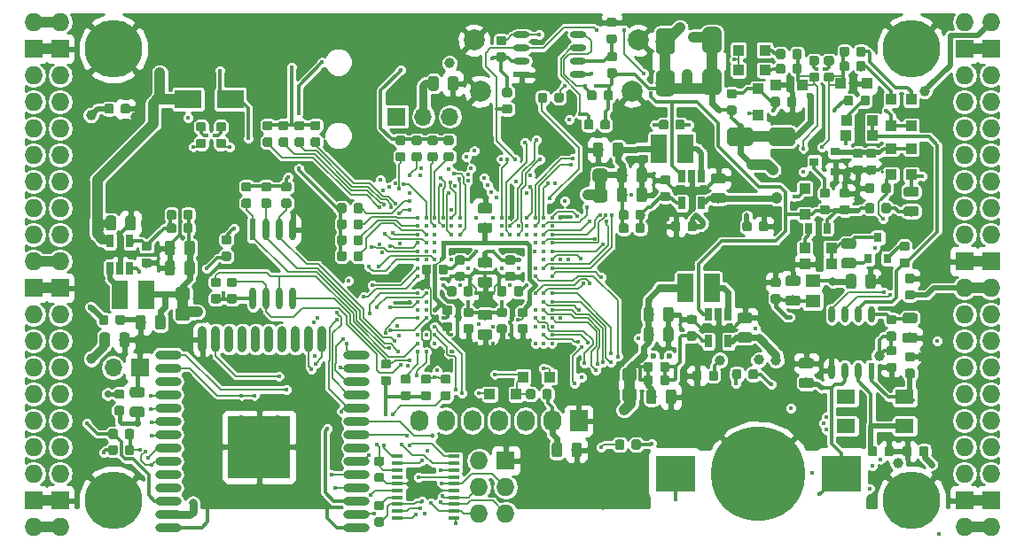
<source format=gbl>
G04 #@! TF.GenerationSoftware,KiCad,Pcbnew,5.0.0+dfsg1-2*
G04 #@! TF.CreationDate,2018-09-17T14:56:39+02:00*
G04 #@! TF.ProjectId,ulx3s,756C7833732E6B696361645F70636200,rev?*
G04 #@! TF.SameCoordinates,Original*
G04 #@! TF.FileFunction,Copper,L4,Bot,Signal*
G04 #@! TF.FilePolarity,Positive*
%FSLAX46Y46*%
G04 Gerber Fmt 4.6, Leading zero omitted, Abs format (unit mm)*
G04 Created by KiCad (PCBNEW 5.0.0+dfsg1-2) date Mon Sep 17 14:56:39 2018*
%MOMM*%
%LPD*%
G01*
G04 APERTURE LIST*
G04 #@! TA.AperFunction,EtchedComponent*
%ADD10C,1.000000*%
G04 #@! TD*
G04 #@! TA.AperFunction,Conductor*
%ADD11C,0.100000*%
G04 #@! TD*
G04 #@! TA.AperFunction,SMDPad,CuDef*
%ADD12C,1.295000*%
G04 #@! TD*
G04 #@! TA.AperFunction,SMDPad,CuDef*
%ADD13C,1.800000*%
G04 #@! TD*
G04 #@! TA.AperFunction,SMDPad,CuDef*
%ADD14O,1.100000X0.400000*%
G04 #@! TD*
G04 #@! TA.AperFunction,SMDPad,CuDef*
%ADD15R,1.100000X0.400000*%
G04 #@! TD*
G04 #@! TA.AperFunction,SMDPad,CuDef*
%ADD16C,0.975000*%
G04 #@! TD*
G04 #@! TA.AperFunction,SMDPad,CuDef*
%ADD17C,0.875000*%
G04 #@! TD*
G04 #@! TA.AperFunction,SMDPad,CuDef*
%ADD18R,0.900000X0.800000*%
G04 #@! TD*
G04 #@! TA.AperFunction,SMDPad,CuDef*
%ADD19R,1.000000X1.000000*%
G04 #@! TD*
G04 #@! TA.AperFunction,SMDPad,CuDef*
%ADD20R,0.700000X1.200000*%
G04 #@! TD*
G04 #@! TA.AperFunction,ComponentPad*
%ADD21C,2.000000*%
G04 #@! TD*
G04 #@! TA.AperFunction,SMDPad,CuDef*
%ADD22R,3.700000X3.500000*%
G04 #@! TD*
G04 #@! TA.AperFunction,BGAPad,CuDef*
%ADD23C,9.000000*%
G04 #@! TD*
G04 #@! TA.AperFunction,SMDPad,CuDef*
%ADD24R,1.800000X1.400000*%
G04 #@! TD*
G04 #@! TA.AperFunction,ComponentPad*
%ADD25R,1.727200X2.032000*%
G04 #@! TD*
G04 #@! TA.AperFunction,ComponentPad*
%ADD26O,1.727200X2.032000*%
G04 #@! TD*
G04 #@! TA.AperFunction,SMDPad,CuDef*
%ADD27R,0.600000X1.550000*%
G04 #@! TD*
G04 #@! TA.AperFunction,SMDPad,CuDef*
%ADD28O,0.600000X1.550000*%
G04 #@! TD*
G04 #@! TA.AperFunction,SMDPad,CuDef*
%ADD29R,1.550000X0.600000*%
G04 #@! TD*
G04 #@! TA.AperFunction,SMDPad,CuDef*
%ADD30O,1.550000X0.600000*%
G04 #@! TD*
G04 #@! TA.AperFunction,SMDPad,CuDef*
%ADD31R,0.600000X2.100000*%
G04 #@! TD*
G04 #@! TA.AperFunction,SMDPad,CuDef*
%ADD32O,0.600000X2.100000*%
G04 #@! TD*
G04 #@! TA.AperFunction,SMDPad,CuDef*
%ADD33O,2.500000X0.900000*%
G04 #@! TD*
G04 #@! TA.AperFunction,SMDPad,CuDef*
%ADD34O,0.900000X2.500000*%
G04 #@! TD*
G04 #@! TA.AperFunction,SMDPad,CuDef*
%ADD35R,6.000000X6.000000*%
G04 #@! TD*
G04 #@! TA.AperFunction,ComponentPad*
%ADD36O,1.727200X1.727200*%
G04 #@! TD*
G04 #@! TA.AperFunction,ComponentPad*
%ADD37R,1.727200X1.727200*%
G04 #@! TD*
G04 #@! TA.AperFunction,ComponentPad*
%ADD38C,5.500000*%
G04 #@! TD*
G04 #@! TA.AperFunction,BGAPad,CuDef*
%ADD39C,0.300000*%
G04 #@! TD*
G04 #@! TA.AperFunction,ComponentPad*
%ADD40R,1.700000X1.700000*%
G04 #@! TD*
G04 #@! TA.AperFunction,ComponentPad*
%ADD41O,1.700000X1.700000*%
G04 #@! TD*
G04 #@! TA.AperFunction,SMDPad,CuDef*
%ADD42R,1.500000X2.700000*%
G04 #@! TD*
G04 #@! TA.AperFunction,SMDPad,CuDef*
%ADD43R,0.670000X1.000000*%
G04 #@! TD*
G04 #@! TA.AperFunction,SMDPad,CuDef*
%ADD44R,2.500000X1.800000*%
G04 #@! TD*
G04 #@! TA.AperFunction,SMDPad,CuDef*
%ADD45R,0.800000X0.900000*%
G04 #@! TD*
G04 #@! TA.AperFunction,SMDPad,CuDef*
%ADD46R,1.400000X1.295000*%
G04 #@! TD*
G04 #@! TA.AperFunction,ViaPad*
%ADD47C,2.000000*%
G04 #@! TD*
G04 #@! TA.AperFunction,ViaPad*
%ADD48C,0.419000*%
G04 #@! TD*
G04 #@! TA.AperFunction,ViaPad*
%ADD49C,1.000000*%
G04 #@! TD*
G04 #@! TA.AperFunction,ViaPad*
%ADD50C,0.600000*%
G04 #@! TD*
G04 #@! TA.AperFunction,ViaPad*
%ADD51C,0.800000*%
G04 #@! TD*
G04 #@! TA.AperFunction,ViaPad*
%ADD52C,0.500000*%
G04 #@! TD*
G04 #@! TA.AperFunction,ViaPad*
%ADD53C,0.700000*%
G04 #@! TD*
G04 #@! TA.AperFunction,ViaPad*
%ADD54C,0.454000*%
G04 #@! TD*
G04 #@! TA.AperFunction,Conductor*
%ADD55C,0.300000*%
G04 #@! TD*
G04 #@! TA.AperFunction,Conductor*
%ADD56C,0.400000*%
G04 #@! TD*
G04 #@! TA.AperFunction,Conductor*
%ADD57C,1.000000*%
G04 #@! TD*
G04 #@! TA.AperFunction,Conductor*
%ADD58C,0.600000*%
G04 #@! TD*
G04 #@! TA.AperFunction,Conductor*
%ADD59C,0.127000*%
G04 #@! TD*
G04 #@! TA.AperFunction,Conductor*
%ADD60C,0.190000*%
G04 #@! TD*
G04 #@! TA.AperFunction,Conductor*
%ADD61C,0.500000*%
G04 #@! TD*
G04 #@! TA.AperFunction,Conductor*
%ADD62C,0.700000*%
G04 #@! TD*
G04 #@! TA.AperFunction,Conductor*
%ADD63C,0.800000*%
G04 #@! TD*
G04 #@! TA.AperFunction,Conductor*
%ADD64C,0.200000*%
G04 #@! TD*
G04 #@! TA.AperFunction,Conductor*
%ADD65C,0.254000*%
G04 #@! TD*
G04 APERTURE END LIST*
D10*
G04 #@! TO.C,RP2*
X109609000Y-88632000D02*
X109609000Y-90632000D01*
G04 #@! TO.C,RP3*
X149472000Y-77311000D02*
X149472000Y-79311000D01*
G04 #@! TO.C,RP1*
X152281000Y-96361000D02*
X152281000Y-98361000D01*
G04 #@! TO.C,D52*
X160155000Y-64391000D02*
X160155000Y-68391000D01*
G04 #@! TO.C,D51*
X155710000Y-68518000D02*
X155710000Y-64518000D01*
G04 #@! TO.C,D9*
X166854000Y-73630000D02*
X162854000Y-73630000D01*
G04 #@! TD*
D11*
G04 #@! TO.N,+2V5*
G04 #@! TO.C,RP2*
G36*
X110016983Y-89953559D02*
X110048410Y-89958221D01*
X110079230Y-89965941D01*
X110109144Y-89976644D01*
X110137865Y-89990228D01*
X110165116Y-90006562D01*
X110190635Y-90025488D01*
X110214176Y-90046824D01*
X110235512Y-90070365D01*
X110254438Y-90095884D01*
X110270772Y-90123135D01*
X110284356Y-90151856D01*
X110295059Y-90181770D01*
X110302779Y-90212590D01*
X110307441Y-90244017D01*
X110309000Y-90275750D01*
X110309000Y-90923250D01*
X110307441Y-90954983D01*
X110302779Y-90986410D01*
X110295059Y-91017230D01*
X110284356Y-91047144D01*
X110270772Y-91075865D01*
X110254438Y-91103116D01*
X110235512Y-91128635D01*
X110214176Y-91152176D01*
X110190635Y-91173512D01*
X110165116Y-91192438D01*
X110137865Y-91208772D01*
X110109144Y-91222356D01*
X110079230Y-91233059D01*
X110048410Y-91240779D01*
X110016983Y-91245441D01*
X109985250Y-91247000D01*
X109232750Y-91247000D01*
X109201017Y-91245441D01*
X109169590Y-91240779D01*
X109138770Y-91233059D01*
X109108856Y-91222356D01*
X109080135Y-91208772D01*
X109052884Y-91192438D01*
X109027365Y-91173512D01*
X109003824Y-91152176D01*
X108982488Y-91128635D01*
X108963562Y-91103116D01*
X108947228Y-91075865D01*
X108933644Y-91047144D01*
X108922941Y-91017230D01*
X108915221Y-90986410D01*
X108910559Y-90954983D01*
X108909000Y-90923250D01*
X108909000Y-90275750D01*
X108910559Y-90244017D01*
X108915221Y-90212590D01*
X108922941Y-90181770D01*
X108933644Y-90151856D01*
X108947228Y-90123135D01*
X108963562Y-90095884D01*
X108982488Y-90070365D01*
X109003824Y-90046824D01*
X109027365Y-90025488D01*
X109052884Y-90006562D01*
X109080135Y-89990228D01*
X109108856Y-89976644D01*
X109138770Y-89965941D01*
X109169590Y-89958221D01*
X109201017Y-89953559D01*
X109232750Y-89952000D01*
X109985250Y-89952000D01*
X110016983Y-89953559D01*
X110016983Y-89953559D01*
G37*
D12*
G04 #@! TD*
G04 #@! TO.P,RP2,2*
G04 #@! TO.N,+2V5*
X109609000Y-90599500D03*
D11*
G04 #@! TO.N,/power/P2V5*
G04 #@! TO.C,RP2*
G36*
X110016983Y-88018559D02*
X110048410Y-88023221D01*
X110079230Y-88030941D01*
X110109144Y-88041644D01*
X110137865Y-88055228D01*
X110165116Y-88071562D01*
X110190635Y-88090488D01*
X110214176Y-88111824D01*
X110235512Y-88135365D01*
X110254438Y-88160884D01*
X110270772Y-88188135D01*
X110284356Y-88216856D01*
X110295059Y-88246770D01*
X110302779Y-88277590D01*
X110307441Y-88309017D01*
X110309000Y-88340750D01*
X110309000Y-88988250D01*
X110307441Y-89019983D01*
X110302779Y-89051410D01*
X110295059Y-89082230D01*
X110284356Y-89112144D01*
X110270772Y-89140865D01*
X110254438Y-89168116D01*
X110235512Y-89193635D01*
X110214176Y-89217176D01*
X110190635Y-89238512D01*
X110165116Y-89257438D01*
X110137865Y-89273772D01*
X110109144Y-89287356D01*
X110079230Y-89298059D01*
X110048410Y-89305779D01*
X110016983Y-89310441D01*
X109985250Y-89312000D01*
X109232750Y-89312000D01*
X109201017Y-89310441D01*
X109169590Y-89305779D01*
X109138770Y-89298059D01*
X109108856Y-89287356D01*
X109080135Y-89273772D01*
X109052884Y-89257438D01*
X109027365Y-89238512D01*
X109003824Y-89217176D01*
X108982488Y-89193635D01*
X108963562Y-89168116D01*
X108947228Y-89140865D01*
X108933644Y-89112144D01*
X108922941Y-89082230D01*
X108915221Y-89051410D01*
X108910559Y-89019983D01*
X108909000Y-88988250D01*
X108909000Y-88340750D01*
X108910559Y-88309017D01*
X108915221Y-88277590D01*
X108922941Y-88246770D01*
X108933644Y-88216856D01*
X108947228Y-88188135D01*
X108963562Y-88160884D01*
X108982488Y-88135365D01*
X109003824Y-88111824D01*
X109027365Y-88090488D01*
X109052884Y-88071562D01*
X109080135Y-88055228D01*
X109108856Y-88041644D01*
X109138770Y-88030941D01*
X109169590Y-88023221D01*
X109201017Y-88018559D01*
X109232750Y-88017000D01*
X109985250Y-88017000D01*
X110016983Y-88018559D01*
X110016983Y-88018559D01*
G37*
D12*
G04 #@! TD*
G04 #@! TO.P,RP2,1*
G04 #@! TO.N,/power/P2V5*
X109609000Y-88664500D03*
D11*
G04 #@! TO.N,+3V3*
G04 #@! TO.C,RP3*
G36*
X149879983Y-78632559D02*
X149911410Y-78637221D01*
X149942230Y-78644941D01*
X149972144Y-78655644D01*
X150000865Y-78669228D01*
X150028116Y-78685562D01*
X150053635Y-78704488D01*
X150077176Y-78725824D01*
X150098512Y-78749365D01*
X150117438Y-78774884D01*
X150133772Y-78802135D01*
X150147356Y-78830856D01*
X150158059Y-78860770D01*
X150165779Y-78891590D01*
X150170441Y-78923017D01*
X150172000Y-78954750D01*
X150172000Y-79602250D01*
X150170441Y-79633983D01*
X150165779Y-79665410D01*
X150158059Y-79696230D01*
X150147356Y-79726144D01*
X150133772Y-79754865D01*
X150117438Y-79782116D01*
X150098512Y-79807635D01*
X150077176Y-79831176D01*
X150053635Y-79852512D01*
X150028116Y-79871438D01*
X150000865Y-79887772D01*
X149972144Y-79901356D01*
X149942230Y-79912059D01*
X149911410Y-79919779D01*
X149879983Y-79924441D01*
X149848250Y-79926000D01*
X149095750Y-79926000D01*
X149064017Y-79924441D01*
X149032590Y-79919779D01*
X149001770Y-79912059D01*
X148971856Y-79901356D01*
X148943135Y-79887772D01*
X148915884Y-79871438D01*
X148890365Y-79852512D01*
X148866824Y-79831176D01*
X148845488Y-79807635D01*
X148826562Y-79782116D01*
X148810228Y-79754865D01*
X148796644Y-79726144D01*
X148785941Y-79696230D01*
X148778221Y-79665410D01*
X148773559Y-79633983D01*
X148772000Y-79602250D01*
X148772000Y-78954750D01*
X148773559Y-78923017D01*
X148778221Y-78891590D01*
X148785941Y-78860770D01*
X148796644Y-78830856D01*
X148810228Y-78802135D01*
X148826562Y-78774884D01*
X148845488Y-78749365D01*
X148866824Y-78725824D01*
X148890365Y-78704488D01*
X148915884Y-78685562D01*
X148943135Y-78669228D01*
X148971856Y-78655644D01*
X149001770Y-78644941D01*
X149032590Y-78637221D01*
X149064017Y-78632559D01*
X149095750Y-78631000D01*
X149848250Y-78631000D01*
X149879983Y-78632559D01*
X149879983Y-78632559D01*
G37*
D12*
G04 #@! TD*
G04 #@! TO.P,RP3,2*
G04 #@! TO.N,+3V3*
X149472000Y-79278500D03*
D11*
G04 #@! TO.N,/power/P3V3*
G04 #@! TO.C,RP3*
G36*
X149879983Y-76697559D02*
X149911410Y-76702221D01*
X149942230Y-76709941D01*
X149972144Y-76720644D01*
X150000865Y-76734228D01*
X150028116Y-76750562D01*
X150053635Y-76769488D01*
X150077176Y-76790824D01*
X150098512Y-76814365D01*
X150117438Y-76839884D01*
X150133772Y-76867135D01*
X150147356Y-76895856D01*
X150158059Y-76925770D01*
X150165779Y-76956590D01*
X150170441Y-76988017D01*
X150172000Y-77019750D01*
X150172000Y-77667250D01*
X150170441Y-77698983D01*
X150165779Y-77730410D01*
X150158059Y-77761230D01*
X150147356Y-77791144D01*
X150133772Y-77819865D01*
X150117438Y-77847116D01*
X150098512Y-77872635D01*
X150077176Y-77896176D01*
X150053635Y-77917512D01*
X150028116Y-77936438D01*
X150000865Y-77952772D01*
X149972144Y-77966356D01*
X149942230Y-77977059D01*
X149911410Y-77984779D01*
X149879983Y-77989441D01*
X149848250Y-77991000D01*
X149095750Y-77991000D01*
X149064017Y-77989441D01*
X149032590Y-77984779D01*
X149001770Y-77977059D01*
X148971856Y-77966356D01*
X148943135Y-77952772D01*
X148915884Y-77936438D01*
X148890365Y-77917512D01*
X148866824Y-77896176D01*
X148845488Y-77872635D01*
X148826562Y-77847116D01*
X148810228Y-77819865D01*
X148796644Y-77791144D01*
X148785941Y-77761230D01*
X148778221Y-77730410D01*
X148773559Y-77698983D01*
X148772000Y-77667250D01*
X148772000Y-77019750D01*
X148773559Y-76988017D01*
X148778221Y-76956590D01*
X148785941Y-76925770D01*
X148796644Y-76895856D01*
X148810228Y-76867135D01*
X148826562Y-76839884D01*
X148845488Y-76814365D01*
X148866824Y-76790824D01*
X148890365Y-76769488D01*
X148915884Y-76750562D01*
X148943135Y-76734228D01*
X148971856Y-76720644D01*
X149001770Y-76709941D01*
X149032590Y-76702221D01*
X149064017Y-76697559D01*
X149095750Y-76696000D01*
X149848250Y-76696000D01*
X149879983Y-76697559D01*
X149879983Y-76697559D01*
G37*
D12*
G04 #@! TD*
G04 #@! TO.P,RP3,1*
G04 #@! TO.N,/power/P3V3*
X149472000Y-77343500D03*
D11*
G04 #@! TO.N,+1V1*
G04 #@! TO.C,RP1*
G36*
X152688983Y-97682559D02*
X152720410Y-97687221D01*
X152751230Y-97694941D01*
X152781144Y-97705644D01*
X152809865Y-97719228D01*
X152837116Y-97735562D01*
X152862635Y-97754488D01*
X152886176Y-97775824D01*
X152907512Y-97799365D01*
X152926438Y-97824884D01*
X152942772Y-97852135D01*
X152956356Y-97880856D01*
X152967059Y-97910770D01*
X152974779Y-97941590D01*
X152979441Y-97973017D01*
X152981000Y-98004750D01*
X152981000Y-98652250D01*
X152979441Y-98683983D01*
X152974779Y-98715410D01*
X152967059Y-98746230D01*
X152956356Y-98776144D01*
X152942772Y-98804865D01*
X152926438Y-98832116D01*
X152907512Y-98857635D01*
X152886176Y-98881176D01*
X152862635Y-98902512D01*
X152837116Y-98921438D01*
X152809865Y-98937772D01*
X152781144Y-98951356D01*
X152751230Y-98962059D01*
X152720410Y-98969779D01*
X152688983Y-98974441D01*
X152657250Y-98976000D01*
X151904750Y-98976000D01*
X151873017Y-98974441D01*
X151841590Y-98969779D01*
X151810770Y-98962059D01*
X151780856Y-98951356D01*
X151752135Y-98937772D01*
X151724884Y-98921438D01*
X151699365Y-98902512D01*
X151675824Y-98881176D01*
X151654488Y-98857635D01*
X151635562Y-98832116D01*
X151619228Y-98804865D01*
X151605644Y-98776144D01*
X151594941Y-98746230D01*
X151587221Y-98715410D01*
X151582559Y-98683983D01*
X151581000Y-98652250D01*
X151581000Y-98004750D01*
X151582559Y-97973017D01*
X151587221Y-97941590D01*
X151594941Y-97910770D01*
X151605644Y-97880856D01*
X151619228Y-97852135D01*
X151635562Y-97824884D01*
X151654488Y-97799365D01*
X151675824Y-97775824D01*
X151699365Y-97754488D01*
X151724884Y-97735562D01*
X151752135Y-97719228D01*
X151780856Y-97705644D01*
X151810770Y-97694941D01*
X151841590Y-97687221D01*
X151873017Y-97682559D01*
X151904750Y-97681000D01*
X152657250Y-97681000D01*
X152688983Y-97682559D01*
X152688983Y-97682559D01*
G37*
D12*
G04 #@! TD*
G04 #@! TO.P,RP1,2*
G04 #@! TO.N,+1V1*
X152281000Y-98328500D03*
D11*
G04 #@! TO.N,/power/P1V1*
G04 #@! TO.C,RP1*
G36*
X152688983Y-95747559D02*
X152720410Y-95752221D01*
X152751230Y-95759941D01*
X152781144Y-95770644D01*
X152809865Y-95784228D01*
X152837116Y-95800562D01*
X152862635Y-95819488D01*
X152886176Y-95840824D01*
X152907512Y-95864365D01*
X152926438Y-95889884D01*
X152942772Y-95917135D01*
X152956356Y-95945856D01*
X152967059Y-95975770D01*
X152974779Y-96006590D01*
X152979441Y-96038017D01*
X152981000Y-96069750D01*
X152981000Y-96717250D01*
X152979441Y-96748983D01*
X152974779Y-96780410D01*
X152967059Y-96811230D01*
X152956356Y-96841144D01*
X152942772Y-96869865D01*
X152926438Y-96897116D01*
X152907512Y-96922635D01*
X152886176Y-96946176D01*
X152862635Y-96967512D01*
X152837116Y-96986438D01*
X152809865Y-97002772D01*
X152781144Y-97016356D01*
X152751230Y-97027059D01*
X152720410Y-97034779D01*
X152688983Y-97039441D01*
X152657250Y-97041000D01*
X151904750Y-97041000D01*
X151873017Y-97039441D01*
X151841590Y-97034779D01*
X151810770Y-97027059D01*
X151780856Y-97016356D01*
X151752135Y-97002772D01*
X151724884Y-96986438D01*
X151699365Y-96967512D01*
X151675824Y-96946176D01*
X151654488Y-96922635D01*
X151635562Y-96897116D01*
X151619228Y-96869865D01*
X151605644Y-96841144D01*
X151594941Y-96811230D01*
X151587221Y-96780410D01*
X151582559Y-96748983D01*
X151581000Y-96717250D01*
X151581000Y-96069750D01*
X151582559Y-96038017D01*
X151587221Y-96006590D01*
X151594941Y-95975770D01*
X151605644Y-95945856D01*
X151619228Y-95917135D01*
X151635562Y-95889884D01*
X151654488Y-95864365D01*
X151675824Y-95840824D01*
X151699365Y-95819488D01*
X151724884Y-95800562D01*
X151752135Y-95784228D01*
X151780856Y-95770644D01*
X151810770Y-95759941D01*
X151841590Y-95752221D01*
X151873017Y-95747559D01*
X151904750Y-95746000D01*
X152657250Y-95746000D01*
X152688983Y-95747559D01*
X152688983Y-95747559D01*
G37*
D12*
G04 #@! TD*
G04 #@! TO.P,RP1,1*
G04 #@! TO.N,/power/P1V1*
X152281000Y-96393500D03*
D11*
G04 #@! TO.N,+5V*
G04 #@! TO.C,D52*
G36*
X160649108Y-67143167D02*
X160692791Y-67149647D01*
X160735628Y-67160377D01*
X160777208Y-67175254D01*
X160817129Y-67194135D01*
X160855007Y-67216839D01*
X160890477Y-67243145D01*
X160923198Y-67272802D01*
X160952855Y-67305523D01*
X160979161Y-67340993D01*
X161001865Y-67378871D01*
X161020746Y-67418792D01*
X161035623Y-67460372D01*
X161046353Y-67503209D01*
X161052833Y-67546892D01*
X161055000Y-67591000D01*
X161055000Y-69191000D01*
X161052833Y-69235108D01*
X161046353Y-69278791D01*
X161035623Y-69321628D01*
X161020746Y-69363208D01*
X161001865Y-69403129D01*
X160979161Y-69441007D01*
X160952855Y-69476477D01*
X160923198Y-69509198D01*
X160890477Y-69538855D01*
X160855007Y-69565161D01*
X160817129Y-69587865D01*
X160777208Y-69606746D01*
X160735628Y-69621623D01*
X160692791Y-69632353D01*
X160649108Y-69638833D01*
X160605000Y-69641000D01*
X159705000Y-69641000D01*
X159660892Y-69638833D01*
X159617209Y-69632353D01*
X159574372Y-69621623D01*
X159532792Y-69606746D01*
X159492871Y-69587865D01*
X159454993Y-69565161D01*
X159419523Y-69538855D01*
X159386802Y-69509198D01*
X159357145Y-69476477D01*
X159330839Y-69441007D01*
X159308135Y-69403129D01*
X159289254Y-69363208D01*
X159274377Y-69321628D01*
X159263647Y-69278791D01*
X159257167Y-69235108D01*
X159255000Y-69191000D01*
X159255000Y-67591000D01*
X159257167Y-67546892D01*
X159263647Y-67503209D01*
X159274377Y-67460372D01*
X159289254Y-67418792D01*
X159308135Y-67378871D01*
X159330839Y-67340993D01*
X159357145Y-67305523D01*
X159386802Y-67272802D01*
X159419523Y-67243145D01*
X159454993Y-67216839D01*
X159492871Y-67194135D01*
X159532792Y-67175254D01*
X159574372Y-67160377D01*
X159617209Y-67149647D01*
X159660892Y-67143167D01*
X159705000Y-67141000D01*
X160605000Y-67141000D01*
X160649108Y-67143167D01*
X160649108Y-67143167D01*
G37*
D13*
G04 #@! TD*
G04 #@! TO.P,D52,2*
G04 #@! TO.N,+5V*
X160155000Y-68391000D03*
D11*
G04 #@! TO.N,/gpio/OUT5V*
G04 #@! TO.C,D52*
G36*
X160649108Y-63143167D02*
X160692791Y-63149647D01*
X160735628Y-63160377D01*
X160777208Y-63175254D01*
X160817129Y-63194135D01*
X160855007Y-63216839D01*
X160890477Y-63243145D01*
X160923198Y-63272802D01*
X160952855Y-63305523D01*
X160979161Y-63340993D01*
X161001865Y-63378871D01*
X161020746Y-63418792D01*
X161035623Y-63460372D01*
X161046353Y-63503209D01*
X161052833Y-63546892D01*
X161055000Y-63591000D01*
X161055000Y-65191000D01*
X161052833Y-65235108D01*
X161046353Y-65278791D01*
X161035623Y-65321628D01*
X161020746Y-65363208D01*
X161001865Y-65403129D01*
X160979161Y-65441007D01*
X160952855Y-65476477D01*
X160923198Y-65509198D01*
X160890477Y-65538855D01*
X160855007Y-65565161D01*
X160817129Y-65587865D01*
X160777208Y-65606746D01*
X160735628Y-65621623D01*
X160692791Y-65632353D01*
X160649108Y-65638833D01*
X160605000Y-65641000D01*
X159705000Y-65641000D01*
X159660892Y-65638833D01*
X159617209Y-65632353D01*
X159574372Y-65621623D01*
X159532792Y-65606746D01*
X159492871Y-65587865D01*
X159454993Y-65565161D01*
X159419523Y-65538855D01*
X159386802Y-65509198D01*
X159357145Y-65476477D01*
X159330839Y-65441007D01*
X159308135Y-65403129D01*
X159289254Y-65363208D01*
X159274377Y-65321628D01*
X159263647Y-65278791D01*
X159257167Y-65235108D01*
X159255000Y-65191000D01*
X159255000Y-63591000D01*
X159257167Y-63546892D01*
X159263647Y-63503209D01*
X159274377Y-63460372D01*
X159289254Y-63418792D01*
X159308135Y-63378871D01*
X159330839Y-63340993D01*
X159357145Y-63305523D01*
X159386802Y-63272802D01*
X159419523Y-63243145D01*
X159454993Y-63216839D01*
X159492871Y-63194135D01*
X159532792Y-63175254D01*
X159574372Y-63160377D01*
X159617209Y-63149647D01*
X159660892Y-63143167D01*
X159705000Y-63141000D01*
X160605000Y-63141000D01*
X160649108Y-63143167D01*
X160649108Y-63143167D01*
G37*
D13*
G04 #@! TD*
G04 #@! TO.P,D52,1*
G04 #@! TO.N,/gpio/OUT5V*
X160155000Y-64391000D03*
D11*
G04 #@! TO.N,/gpio/IN5V*
G04 #@! TO.C,D51*
G36*
X156204108Y-63270167D02*
X156247791Y-63276647D01*
X156290628Y-63287377D01*
X156332208Y-63302254D01*
X156372129Y-63321135D01*
X156410007Y-63343839D01*
X156445477Y-63370145D01*
X156478198Y-63399802D01*
X156507855Y-63432523D01*
X156534161Y-63467993D01*
X156556865Y-63505871D01*
X156575746Y-63545792D01*
X156590623Y-63587372D01*
X156601353Y-63630209D01*
X156607833Y-63673892D01*
X156610000Y-63718000D01*
X156610000Y-65318000D01*
X156607833Y-65362108D01*
X156601353Y-65405791D01*
X156590623Y-65448628D01*
X156575746Y-65490208D01*
X156556865Y-65530129D01*
X156534161Y-65568007D01*
X156507855Y-65603477D01*
X156478198Y-65636198D01*
X156445477Y-65665855D01*
X156410007Y-65692161D01*
X156372129Y-65714865D01*
X156332208Y-65733746D01*
X156290628Y-65748623D01*
X156247791Y-65759353D01*
X156204108Y-65765833D01*
X156160000Y-65768000D01*
X155260000Y-65768000D01*
X155215892Y-65765833D01*
X155172209Y-65759353D01*
X155129372Y-65748623D01*
X155087792Y-65733746D01*
X155047871Y-65714865D01*
X155009993Y-65692161D01*
X154974523Y-65665855D01*
X154941802Y-65636198D01*
X154912145Y-65603477D01*
X154885839Y-65568007D01*
X154863135Y-65530129D01*
X154844254Y-65490208D01*
X154829377Y-65448628D01*
X154818647Y-65405791D01*
X154812167Y-65362108D01*
X154810000Y-65318000D01*
X154810000Y-63718000D01*
X154812167Y-63673892D01*
X154818647Y-63630209D01*
X154829377Y-63587372D01*
X154844254Y-63545792D01*
X154863135Y-63505871D01*
X154885839Y-63467993D01*
X154912145Y-63432523D01*
X154941802Y-63399802D01*
X154974523Y-63370145D01*
X155009993Y-63343839D01*
X155047871Y-63321135D01*
X155087792Y-63302254D01*
X155129372Y-63287377D01*
X155172209Y-63276647D01*
X155215892Y-63270167D01*
X155260000Y-63268000D01*
X156160000Y-63268000D01*
X156204108Y-63270167D01*
X156204108Y-63270167D01*
G37*
D13*
G04 #@! TD*
G04 #@! TO.P,D51,2*
G04 #@! TO.N,/gpio/IN5V*
X155710000Y-64518000D03*
D11*
G04 #@! TO.N,+5V*
G04 #@! TO.C,D51*
G36*
X156204108Y-67270167D02*
X156247791Y-67276647D01*
X156290628Y-67287377D01*
X156332208Y-67302254D01*
X156372129Y-67321135D01*
X156410007Y-67343839D01*
X156445477Y-67370145D01*
X156478198Y-67399802D01*
X156507855Y-67432523D01*
X156534161Y-67467993D01*
X156556865Y-67505871D01*
X156575746Y-67545792D01*
X156590623Y-67587372D01*
X156601353Y-67630209D01*
X156607833Y-67673892D01*
X156610000Y-67718000D01*
X156610000Y-69318000D01*
X156607833Y-69362108D01*
X156601353Y-69405791D01*
X156590623Y-69448628D01*
X156575746Y-69490208D01*
X156556865Y-69530129D01*
X156534161Y-69568007D01*
X156507855Y-69603477D01*
X156478198Y-69636198D01*
X156445477Y-69665855D01*
X156410007Y-69692161D01*
X156372129Y-69714865D01*
X156332208Y-69733746D01*
X156290628Y-69748623D01*
X156247791Y-69759353D01*
X156204108Y-69765833D01*
X156160000Y-69768000D01*
X155260000Y-69768000D01*
X155215892Y-69765833D01*
X155172209Y-69759353D01*
X155129372Y-69748623D01*
X155087792Y-69733746D01*
X155047871Y-69714865D01*
X155009993Y-69692161D01*
X154974523Y-69665855D01*
X154941802Y-69636198D01*
X154912145Y-69603477D01*
X154885839Y-69568007D01*
X154863135Y-69530129D01*
X154844254Y-69490208D01*
X154829377Y-69448628D01*
X154818647Y-69405791D01*
X154812167Y-69362108D01*
X154810000Y-69318000D01*
X154810000Y-67718000D01*
X154812167Y-67673892D01*
X154818647Y-67630209D01*
X154829377Y-67587372D01*
X154844254Y-67545792D01*
X154863135Y-67505871D01*
X154885839Y-67467993D01*
X154912145Y-67432523D01*
X154941802Y-67399802D01*
X154974523Y-67370145D01*
X155009993Y-67343839D01*
X155047871Y-67321135D01*
X155087792Y-67302254D01*
X155129372Y-67287377D01*
X155172209Y-67276647D01*
X155215892Y-67270167D01*
X155260000Y-67268000D01*
X156160000Y-67268000D01*
X156204108Y-67270167D01*
X156204108Y-67270167D01*
G37*
D13*
G04 #@! TD*
G04 #@! TO.P,D51,1*
G04 #@! TO.N,+5V*
X155710000Y-68518000D03*
D11*
G04 #@! TO.N,+5V*
G04 #@! TO.C,D9*
G36*
X163698108Y-72732167D02*
X163741791Y-72738647D01*
X163784628Y-72749377D01*
X163826208Y-72764254D01*
X163866129Y-72783135D01*
X163904007Y-72805839D01*
X163939477Y-72832145D01*
X163972198Y-72861802D01*
X164001855Y-72894523D01*
X164028161Y-72929993D01*
X164050865Y-72967871D01*
X164069746Y-73007792D01*
X164084623Y-73049372D01*
X164095353Y-73092209D01*
X164101833Y-73135892D01*
X164104000Y-73180000D01*
X164104000Y-74080000D01*
X164101833Y-74124108D01*
X164095353Y-74167791D01*
X164084623Y-74210628D01*
X164069746Y-74252208D01*
X164050865Y-74292129D01*
X164028161Y-74330007D01*
X164001855Y-74365477D01*
X163972198Y-74398198D01*
X163939477Y-74427855D01*
X163904007Y-74454161D01*
X163866129Y-74476865D01*
X163826208Y-74495746D01*
X163784628Y-74510623D01*
X163741791Y-74521353D01*
X163698108Y-74527833D01*
X163654000Y-74530000D01*
X162054000Y-74530000D01*
X162009892Y-74527833D01*
X161966209Y-74521353D01*
X161923372Y-74510623D01*
X161881792Y-74495746D01*
X161841871Y-74476865D01*
X161803993Y-74454161D01*
X161768523Y-74427855D01*
X161735802Y-74398198D01*
X161706145Y-74365477D01*
X161679839Y-74330007D01*
X161657135Y-74292129D01*
X161638254Y-74252208D01*
X161623377Y-74210628D01*
X161612647Y-74167791D01*
X161606167Y-74124108D01*
X161604000Y-74080000D01*
X161604000Y-73180000D01*
X161606167Y-73135892D01*
X161612647Y-73092209D01*
X161623377Y-73049372D01*
X161638254Y-73007792D01*
X161657135Y-72967871D01*
X161679839Y-72929993D01*
X161706145Y-72894523D01*
X161735802Y-72861802D01*
X161768523Y-72832145D01*
X161803993Y-72805839D01*
X161841871Y-72783135D01*
X161881792Y-72764254D01*
X161923372Y-72749377D01*
X161966209Y-72738647D01*
X162009892Y-72732167D01*
X162054000Y-72730000D01*
X163654000Y-72730000D01*
X163698108Y-72732167D01*
X163698108Y-72732167D01*
G37*
D13*
G04 #@! TD*
G04 #@! TO.P,D9,2*
G04 #@! TO.N,+5V*
X162854000Y-73630000D03*
D11*
G04 #@! TO.N,/usb/US2VBUS*
G04 #@! TO.C,D9*
G36*
X167698108Y-72732167D02*
X167741791Y-72738647D01*
X167784628Y-72749377D01*
X167826208Y-72764254D01*
X167866129Y-72783135D01*
X167904007Y-72805839D01*
X167939477Y-72832145D01*
X167972198Y-72861802D01*
X168001855Y-72894523D01*
X168028161Y-72929993D01*
X168050865Y-72967871D01*
X168069746Y-73007792D01*
X168084623Y-73049372D01*
X168095353Y-73092209D01*
X168101833Y-73135892D01*
X168104000Y-73180000D01*
X168104000Y-74080000D01*
X168101833Y-74124108D01*
X168095353Y-74167791D01*
X168084623Y-74210628D01*
X168069746Y-74252208D01*
X168050865Y-74292129D01*
X168028161Y-74330007D01*
X168001855Y-74365477D01*
X167972198Y-74398198D01*
X167939477Y-74427855D01*
X167904007Y-74454161D01*
X167866129Y-74476865D01*
X167826208Y-74495746D01*
X167784628Y-74510623D01*
X167741791Y-74521353D01*
X167698108Y-74527833D01*
X167654000Y-74530000D01*
X166054000Y-74530000D01*
X166009892Y-74527833D01*
X165966209Y-74521353D01*
X165923372Y-74510623D01*
X165881792Y-74495746D01*
X165841871Y-74476865D01*
X165803993Y-74454161D01*
X165768523Y-74427855D01*
X165735802Y-74398198D01*
X165706145Y-74365477D01*
X165679839Y-74330007D01*
X165657135Y-74292129D01*
X165638254Y-74252208D01*
X165623377Y-74210628D01*
X165612647Y-74167791D01*
X165606167Y-74124108D01*
X165604000Y-74080000D01*
X165604000Y-73180000D01*
X165606167Y-73135892D01*
X165612647Y-73092209D01*
X165623377Y-73049372D01*
X165638254Y-73007792D01*
X165657135Y-72967871D01*
X165679839Y-72929993D01*
X165706145Y-72894523D01*
X165735802Y-72861802D01*
X165768523Y-72832145D01*
X165803993Y-72805839D01*
X165841871Y-72783135D01*
X165881792Y-72764254D01*
X165923372Y-72749377D01*
X165966209Y-72738647D01*
X166009892Y-72732167D01*
X166054000Y-72730000D01*
X167654000Y-72730000D01*
X167698108Y-72732167D01*
X167698108Y-72732167D01*
G37*
D13*
G04 #@! TD*
G04 #@! TO.P,D9,1*
G04 #@! TO.N,/usb/US2VBUS*
X166854000Y-73630000D03*
D14*
G04 #@! TO.P,U6,20*
G04 #@! TO.N,FTDI_TXD*
X130135000Y-104215000D03*
G04 #@! TO.P,U6,19*
G04 #@! TO.N,FTDI_nSLEEP*
X130135000Y-104865000D03*
G04 #@! TO.P,U6,18*
G04 #@! TO.N,FTDI_TXDEN*
X130135000Y-105515000D03*
G04 #@! TO.P,U6,17*
G04 #@! TO.N,N/C*
X130135000Y-106165000D03*
G04 #@! TO.P,U6,16*
G04 #@! TO.N,GND*
X130135000Y-106815000D03*
G04 #@! TO.P,U6,15*
G04 #@! TO.N,USB5V*
X130135000Y-107465000D03*
G04 #@! TO.P,U6,14*
G04 #@! TO.N,nRESET*
X130135000Y-108115000D03*
G04 #@! TO.P,U6,13*
G04 #@! TO.N,FT2V5*
X130135000Y-108765000D03*
G04 #@! TO.P,U6,12*
G04 #@! TO.N,USB_FTDI_D-*
X130135000Y-109415000D03*
G04 #@! TO.P,U6,11*
G04 #@! TO.N,USB_FTDI_D+*
X130135000Y-110065000D03*
G04 #@! TO.P,U6,10*
G04 #@! TO.N,FTDI_nTXLED*
X135535000Y-110065000D03*
G04 #@! TO.P,U6,9*
G04 #@! TO.N,JTAG_TDO*
X135535000Y-109415000D03*
G04 #@! TO.P,U6,8*
G04 #@! TO.N,JTAG_TMS*
X135535000Y-108765000D03*
G04 #@! TO.P,U6,7*
G04 #@! TO.N,JTAG_TCK*
X135535000Y-108115000D03*
G04 #@! TO.P,U6,6*
G04 #@! TO.N,GND*
X135535000Y-107465000D03*
G04 #@! TO.P,U6,5*
G04 #@! TO.N,JTAG_TDI*
X135535000Y-106815000D03*
G04 #@! TO.P,U6,4*
G04 #@! TO.N,FTDI_RXD*
X135535000Y-106165000D03*
G04 #@! TO.P,U6,3*
G04 #@! TO.N,FT2V5*
X135535000Y-105515000D03*
G04 #@! TO.P,U6,2*
G04 #@! TO.N,FTDI_nRTS*
X135535000Y-104865000D03*
D15*
G04 #@! TO.P,U6,1*
G04 #@! TO.N,FTDI_nDTR*
X135535000Y-104215000D03*
G04 #@! TD*
D11*
G04 #@! TO.N,GND*
G04 #@! TO.C,C1*
G36*
X104908642Y-81186174D02*
X104932303Y-81189684D01*
X104955507Y-81195496D01*
X104978029Y-81203554D01*
X104999653Y-81213782D01*
X105020170Y-81226079D01*
X105039383Y-81240329D01*
X105057107Y-81256393D01*
X105073171Y-81274117D01*
X105087421Y-81293330D01*
X105099718Y-81313847D01*
X105109946Y-81335471D01*
X105118004Y-81357993D01*
X105123816Y-81381197D01*
X105127326Y-81404858D01*
X105128500Y-81428750D01*
X105128500Y-82341250D01*
X105127326Y-82365142D01*
X105123816Y-82388803D01*
X105118004Y-82412007D01*
X105109946Y-82434529D01*
X105099718Y-82456153D01*
X105087421Y-82476670D01*
X105073171Y-82495883D01*
X105057107Y-82513607D01*
X105039383Y-82529671D01*
X105020170Y-82543921D01*
X104999653Y-82556218D01*
X104978029Y-82566446D01*
X104955507Y-82574504D01*
X104932303Y-82580316D01*
X104908642Y-82583826D01*
X104884750Y-82585000D01*
X104397250Y-82585000D01*
X104373358Y-82583826D01*
X104349697Y-82580316D01*
X104326493Y-82574504D01*
X104303971Y-82566446D01*
X104282347Y-82556218D01*
X104261830Y-82543921D01*
X104242617Y-82529671D01*
X104224893Y-82513607D01*
X104208829Y-82495883D01*
X104194579Y-82476670D01*
X104182282Y-82456153D01*
X104172054Y-82434529D01*
X104163996Y-82412007D01*
X104158184Y-82388803D01*
X104154674Y-82365142D01*
X104153500Y-82341250D01*
X104153500Y-81428750D01*
X104154674Y-81404858D01*
X104158184Y-81381197D01*
X104163996Y-81357993D01*
X104172054Y-81335471D01*
X104182282Y-81313847D01*
X104194579Y-81293330D01*
X104208829Y-81274117D01*
X104224893Y-81256393D01*
X104242617Y-81240329D01*
X104261830Y-81226079D01*
X104282347Y-81213782D01*
X104303971Y-81203554D01*
X104326493Y-81195496D01*
X104349697Y-81189684D01*
X104373358Y-81186174D01*
X104397250Y-81185000D01*
X104884750Y-81185000D01*
X104908642Y-81186174D01*
X104908642Y-81186174D01*
G37*
D16*
G04 #@! TD*
G04 #@! TO.P,C1,2*
G04 #@! TO.N,GND*
X104641000Y-81885000D03*
D11*
G04 #@! TO.N,+5V*
G04 #@! TO.C,C1*
G36*
X103033642Y-81186174D02*
X103057303Y-81189684D01*
X103080507Y-81195496D01*
X103103029Y-81203554D01*
X103124653Y-81213782D01*
X103145170Y-81226079D01*
X103164383Y-81240329D01*
X103182107Y-81256393D01*
X103198171Y-81274117D01*
X103212421Y-81293330D01*
X103224718Y-81313847D01*
X103234946Y-81335471D01*
X103243004Y-81357993D01*
X103248816Y-81381197D01*
X103252326Y-81404858D01*
X103253500Y-81428750D01*
X103253500Y-82341250D01*
X103252326Y-82365142D01*
X103248816Y-82388803D01*
X103243004Y-82412007D01*
X103234946Y-82434529D01*
X103224718Y-82456153D01*
X103212421Y-82476670D01*
X103198171Y-82495883D01*
X103182107Y-82513607D01*
X103164383Y-82529671D01*
X103145170Y-82543921D01*
X103124653Y-82556218D01*
X103103029Y-82566446D01*
X103080507Y-82574504D01*
X103057303Y-82580316D01*
X103033642Y-82583826D01*
X103009750Y-82585000D01*
X102522250Y-82585000D01*
X102498358Y-82583826D01*
X102474697Y-82580316D01*
X102451493Y-82574504D01*
X102428971Y-82566446D01*
X102407347Y-82556218D01*
X102386830Y-82543921D01*
X102367617Y-82529671D01*
X102349893Y-82513607D01*
X102333829Y-82495883D01*
X102319579Y-82476670D01*
X102307282Y-82456153D01*
X102297054Y-82434529D01*
X102288996Y-82412007D01*
X102283184Y-82388803D01*
X102279674Y-82365142D01*
X102278500Y-82341250D01*
X102278500Y-81428750D01*
X102279674Y-81404858D01*
X102283184Y-81381197D01*
X102288996Y-81357993D01*
X102297054Y-81335471D01*
X102307282Y-81313847D01*
X102319579Y-81293330D01*
X102333829Y-81274117D01*
X102349893Y-81256393D01*
X102367617Y-81240329D01*
X102386830Y-81226079D01*
X102407347Y-81213782D01*
X102428971Y-81203554D01*
X102451493Y-81195496D01*
X102474697Y-81189684D01*
X102498358Y-81186174D01*
X102522250Y-81185000D01*
X103009750Y-81185000D01*
X103033642Y-81186174D01*
X103033642Y-81186174D01*
G37*
D16*
G04 #@! TD*
G04 #@! TO.P,C1,1*
G04 #@! TO.N,+5V*
X102766000Y-81885000D03*
D11*
G04 #@! TO.N,FT2V5*
G04 #@! TO.C,R9*
G36*
X128667691Y-110031053D02*
X128688926Y-110034203D01*
X128709750Y-110039419D01*
X128729962Y-110046651D01*
X128749368Y-110055830D01*
X128767781Y-110066866D01*
X128785024Y-110079654D01*
X128800930Y-110094070D01*
X128815346Y-110109976D01*
X128828134Y-110127219D01*
X128839170Y-110145632D01*
X128848349Y-110165038D01*
X128855581Y-110185250D01*
X128860797Y-110206074D01*
X128863947Y-110227309D01*
X128865000Y-110248750D01*
X128865000Y-110686250D01*
X128863947Y-110707691D01*
X128860797Y-110728926D01*
X128855581Y-110749750D01*
X128848349Y-110769962D01*
X128839170Y-110789368D01*
X128828134Y-110807781D01*
X128815346Y-110825024D01*
X128800930Y-110840930D01*
X128785024Y-110855346D01*
X128767781Y-110868134D01*
X128749368Y-110879170D01*
X128729962Y-110888349D01*
X128709750Y-110895581D01*
X128688926Y-110900797D01*
X128667691Y-110903947D01*
X128646250Y-110905000D01*
X128133750Y-110905000D01*
X128112309Y-110903947D01*
X128091074Y-110900797D01*
X128070250Y-110895581D01*
X128050038Y-110888349D01*
X128030632Y-110879170D01*
X128012219Y-110868134D01*
X127994976Y-110855346D01*
X127979070Y-110840930D01*
X127964654Y-110825024D01*
X127951866Y-110807781D01*
X127940830Y-110789368D01*
X127931651Y-110769962D01*
X127924419Y-110749750D01*
X127919203Y-110728926D01*
X127916053Y-110707691D01*
X127915000Y-110686250D01*
X127915000Y-110248750D01*
X127916053Y-110227309D01*
X127919203Y-110206074D01*
X127924419Y-110185250D01*
X127931651Y-110165038D01*
X127940830Y-110145632D01*
X127951866Y-110127219D01*
X127964654Y-110109976D01*
X127979070Y-110094070D01*
X127994976Y-110079654D01*
X128012219Y-110066866D01*
X128030632Y-110055830D01*
X128050038Y-110046651D01*
X128070250Y-110039419D01*
X128091074Y-110034203D01*
X128112309Y-110031053D01*
X128133750Y-110030000D01*
X128646250Y-110030000D01*
X128667691Y-110031053D01*
X128667691Y-110031053D01*
G37*
D17*
G04 #@! TD*
G04 #@! TO.P,R9,2*
G04 #@! TO.N,FT2V5*
X128390000Y-110467500D03*
D11*
G04 #@! TO.N,nRESET*
G04 #@! TO.C,R9*
G36*
X128667691Y-108456053D02*
X128688926Y-108459203D01*
X128709750Y-108464419D01*
X128729962Y-108471651D01*
X128749368Y-108480830D01*
X128767781Y-108491866D01*
X128785024Y-108504654D01*
X128800930Y-108519070D01*
X128815346Y-108534976D01*
X128828134Y-108552219D01*
X128839170Y-108570632D01*
X128848349Y-108590038D01*
X128855581Y-108610250D01*
X128860797Y-108631074D01*
X128863947Y-108652309D01*
X128865000Y-108673750D01*
X128865000Y-109111250D01*
X128863947Y-109132691D01*
X128860797Y-109153926D01*
X128855581Y-109174750D01*
X128848349Y-109194962D01*
X128839170Y-109214368D01*
X128828134Y-109232781D01*
X128815346Y-109250024D01*
X128800930Y-109265930D01*
X128785024Y-109280346D01*
X128767781Y-109293134D01*
X128749368Y-109304170D01*
X128729962Y-109313349D01*
X128709750Y-109320581D01*
X128688926Y-109325797D01*
X128667691Y-109328947D01*
X128646250Y-109330000D01*
X128133750Y-109330000D01*
X128112309Y-109328947D01*
X128091074Y-109325797D01*
X128070250Y-109320581D01*
X128050038Y-109313349D01*
X128030632Y-109304170D01*
X128012219Y-109293134D01*
X127994976Y-109280346D01*
X127979070Y-109265930D01*
X127964654Y-109250024D01*
X127951866Y-109232781D01*
X127940830Y-109214368D01*
X127931651Y-109194962D01*
X127924419Y-109174750D01*
X127919203Y-109153926D01*
X127916053Y-109132691D01*
X127915000Y-109111250D01*
X127915000Y-108673750D01*
X127916053Y-108652309D01*
X127919203Y-108631074D01*
X127924419Y-108610250D01*
X127931651Y-108590038D01*
X127940830Y-108570632D01*
X127951866Y-108552219D01*
X127964654Y-108534976D01*
X127979070Y-108519070D01*
X127994976Y-108504654D01*
X128012219Y-108491866D01*
X128030632Y-108480830D01*
X128050038Y-108471651D01*
X128070250Y-108464419D01*
X128091074Y-108459203D01*
X128112309Y-108456053D01*
X128133750Y-108455000D01*
X128646250Y-108455000D01*
X128667691Y-108456053D01*
X128667691Y-108456053D01*
G37*
D17*
G04 #@! TD*
G04 #@! TO.P,R9,1*
G04 #@! TO.N,nRESET*
X128390000Y-108892500D03*
D11*
G04 #@! TO.N,FTDI_TXDEN*
G04 #@! TO.C,R56*
G36*
X128667691Y-104222053D02*
X128688926Y-104225203D01*
X128709750Y-104230419D01*
X128729962Y-104237651D01*
X128749368Y-104246830D01*
X128767781Y-104257866D01*
X128785024Y-104270654D01*
X128800930Y-104285070D01*
X128815346Y-104300976D01*
X128828134Y-104318219D01*
X128839170Y-104336632D01*
X128848349Y-104356038D01*
X128855581Y-104376250D01*
X128860797Y-104397074D01*
X128863947Y-104418309D01*
X128865000Y-104439750D01*
X128865000Y-104877250D01*
X128863947Y-104898691D01*
X128860797Y-104919926D01*
X128855581Y-104940750D01*
X128848349Y-104960962D01*
X128839170Y-104980368D01*
X128828134Y-104998781D01*
X128815346Y-105016024D01*
X128800930Y-105031930D01*
X128785024Y-105046346D01*
X128767781Y-105059134D01*
X128749368Y-105070170D01*
X128729962Y-105079349D01*
X128709750Y-105086581D01*
X128688926Y-105091797D01*
X128667691Y-105094947D01*
X128646250Y-105096000D01*
X128133750Y-105096000D01*
X128112309Y-105094947D01*
X128091074Y-105091797D01*
X128070250Y-105086581D01*
X128050038Y-105079349D01*
X128030632Y-105070170D01*
X128012219Y-105059134D01*
X127994976Y-105046346D01*
X127979070Y-105031930D01*
X127964654Y-105016024D01*
X127951866Y-104998781D01*
X127940830Y-104980368D01*
X127931651Y-104960962D01*
X127924419Y-104940750D01*
X127919203Y-104919926D01*
X127916053Y-104898691D01*
X127915000Y-104877250D01*
X127915000Y-104439750D01*
X127916053Y-104418309D01*
X127919203Y-104397074D01*
X127924419Y-104376250D01*
X127931651Y-104356038D01*
X127940830Y-104336632D01*
X127951866Y-104318219D01*
X127964654Y-104300976D01*
X127979070Y-104285070D01*
X127994976Y-104270654D01*
X128012219Y-104257866D01*
X128030632Y-104246830D01*
X128050038Y-104237651D01*
X128070250Y-104230419D01*
X128091074Y-104225203D01*
X128112309Y-104222053D01*
X128133750Y-104221000D01*
X128646250Y-104221000D01*
X128667691Y-104222053D01*
X128667691Y-104222053D01*
G37*
D17*
G04 #@! TD*
G04 #@! TO.P,R56,2*
G04 #@! TO.N,FTDI_TXDEN*
X128390000Y-104658500D03*
D11*
G04 #@! TO.N,GND*
G04 #@! TO.C,R56*
G36*
X128667691Y-105797053D02*
X128688926Y-105800203D01*
X128709750Y-105805419D01*
X128729962Y-105812651D01*
X128749368Y-105821830D01*
X128767781Y-105832866D01*
X128785024Y-105845654D01*
X128800930Y-105860070D01*
X128815346Y-105875976D01*
X128828134Y-105893219D01*
X128839170Y-105911632D01*
X128848349Y-105931038D01*
X128855581Y-105951250D01*
X128860797Y-105972074D01*
X128863947Y-105993309D01*
X128865000Y-106014750D01*
X128865000Y-106452250D01*
X128863947Y-106473691D01*
X128860797Y-106494926D01*
X128855581Y-106515750D01*
X128848349Y-106535962D01*
X128839170Y-106555368D01*
X128828134Y-106573781D01*
X128815346Y-106591024D01*
X128800930Y-106606930D01*
X128785024Y-106621346D01*
X128767781Y-106634134D01*
X128749368Y-106645170D01*
X128729962Y-106654349D01*
X128709750Y-106661581D01*
X128688926Y-106666797D01*
X128667691Y-106669947D01*
X128646250Y-106671000D01*
X128133750Y-106671000D01*
X128112309Y-106669947D01*
X128091074Y-106666797D01*
X128070250Y-106661581D01*
X128050038Y-106654349D01*
X128030632Y-106645170D01*
X128012219Y-106634134D01*
X127994976Y-106621346D01*
X127979070Y-106606930D01*
X127964654Y-106591024D01*
X127951866Y-106573781D01*
X127940830Y-106555368D01*
X127931651Y-106535962D01*
X127924419Y-106515750D01*
X127919203Y-106494926D01*
X127916053Y-106473691D01*
X127915000Y-106452250D01*
X127915000Y-106014750D01*
X127916053Y-105993309D01*
X127919203Y-105972074D01*
X127924419Y-105951250D01*
X127931651Y-105931038D01*
X127940830Y-105911632D01*
X127951866Y-105893219D01*
X127964654Y-105875976D01*
X127979070Y-105860070D01*
X127994976Y-105845654D01*
X128012219Y-105832866D01*
X128030632Y-105821830D01*
X128050038Y-105812651D01*
X128070250Y-105805419D01*
X128091074Y-105800203D01*
X128112309Y-105797053D01*
X128133750Y-105796000D01*
X128646250Y-105796000D01*
X128667691Y-105797053D01*
X128667691Y-105797053D01*
G37*
D17*
G04 #@! TD*
G04 #@! TO.P,R56,1*
G04 #@! TO.N,GND*
X128390000Y-106233500D03*
D11*
G04 #@! TO.N,PROG_DONE*
G04 #@! TO.C,R55*
G36*
X135017691Y-97966053D02*
X135038926Y-97969203D01*
X135059750Y-97974419D01*
X135079962Y-97981651D01*
X135099368Y-97990830D01*
X135117781Y-98001866D01*
X135135024Y-98014654D01*
X135150930Y-98029070D01*
X135165346Y-98044976D01*
X135178134Y-98062219D01*
X135189170Y-98080632D01*
X135198349Y-98100038D01*
X135205581Y-98120250D01*
X135210797Y-98141074D01*
X135213947Y-98162309D01*
X135215000Y-98183750D01*
X135215000Y-98621250D01*
X135213947Y-98642691D01*
X135210797Y-98663926D01*
X135205581Y-98684750D01*
X135198349Y-98704962D01*
X135189170Y-98724368D01*
X135178134Y-98742781D01*
X135165346Y-98760024D01*
X135150930Y-98775930D01*
X135135024Y-98790346D01*
X135117781Y-98803134D01*
X135099368Y-98814170D01*
X135079962Y-98823349D01*
X135059750Y-98830581D01*
X135038926Y-98835797D01*
X135017691Y-98838947D01*
X134996250Y-98840000D01*
X134483750Y-98840000D01*
X134462309Y-98838947D01*
X134441074Y-98835797D01*
X134420250Y-98830581D01*
X134400038Y-98823349D01*
X134380632Y-98814170D01*
X134362219Y-98803134D01*
X134344976Y-98790346D01*
X134329070Y-98775930D01*
X134314654Y-98760024D01*
X134301866Y-98742781D01*
X134290830Y-98724368D01*
X134281651Y-98704962D01*
X134274419Y-98684750D01*
X134269203Y-98663926D01*
X134266053Y-98642691D01*
X134265000Y-98621250D01*
X134265000Y-98183750D01*
X134266053Y-98162309D01*
X134269203Y-98141074D01*
X134274419Y-98120250D01*
X134281651Y-98100038D01*
X134290830Y-98080632D01*
X134301866Y-98062219D01*
X134314654Y-98044976D01*
X134329070Y-98029070D01*
X134344976Y-98014654D01*
X134362219Y-98001866D01*
X134380632Y-97990830D01*
X134400038Y-97981651D01*
X134420250Y-97974419D01*
X134441074Y-97969203D01*
X134462309Y-97966053D01*
X134483750Y-97965000D01*
X134996250Y-97965000D01*
X135017691Y-97966053D01*
X135017691Y-97966053D01*
G37*
D17*
G04 #@! TD*
G04 #@! TO.P,R55,2*
G04 #@! TO.N,PROG_DONE*
X134740000Y-98402500D03*
D11*
G04 #@! TO.N,/flash/FPGA_DONE*
G04 #@! TO.C,R55*
G36*
X135017691Y-96391053D02*
X135038926Y-96394203D01*
X135059750Y-96399419D01*
X135079962Y-96406651D01*
X135099368Y-96415830D01*
X135117781Y-96426866D01*
X135135024Y-96439654D01*
X135150930Y-96454070D01*
X135165346Y-96469976D01*
X135178134Y-96487219D01*
X135189170Y-96505632D01*
X135198349Y-96525038D01*
X135205581Y-96545250D01*
X135210797Y-96566074D01*
X135213947Y-96587309D01*
X135215000Y-96608750D01*
X135215000Y-97046250D01*
X135213947Y-97067691D01*
X135210797Y-97088926D01*
X135205581Y-97109750D01*
X135198349Y-97129962D01*
X135189170Y-97149368D01*
X135178134Y-97167781D01*
X135165346Y-97185024D01*
X135150930Y-97200930D01*
X135135024Y-97215346D01*
X135117781Y-97228134D01*
X135099368Y-97239170D01*
X135079962Y-97248349D01*
X135059750Y-97255581D01*
X135038926Y-97260797D01*
X135017691Y-97263947D01*
X134996250Y-97265000D01*
X134483750Y-97265000D01*
X134462309Y-97263947D01*
X134441074Y-97260797D01*
X134420250Y-97255581D01*
X134400038Y-97248349D01*
X134380632Y-97239170D01*
X134362219Y-97228134D01*
X134344976Y-97215346D01*
X134329070Y-97200930D01*
X134314654Y-97185024D01*
X134301866Y-97167781D01*
X134290830Y-97149368D01*
X134281651Y-97129962D01*
X134274419Y-97109750D01*
X134269203Y-97088926D01*
X134266053Y-97067691D01*
X134265000Y-97046250D01*
X134265000Y-96608750D01*
X134266053Y-96587309D01*
X134269203Y-96566074D01*
X134274419Y-96545250D01*
X134281651Y-96525038D01*
X134290830Y-96505632D01*
X134301866Y-96487219D01*
X134314654Y-96469976D01*
X134329070Y-96454070D01*
X134344976Y-96439654D01*
X134362219Y-96426866D01*
X134380632Y-96415830D01*
X134400038Y-96406651D01*
X134420250Y-96399419D01*
X134441074Y-96394203D01*
X134462309Y-96391053D01*
X134483750Y-96390000D01*
X134996250Y-96390000D01*
X135017691Y-96391053D01*
X135017691Y-96391053D01*
G37*
D17*
G04 #@! TD*
G04 #@! TO.P,R55,1*
G04 #@! TO.N,/flash/FPGA_DONE*
X134740000Y-96827500D03*
D11*
G04 #@! TO.N,/flash/FPGA_DONE*
G04 #@! TO.C,R32*
G36*
X133112691Y-96391053D02*
X133133926Y-96394203D01*
X133154750Y-96399419D01*
X133174962Y-96406651D01*
X133194368Y-96415830D01*
X133212781Y-96426866D01*
X133230024Y-96439654D01*
X133245930Y-96454070D01*
X133260346Y-96469976D01*
X133273134Y-96487219D01*
X133284170Y-96505632D01*
X133293349Y-96525038D01*
X133300581Y-96545250D01*
X133305797Y-96566074D01*
X133308947Y-96587309D01*
X133310000Y-96608750D01*
X133310000Y-97046250D01*
X133308947Y-97067691D01*
X133305797Y-97088926D01*
X133300581Y-97109750D01*
X133293349Y-97129962D01*
X133284170Y-97149368D01*
X133273134Y-97167781D01*
X133260346Y-97185024D01*
X133245930Y-97200930D01*
X133230024Y-97215346D01*
X133212781Y-97228134D01*
X133194368Y-97239170D01*
X133174962Y-97248349D01*
X133154750Y-97255581D01*
X133133926Y-97260797D01*
X133112691Y-97263947D01*
X133091250Y-97265000D01*
X132578750Y-97265000D01*
X132557309Y-97263947D01*
X132536074Y-97260797D01*
X132515250Y-97255581D01*
X132495038Y-97248349D01*
X132475632Y-97239170D01*
X132457219Y-97228134D01*
X132439976Y-97215346D01*
X132424070Y-97200930D01*
X132409654Y-97185024D01*
X132396866Y-97167781D01*
X132385830Y-97149368D01*
X132376651Y-97129962D01*
X132369419Y-97109750D01*
X132364203Y-97088926D01*
X132361053Y-97067691D01*
X132360000Y-97046250D01*
X132360000Y-96608750D01*
X132361053Y-96587309D01*
X132364203Y-96566074D01*
X132369419Y-96545250D01*
X132376651Y-96525038D01*
X132385830Y-96505632D01*
X132396866Y-96487219D01*
X132409654Y-96469976D01*
X132424070Y-96454070D01*
X132439976Y-96439654D01*
X132457219Y-96426866D01*
X132475632Y-96415830D01*
X132495038Y-96406651D01*
X132515250Y-96399419D01*
X132536074Y-96394203D01*
X132557309Y-96391053D01*
X132578750Y-96390000D01*
X133091250Y-96390000D01*
X133112691Y-96391053D01*
X133112691Y-96391053D01*
G37*
D17*
G04 #@! TD*
G04 #@! TO.P,R32,2*
G04 #@! TO.N,/flash/FPGA_DONE*
X132835000Y-96827500D03*
D11*
G04 #@! TO.N,+3V3*
G04 #@! TO.C,R32*
G36*
X133112691Y-97966053D02*
X133133926Y-97969203D01*
X133154750Y-97974419D01*
X133174962Y-97981651D01*
X133194368Y-97990830D01*
X133212781Y-98001866D01*
X133230024Y-98014654D01*
X133245930Y-98029070D01*
X133260346Y-98044976D01*
X133273134Y-98062219D01*
X133284170Y-98080632D01*
X133293349Y-98100038D01*
X133300581Y-98120250D01*
X133305797Y-98141074D01*
X133308947Y-98162309D01*
X133310000Y-98183750D01*
X133310000Y-98621250D01*
X133308947Y-98642691D01*
X133305797Y-98663926D01*
X133300581Y-98684750D01*
X133293349Y-98704962D01*
X133284170Y-98724368D01*
X133273134Y-98742781D01*
X133260346Y-98760024D01*
X133245930Y-98775930D01*
X133230024Y-98790346D01*
X133212781Y-98803134D01*
X133194368Y-98814170D01*
X133174962Y-98823349D01*
X133154750Y-98830581D01*
X133133926Y-98835797D01*
X133112691Y-98838947D01*
X133091250Y-98840000D01*
X132578750Y-98840000D01*
X132557309Y-98838947D01*
X132536074Y-98835797D01*
X132515250Y-98830581D01*
X132495038Y-98823349D01*
X132475632Y-98814170D01*
X132457219Y-98803134D01*
X132439976Y-98790346D01*
X132424070Y-98775930D01*
X132409654Y-98760024D01*
X132396866Y-98742781D01*
X132385830Y-98724368D01*
X132376651Y-98704962D01*
X132369419Y-98684750D01*
X132364203Y-98663926D01*
X132361053Y-98642691D01*
X132360000Y-98621250D01*
X132360000Y-98183750D01*
X132361053Y-98162309D01*
X132364203Y-98141074D01*
X132369419Y-98120250D01*
X132376651Y-98100038D01*
X132385830Y-98080632D01*
X132396866Y-98062219D01*
X132409654Y-98044976D01*
X132424070Y-98029070D01*
X132439976Y-98014654D01*
X132457219Y-98001866D01*
X132475632Y-97990830D01*
X132495038Y-97981651D01*
X132515250Y-97974419D01*
X132536074Y-97969203D01*
X132557309Y-97966053D01*
X132578750Y-97965000D01*
X133091250Y-97965000D01*
X133112691Y-97966053D01*
X133112691Y-97966053D01*
G37*
D17*
G04 #@! TD*
G04 #@! TO.P,R32,1*
G04 #@! TO.N,+3V3*
X132835000Y-98402500D03*
D11*
G04 #@! TO.N,/flash/FPGA_INITN*
G04 #@! TO.C,R33*
G36*
X131207691Y-96391053D02*
X131228926Y-96394203D01*
X131249750Y-96399419D01*
X131269962Y-96406651D01*
X131289368Y-96415830D01*
X131307781Y-96426866D01*
X131325024Y-96439654D01*
X131340930Y-96454070D01*
X131355346Y-96469976D01*
X131368134Y-96487219D01*
X131379170Y-96505632D01*
X131388349Y-96525038D01*
X131395581Y-96545250D01*
X131400797Y-96566074D01*
X131403947Y-96587309D01*
X131405000Y-96608750D01*
X131405000Y-97046250D01*
X131403947Y-97067691D01*
X131400797Y-97088926D01*
X131395581Y-97109750D01*
X131388349Y-97129962D01*
X131379170Y-97149368D01*
X131368134Y-97167781D01*
X131355346Y-97185024D01*
X131340930Y-97200930D01*
X131325024Y-97215346D01*
X131307781Y-97228134D01*
X131289368Y-97239170D01*
X131269962Y-97248349D01*
X131249750Y-97255581D01*
X131228926Y-97260797D01*
X131207691Y-97263947D01*
X131186250Y-97265000D01*
X130673750Y-97265000D01*
X130652309Y-97263947D01*
X130631074Y-97260797D01*
X130610250Y-97255581D01*
X130590038Y-97248349D01*
X130570632Y-97239170D01*
X130552219Y-97228134D01*
X130534976Y-97215346D01*
X130519070Y-97200930D01*
X130504654Y-97185024D01*
X130491866Y-97167781D01*
X130480830Y-97149368D01*
X130471651Y-97129962D01*
X130464419Y-97109750D01*
X130459203Y-97088926D01*
X130456053Y-97067691D01*
X130455000Y-97046250D01*
X130455000Y-96608750D01*
X130456053Y-96587309D01*
X130459203Y-96566074D01*
X130464419Y-96545250D01*
X130471651Y-96525038D01*
X130480830Y-96505632D01*
X130491866Y-96487219D01*
X130504654Y-96469976D01*
X130519070Y-96454070D01*
X130534976Y-96439654D01*
X130552219Y-96426866D01*
X130570632Y-96415830D01*
X130590038Y-96406651D01*
X130610250Y-96399419D01*
X130631074Y-96394203D01*
X130652309Y-96391053D01*
X130673750Y-96390000D01*
X131186250Y-96390000D01*
X131207691Y-96391053D01*
X131207691Y-96391053D01*
G37*
D17*
G04 #@! TD*
G04 #@! TO.P,R33,2*
G04 #@! TO.N,/flash/FPGA_INITN*
X130930000Y-96827500D03*
D11*
G04 #@! TO.N,+3V3*
G04 #@! TO.C,R33*
G36*
X131207691Y-97966053D02*
X131228926Y-97969203D01*
X131249750Y-97974419D01*
X131269962Y-97981651D01*
X131289368Y-97990830D01*
X131307781Y-98001866D01*
X131325024Y-98014654D01*
X131340930Y-98029070D01*
X131355346Y-98044976D01*
X131368134Y-98062219D01*
X131379170Y-98080632D01*
X131388349Y-98100038D01*
X131395581Y-98120250D01*
X131400797Y-98141074D01*
X131403947Y-98162309D01*
X131405000Y-98183750D01*
X131405000Y-98621250D01*
X131403947Y-98642691D01*
X131400797Y-98663926D01*
X131395581Y-98684750D01*
X131388349Y-98704962D01*
X131379170Y-98724368D01*
X131368134Y-98742781D01*
X131355346Y-98760024D01*
X131340930Y-98775930D01*
X131325024Y-98790346D01*
X131307781Y-98803134D01*
X131289368Y-98814170D01*
X131269962Y-98823349D01*
X131249750Y-98830581D01*
X131228926Y-98835797D01*
X131207691Y-98838947D01*
X131186250Y-98840000D01*
X130673750Y-98840000D01*
X130652309Y-98838947D01*
X130631074Y-98835797D01*
X130610250Y-98830581D01*
X130590038Y-98823349D01*
X130570632Y-98814170D01*
X130552219Y-98803134D01*
X130534976Y-98790346D01*
X130519070Y-98775930D01*
X130504654Y-98760024D01*
X130491866Y-98742781D01*
X130480830Y-98724368D01*
X130471651Y-98704962D01*
X130464419Y-98684750D01*
X130459203Y-98663926D01*
X130456053Y-98642691D01*
X130455000Y-98621250D01*
X130455000Y-98183750D01*
X130456053Y-98162309D01*
X130459203Y-98141074D01*
X130464419Y-98120250D01*
X130471651Y-98100038D01*
X130480830Y-98080632D01*
X130491866Y-98062219D01*
X130504654Y-98044976D01*
X130519070Y-98029070D01*
X130534976Y-98014654D01*
X130552219Y-98001866D01*
X130570632Y-97990830D01*
X130590038Y-97981651D01*
X130610250Y-97974419D01*
X130631074Y-97969203D01*
X130652309Y-97966053D01*
X130673750Y-97965000D01*
X131186250Y-97965000D01*
X131207691Y-97966053D01*
X131207691Y-97966053D01*
G37*
D17*
G04 #@! TD*
G04 #@! TO.P,R33,1*
G04 #@! TO.N,+3V3*
X130930000Y-98402500D03*
D11*
G04 #@! TO.N,/flash/FLASH_MOSI*
G04 #@! TO.C,R27*
G36*
X129302691Y-94951053D02*
X129323926Y-94954203D01*
X129344750Y-94959419D01*
X129364962Y-94966651D01*
X129384368Y-94975830D01*
X129402781Y-94986866D01*
X129420024Y-94999654D01*
X129435930Y-95014070D01*
X129450346Y-95029976D01*
X129463134Y-95047219D01*
X129474170Y-95065632D01*
X129483349Y-95085038D01*
X129490581Y-95105250D01*
X129495797Y-95126074D01*
X129498947Y-95147309D01*
X129500000Y-95168750D01*
X129500000Y-95606250D01*
X129498947Y-95627691D01*
X129495797Y-95648926D01*
X129490581Y-95669750D01*
X129483349Y-95689962D01*
X129474170Y-95709368D01*
X129463134Y-95727781D01*
X129450346Y-95745024D01*
X129435930Y-95760930D01*
X129420024Y-95775346D01*
X129402781Y-95788134D01*
X129384368Y-95799170D01*
X129364962Y-95808349D01*
X129344750Y-95815581D01*
X129323926Y-95820797D01*
X129302691Y-95823947D01*
X129281250Y-95825000D01*
X128768750Y-95825000D01*
X128747309Y-95823947D01*
X128726074Y-95820797D01*
X128705250Y-95815581D01*
X128685038Y-95808349D01*
X128665632Y-95799170D01*
X128647219Y-95788134D01*
X128629976Y-95775346D01*
X128614070Y-95760930D01*
X128599654Y-95745024D01*
X128586866Y-95727781D01*
X128575830Y-95709368D01*
X128566651Y-95689962D01*
X128559419Y-95669750D01*
X128554203Y-95648926D01*
X128551053Y-95627691D01*
X128550000Y-95606250D01*
X128550000Y-95168750D01*
X128551053Y-95147309D01*
X128554203Y-95126074D01*
X128559419Y-95105250D01*
X128566651Y-95085038D01*
X128575830Y-95065632D01*
X128586866Y-95047219D01*
X128599654Y-95029976D01*
X128614070Y-95014070D01*
X128629976Y-94999654D01*
X128647219Y-94986866D01*
X128665632Y-94975830D01*
X128685038Y-94966651D01*
X128705250Y-94959419D01*
X128726074Y-94954203D01*
X128747309Y-94951053D01*
X128768750Y-94950000D01*
X129281250Y-94950000D01*
X129302691Y-94951053D01*
X129302691Y-94951053D01*
G37*
D17*
G04 #@! TD*
G04 #@! TO.P,R27,2*
G04 #@! TO.N,/flash/FLASH_MOSI*
X129025000Y-95387500D03*
D11*
G04 #@! TO.N,+3V3*
G04 #@! TO.C,R27*
G36*
X129302691Y-96526053D02*
X129323926Y-96529203D01*
X129344750Y-96534419D01*
X129364962Y-96541651D01*
X129384368Y-96550830D01*
X129402781Y-96561866D01*
X129420024Y-96574654D01*
X129435930Y-96589070D01*
X129450346Y-96604976D01*
X129463134Y-96622219D01*
X129474170Y-96640632D01*
X129483349Y-96660038D01*
X129490581Y-96680250D01*
X129495797Y-96701074D01*
X129498947Y-96722309D01*
X129500000Y-96743750D01*
X129500000Y-97181250D01*
X129498947Y-97202691D01*
X129495797Y-97223926D01*
X129490581Y-97244750D01*
X129483349Y-97264962D01*
X129474170Y-97284368D01*
X129463134Y-97302781D01*
X129450346Y-97320024D01*
X129435930Y-97335930D01*
X129420024Y-97350346D01*
X129402781Y-97363134D01*
X129384368Y-97374170D01*
X129364962Y-97383349D01*
X129344750Y-97390581D01*
X129323926Y-97395797D01*
X129302691Y-97398947D01*
X129281250Y-97400000D01*
X128768750Y-97400000D01*
X128747309Y-97398947D01*
X128726074Y-97395797D01*
X128705250Y-97390581D01*
X128685038Y-97383349D01*
X128665632Y-97374170D01*
X128647219Y-97363134D01*
X128629976Y-97350346D01*
X128614070Y-97335930D01*
X128599654Y-97320024D01*
X128586866Y-97302781D01*
X128575830Y-97284368D01*
X128566651Y-97264962D01*
X128559419Y-97244750D01*
X128554203Y-97223926D01*
X128551053Y-97202691D01*
X128550000Y-97181250D01*
X128550000Y-96743750D01*
X128551053Y-96722309D01*
X128554203Y-96701074D01*
X128559419Y-96680250D01*
X128566651Y-96660038D01*
X128575830Y-96640632D01*
X128586866Y-96622219D01*
X128599654Y-96604976D01*
X128614070Y-96589070D01*
X128629976Y-96574654D01*
X128647219Y-96561866D01*
X128665632Y-96550830D01*
X128685038Y-96541651D01*
X128705250Y-96534419D01*
X128726074Y-96529203D01*
X128747309Y-96526053D01*
X128768750Y-96525000D01*
X129281250Y-96525000D01*
X129302691Y-96526053D01*
X129302691Y-96526053D01*
G37*
D17*
G04 #@! TD*
G04 #@! TO.P,R27,1*
G04 #@! TO.N,+3V3*
X129025000Y-96962500D03*
D11*
G04 #@! TO.N,USB_FPGA_D+*
G04 #@! TO.C,R40*
G36*
X168533691Y-65264053D02*
X168554926Y-65267203D01*
X168575750Y-65272419D01*
X168595962Y-65279651D01*
X168615368Y-65288830D01*
X168633781Y-65299866D01*
X168651024Y-65312654D01*
X168666930Y-65327070D01*
X168681346Y-65342976D01*
X168694134Y-65360219D01*
X168705170Y-65378632D01*
X168714349Y-65398038D01*
X168721581Y-65418250D01*
X168726797Y-65439074D01*
X168729947Y-65460309D01*
X168731000Y-65481750D01*
X168731000Y-65994250D01*
X168729947Y-66015691D01*
X168726797Y-66036926D01*
X168721581Y-66057750D01*
X168714349Y-66077962D01*
X168705170Y-66097368D01*
X168694134Y-66115781D01*
X168681346Y-66133024D01*
X168666930Y-66148930D01*
X168651024Y-66163346D01*
X168633781Y-66176134D01*
X168615368Y-66187170D01*
X168595962Y-66196349D01*
X168575750Y-66203581D01*
X168554926Y-66208797D01*
X168533691Y-66211947D01*
X168512250Y-66213000D01*
X168074750Y-66213000D01*
X168053309Y-66211947D01*
X168032074Y-66208797D01*
X168011250Y-66203581D01*
X167991038Y-66196349D01*
X167971632Y-66187170D01*
X167953219Y-66176134D01*
X167935976Y-66163346D01*
X167920070Y-66148930D01*
X167905654Y-66133024D01*
X167892866Y-66115781D01*
X167881830Y-66097368D01*
X167872651Y-66077962D01*
X167865419Y-66057750D01*
X167860203Y-66036926D01*
X167857053Y-66015691D01*
X167856000Y-65994250D01*
X167856000Y-65481750D01*
X167857053Y-65460309D01*
X167860203Y-65439074D01*
X167865419Y-65418250D01*
X167872651Y-65398038D01*
X167881830Y-65378632D01*
X167892866Y-65360219D01*
X167905654Y-65342976D01*
X167920070Y-65327070D01*
X167935976Y-65312654D01*
X167953219Y-65299866D01*
X167971632Y-65288830D01*
X167991038Y-65279651D01*
X168011250Y-65272419D01*
X168032074Y-65267203D01*
X168053309Y-65264053D01*
X168074750Y-65263000D01*
X168512250Y-65263000D01*
X168533691Y-65264053D01*
X168533691Y-65264053D01*
G37*
D17*
G04 #@! TD*
G04 #@! TO.P,R40,2*
G04 #@! TO.N,USB_FPGA_D+*
X168293500Y-65738000D03*
D11*
G04 #@! TO.N,Net-(D24-Pad1)*
G04 #@! TO.C,R40*
G36*
X166958691Y-65264053D02*
X166979926Y-65267203D01*
X167000750Y-65272419D01*
X167020962Y-65279651D01*
X167040368Y-65288830D01*
X167058781Y-65299866D01*
X167076024Y-65312654D01*
X167091930Y-65327070D01*
X167106346Y-65342976D01*
X167119134Y-65360219D01*
X167130170Y-65378632D01*
X167139349Y-65398038D01*
X167146581Y-65418250D01*
X167151797Y-65439074D01*
X167154947Y-65460309D01*
X167156000Y-65481750D01*
X167156000Y-65994250D01*
X167154947Y-66015691D01*
X167151797Y-66036926D01*
X167146581Y-66057750D01*
X167139349Y-66077962D01*
X167130170Y-66097368D01*
X167119134Y-66115781D01*
X167106346Y-66133024D01*
X167091930Y-66148930D01*
X167076024Y-66163346D01*
X167058781Y-66176134D01*
X167040368Y-66187170D01*
X167020962Y-66196349D01*
X167000750Y-66203581D01*
X166979926Y-66208797D01*
X166958691Y-66211947D01*
X166937250Y-66213000D01*
X166499750Y-66213000D01*
X166478309Y-66211947D01*
X166457074Y-66208797D01*
X166436250Y-66203581D01*
X166416038Y-66196349D01*
X166396632Y-66187170D01*
X166378219Y-66176134D01*
X166360976Y-66163346D01*
X166345070Y-66148930D01*
X166330654Y-66133024D01*
X166317866Y-66115781D01*
X166306830Y-66097368D01*
X166297651Y-66077962D01*
X166290419Y-66057750D01*
X166285203Y-66036926D01*
X166282053Y-66015691D01*
X166281000Y-65994250D01*
X166281000Y-65481750D01*
X166282053Y-65460309D01*
X166285203Y-65439074D01*
X166290419Y-65418250D01*
X166297651Y-65398038D01*
X166306830Y-65378632D01*
X166317866Y-65360219D01*
X166330654Y-65342976D01*
X166345070Y-65327070D01*
X166360976Y-65312654D01*
X166378219Y-65299866D01*
X166396632Y-65288830D01*
X166416038Y-65279651D01*
X166436250Y-65272419D01*
X166457074Y-65267203D01*
X166478309Y-65264053D01*
X166499750Y-65263000D01*
X166937250Y-65263000D01*
X166958691Y-65264053D01*
X166958691Y-65264053D01*
G37*
D17*
G04 #@! TD*
G04 #@! TO.P,R40,1*
G04 #@! TO.N,Net-(D24-Pad1)*
X166718500Y-65738000D03*
D11*
G04 #@! TO.N,WIFI_EN*
G04 #@! TO.C,R34*
G36*
X104779691Y-103126053D02*
X104800926Y-103129203D01*
X104821750Y-103134419D01*
X104841962Y-103141651D01*
X104861368Y-103150830D01*
X104879781Y-103161866D01*
X104897024Y-103174654D01*
X104912930Y-103189070D01*
X104927346Y-103204976D01*
X104940134Y-103222219D01*
X104951170Y-103240632D01*
X104960349Y-103260038D01*
X104967581Y-103280250D01*
X104972797Y-103301074D01*
X104975947Y-103322309D01*
X104977000Y-103343750D01*
X104977000Y-103856250D01*
X104975947Y-103877691D01*
X104972797Y-103898926D01*
X104967581Y-103919750D01*
X104960349Y-103939962D01*
X104951170Y-103959368D01*
X104940134Y-103977781D01*
X104927346Y-103995024D01*
X104912930Y-104010930D01*
X104897024Y-104025346D01*
X104879781Y-104038134D01*
X104861368Y-104049170D01*
X104841962Y-104058349D01*
X104821750Y-104065581D01*
X104800926Y-104070797D01*
X104779691Y-104073947D01*
X104758250Y-104075000D01*
X104320750Y-104075000D01*
X104299309Y-104073947D01*
X104278074Y-104070797D01*
X104257250Y-104065581D01*
X104237038Y-104058349D01*
X104217632Y-104049170D01*
X104199219Y-104038134D01*
X104181976Y-104025346D01*
X104166070Y-104010930D01*
X104151654Y-103995024D01*
X104138866Y-103977781D01*
X104127830Y-103959368D01*
X104118651Y-103939962D01*
X104111419Y-103919750D01*
X104106203Y-103898926D01*
X104103053Y-103877691D01*
X104102000Y-103856250D01*
X104102000Y-103343750D01*
X104103053Y-103322309D01*
X104106203Y-103301074D01*
X104111419Y-103280250D01*
X104118651Y-103260038D01*
X104127830Y-103240632D01*
X104138866Y-103222219D01*
X104151654Y-103204976D01*
X104166070Y-103189070D01*
X104181976Y-103174654D01*
X104199219Y-103161866D01*
X104217632Y-103150830D01*
X104237038Y-103141651D01*
X104257250Y-103134419D01*
X104278074Y-103129203D01*
X104299309Y-103126053D01*
X104320750Y-103125000D01*
X104758250Y-103125000D01*
X104779691Y-103126053D01*
X104779691Y-103126053D01*
G37*
D17*
G04 #@! TD*
G04 #@! TO.P,R34,2*
G04 #@! TO.N,WIFI_EN*
X104539500Y-103600000D03*
D11*
G04 #@! TO.N,+3V3*
G04 #@! TO.C,R34*
G36*
X103204691Y-103126053D02*
X103225926Y-103129203D01*
X103246750Y-103134419D01*
X103266962Y-103141651D01*
X103286368Y-103150830D01*
X103304781Y-103161866D01*
X103322024Y-103174654D01*
X103337930Y-103189070D01*
X103352346Y-103204976D01*
X103365134Y-103222219D01*
X103376170Y-103240632D01*
X103385349Y-103260038D01*
X103392581Y-103280250D01*
X103397797Y-103301074D01*
X103400947Y-103322309D01*
X103402000Y-103343750D01*
X103402000Y-103856250D01*
X103400947Y-103877691D01*
X103397797Y-103898926D01*
X103392581Y-103919750D01*
X103385349Y-103939962D01*
X103376170Y-103959368D01*
X103365134Y-103977781D01*
X103352346Y-103995024D01*
X103337930Y-104010930D01*
X103322024Y-104025346D01*
X103304781Y-104038134D01*
X103286368Y-104049170D01*
X103266962Y-104058349D01*
X103246750Y-104065581D01*
X103225926Y-104070797D01*
X103204691Y-104073947D01*
X103183250Y-104075000D01*
X102745750Y-104075000D01*
X102724309Y-104073947D01*
X102703074Y-104070797D01*
X102682250Y-104065581D01*
X102662038Y-104058349D01*
X102642632Y-104049170D01*
X102624219Y-104038134D01*
X102606976Y-104025346D01*
X102591070Y-104010930D01*
X102576654Y-103995024D01*
X102563866Y-103977781D01*
X102552830Y-103959368D01*
X102543651Y-103939962D01*
X102536419Y-103919750D01*
X102531203Y-103898926D01*
X102528053Y-103877691D01*
X102527000Y-103856250D01*
X102527000Y-103343750D01*
X102528053Y-103322309D01*
X102531203Y-103301074D01*
X102536419Y-103280250D01*
X102543651Y-103260038D01*
X102552830Y-103240632D01*
X102563866Y-103222219D01*
X102576654Y-103204976D01*
X102591070Y-103189070D01*
X102606976Y-103174654D01*
X102624219Y-103161866D01*
X102642632Y-103150830D01*
X102662038Y-103141651D01*
X102682250Y-103134419D01*
X102703074Y-103129203D01*
X102724309Y-103126053D01*
X102745750Y-103125000D01*
X103183250Y-103125000D01*
X103204691Y-103126053D01*
X103204691Y-103126053D01*
G37*
D17*
G04 #@! TD*
G04 #@! TO.P,R34,1*
G04 #@! TO.N,+3V3*
X102964500Y-103600000D03*
D11*
G04 #@! TO.N,/wifi/WIFIEN*
G04 #@! TO.C,R35*
G36*
X103204691Y-101586053D02*
X103225926Y-101589203D01*
X103246750Y-101594419D01*
X103266962Y-101601651D01*
X103286368Y-101610830D01*
X103304781Y-101621866D01*
X103322024Y-101634654D01*
X103337930Y-101649070D01*
X103352346Y-101664976D01*
X103365134Y-101682219D01*
X103376170Y-101700632D01*
X103385349Y-101720038D01*
X103392581Y-101740250D01*
X103397797Y-101761074D01*
X103400947Y-101782309D01*
X103402000Y-101803750D01*
X103402000Y-102316250D01*
X103400947Y-102337691D01*
X103397797Y-102358926D01*
X103392581Y-102379750D01*
X103385349Y-102399962D01*
X103376170Y-102419368D01*
X103365134Y-102437781D01*
X103352346Y-102455024D01*
X103337930Y-102470930D01*
X103322024Y-102485346D01*
X103304781Y-102498134D01*
X103286368Y-102509170D01*
X103266962Y-102518349D01*
X103246750Y-102525581D01*
X103225926Y-102530797D01*
X103204691Y-102533947D01*
X103183250Y-102535000D01*
X102745750Y-102535000D01*
X102724309Y-102533947D01*
X102703074Y-102530797D01*
X102682250Y-102525581D01*
X102662038Y-102518349D01*
X102642632Y-102509170D01*
X102624219Y-102498134D01*
X102606976Y-102485346D01*
X102591070Y-102470930D01*
X102576654Y-102455024D01*
X102563866Y-102437781D01*
X102552830Y-102419368D01*
X102543651Y-102399962D01*
X102536419Y-102379750D01*
X102531203Y-102358926D01*
X102528053Y-102337691D01*
X102527000Y-102316250D01*
X102527000Y-101803750D01*
X102528053Y-101782309D01*
X102531203Y-101761074D01*
X102536419Y-101740250D01*
X102543651Y-101720038D01*
X102552830Y-101700632D01*
X102563866Y-101682219D01*
X102576654Y-101664976D01*
X102591070Y-101649070D01*
X102606976Y-101634654D01*
X102624219Y-101621866D01*
X102642632Y-101610830D01*
X102662038Y-101601651D01*
X102682250Y-101594419D01*
X102703074Y-101589203D01*
X102724309Y-101586053D01*
X102745750Y-101585000D01*
X103183250Y-101585000D01*
X103204691Y-101586053D01*
X103204691Y-101586053D01*
G37*
D17*
G04 #@! TD*
G04 #@! TO.P,R35,2*
G04 #@! TO.N,/wifi/WIFIEN*
X102964500Y-102060000D03*
D11*
G04 #@! TO.N,WIFI_EN*
G04 #@! TO.C,R35*
G36*
X104779691Y-101586053D02*
X104800926Y-101589203D01*
X104821750Y-101594419D01*
X104841962Y-101601651D01*
X104861368Y-101610830D01*
X104879781Y-101621866D01*
X104897024Y-101634654D01*
X104912930Y-101649070D01*
X104927346Y-101664976D01*
X104940134Y-101682219D01*
X104951170Y-101700632D01*
X104960349Y-101720038D01*
X104967581Y-101740250D01*
X104972797Y-101761074D01*
X104975947Y-101782309D01*
X104977000Y-101803750D01*
X104977000Y-102316250D01*
X104975947Y-102337691D01*
X104972797Y-102358926D01*
X104967581Y-102379750D01*
X104960349Y-102399962D01*
X104951170Y-102419368D01*
X104940134Y-102437781D01*
X104927346Y-102455024D01*
X104912930Y-102470930D01*
X104897024Y-102485346D01*
X104879781Y-102498134D01*
X104861368Y-102509170D01*
X104841962Y-102518349D01*
X104821750Y-102525581D01*
X104800926Y-102530797D01*
X104779691Y-102533947D01*
X104758250Y-102535000D01*
X104320750Y-102535000D01*
X104299309Y-102533947D01*
X104278074Y-102530797D01*
X104257250Y-102525581D01*
X104237038Y-102518349D01*
X104217632Y-102509170D01*
X104199219Y-102498134D01*
X104181976Y-102485346D01*
X104166070Y-102470930D01*
X104151654Y-102455024D01*
X104138866Y-102437781D01*
X104127830Y-102419368D01*
X104118651Y-102399962D01*
X104111419Y-102379750D01*
X104106203Y-102358926D01*
X104103053Y-102337691D01*
X104102000Y-102316250D01*
X104102000Y-101803750D01*
X104103053Y-101782309D01*
X104106203Y-101761074D01*
X104111419Y-101740250D01*
X104118651Y-101720038D01*
X104127830Y-101700632D01*
X104138866Y-101682219D01*
X104151654Y-101664976D01*
X104166070Y-101649070D01*
X104181976Y-101634654D01*
X104199219Y-101621866D01*
X104217632Y-101610830D01*
X104237038Y-101601651D01*
X104257250Y-101594419D01*
X104278074Y-101589203D01*
X104299309Y-101586053D01*
X104320750Y-101585000D01*
X104758250Y-101585000D01*
X104779691Y-101586053D01*
X104779691Y-101586053D01*
G37*
D17*
G04 #@! TD*
G04 #@! TO.P,R35,1*
G04 #@! TO.N,WIFI_EN*
X104539500Y-102060000D03*
D11*
G04 #@! TO.N,GND*
G04 #@! TO.C,C15*
G36*
X105756142Y-97588174D02*
X105779803Y-97591684D01*
X105803007Y-97597496D01*
X105825529Y-97605554D01*
X105847153Y-97615782D01*
X105867670Y-97628079D01*
X105886883Y-97642329D01*
X105904607Y-97658393D01*
X105920671Y-97676117D01*
X105934921Y-97695330D01*
X105947218Y-97715847D01*
X105957446Y-97737471D01*
X105965504Y-97759993D01*
X105971316Y-97783197D01*
X105974826Y-97806858D01*
X105976000Y-97830750D01*
X105976000Y-98318250D01*
X105974826Y-98342142D01*
X105971316Y-98365803D01*
X105965504Y-98389007D01*
X105957446Y-98411529D01*
X105947218Y-98433153D01*
X105934921Y-98453670D01*
X105920671Y-98472883D01*
X105904607Y-98490607D01*
X105886883Y-98506671D01*
X105867670Y-98520921D01*
X105847153Y-98533218D01*
X105825529Y-98543446D01*
X105803007Y-98551504D01*
X105779803Y-98557316D01*
X105756142Y-98560826D01*
X105732250Y-98562000D01*
X104819750Y-98562000D01*
X104795858Y-98560826D01*
X104772197Y-98557316D01*
X104748993Y-98551504D01*
X104726471Y-98543446D01*
X104704847Y-98533218D01*
X104684330Y-98520921D01*
X104665117Y-98506671D01*
X104647393Y-98490607D01*
X104631329Y-98472883D01*
X104617079Y-98453670D01*
X104604782Y-98433153D01*
X104594554Y-98411529D01*
X104586496Y-98389007D01*
X104580684Y-98365803D01*
X104577174Y-98342142D01*
X104576000Y-98318250D01*
X104576000Y-97830750D01*
X104577174Y-97806858D01*
X104580684Y-97783197D01*
X104586496Y-97759993D01*
X104594554Y-97737471D01*
X104604782Y-97715847D01*
X104617079Y-97695330D01*
X104631329Y-97676117D01*
X104647393Y-97658393D01*
X104665117Y-97642329D01*
X104684330Y-97628079D01*
X104704847Y-97615782D01*
X104726471Y-97605554D01*
X104748993Y-97597496D01*
X104772197Y-97591684D01*
X104795858Y-97588174D01*
X104819750Y-97587000D01*
X105732250Y-97587000D01*
X105756142Y-97588174D01*
X105756142Y-97588174D01*
G37*
D16*
G04 #@! TD*
G04 #@! TO.P,C15,2*
G04 #@! TO.N,GND*
X105276000Y-98074500D03*
D11*
G04 #@! TO.N,/sdcard/SD3V3*
G04 #@! TO.C,C15*
G36*
X105756142Y-99463174D02*
X105779803Y-99466684D01*
X105803007Y-99472496D01*
X105825529Y-99480554D01*
X105847153Y-99490782D01*
X105867670Y-99503079D01*
X105886883Y-99517329D01*
X105904607Y-99533393D01*
X105920671Y-99551117D01*
X105934921Y-99570330D01*
X105947218Y-99590847D01*
X105957446Y-99612471D01*
X105965504Y-99634993D01*
X105971316Y-99658197D01*
X105974826Y-99681858D01*
X105976000Y-99705750D01*
X105976000Y-100193250D01*
X105974826Y-100217142D01*
X105971316Y-100240803D01*
X105965504Y-100264007D01*
X105957446Y-100286529D01*
X105947218Y-100308153D01*
X105934921Y-100328670D01*
X105920671Y-100347883D01*
X105904607Y-100365607D01*
X105886883Y-100381671D01*
X105867670Y-100395921D01*
X105847153Y-100408218D01*
X105825529Y-100418446D01*
X105803007Y-100426504D01*
X105779803Y-100432316D01*
X105756142Y-100435826D01*
X105732250Y-100437000D01*
X104819750Y-100437000D01*
X104795858Y-100435826D01*
X104772197Y-100432316D01*
X104748993Y-100426504D01*
X104726471Y-100418446D01*
X104704847Y-100408218D01*
X104684330Y-100395921D01*
X104665117Y-100381671D01*
X104647393Y-100365607D01*
X104631329Y-100347883D01*
X104617079Y-100328670D01*
X104604782Y-100308153D01*
X104594554Y-100286529D01*
X104586496Y-100264007D01*
X104580684Y-100240803D01*
X104577174Y-100217142D01*
X104576000Y-100193250D01*
X104576000Y-99705750D01*
X104577174Y-99681858D01*
X104580684Y-99658197D01*
X104586496Y-99634993D01*
X104594554Y-99612471D01*
X104604782Y-99590847D01*
X104617079Y-99570330D01*
X104631329Y-99551117D01*
X104647393Y-99533393D01*
X104665117Y-99517329D01*
X104684330Y-99503079D01*
X104704847Y-99490782D01*
X104726471Y-99480554D01*
X104748993Y-99472496D01*
X104772197Y-99466684D01*
X104795858Y-99463174D01*
X104819750Y-99462000D01*
X105732250Y-99462000D01*
X105756142Y-99463174D01*
X105756142Y-99463174D01*
G37*
D16*
G04 #@! TD*
G04 #@! TO.P,C15,1*
G04 #@! TO.N,/sdcard/SD3V3*
X105276000Y-99949500D03*
D11*
G04 #@! TO.N,+3V3*
G04 #@! TO.C,R38*
G36*
X103854191Y-97806053D02*
X103875426Y-97809203D01*
X103896250Y-97814419D01*
X103916462Y-97821651D01*
X103935868Y-97830830D01*
X103954281Y-97841866D01*
X103971524Y-97854654D01*
X103987430Y-97869070D01*
X104001846Y-97884976D01*
X104014634Y-97902219D01*
X104025670Y-97920632D01*
X104034849Y-97940038D01*
X104042081Y-97960250D01*
X104047297Y-97981074D01*
X104050447Y-98002309D01*
X104051500Y-98023750D01*
X104051500Y-98461250D01*
X104050447Y-98482691D01*
X104047297Y-98503926D01*
X104042081Y-98524750D01*
X104034849Y-98544962D01*
X104025670Y-98564368D01*
X104014634Y-98582781D01*
X104001846Y-98600024D01*
X103987430Y-98615930D01*
X103971524Y-98630346D01*
X103954281Y-98643134D01*
X103935868Y-98654170D01*
X103916462Y-98663349D01*
X103896250Y-98670581D01*
X103875426Y-98675797D01*
X103854191Y-98678947D01*
X103832750Y-98680000D01*
X103320250Y-98680000D01*
X103298809Y-98678947D01*
X103277574Y-98675797D01*
X103256750Y-98670581D01*
X103236538Y-98663349D01*
X103217132Y-98654170D01*
X103198719Y-98643134D01*
X103181476Y-98630346D01*
X103165570Y-98615930D01*
X103151154Y-98600024D01*
X103138366Y-98582781D01*
X103127330Y-98564368D01*
X103118151Y-98544962D01*
X103110919Y-98524750D01*
X103105703Y-98503926D01*
X103102553Y-98482691D01*
X103101500Y-98461250D01*
X103101500Y-98023750D01*
X103102553Y-98002309D01*
X103105703Y-97981074D01*
X103110919Y-97960250D01*
X103118151Y-97940038D01*
X103127330Y-97920632D01*
X103138366Y-97902219D01*
X103151154Y-97884976D01*
X103165570Y-97869070D01*
X103181476Y-97854654D01*
X103198719Y-97841866D01*
X103217132Y-97830830D01*
X103236538Y-97821651D01*
X103256750Y-97814419D01*
X103277574Y-97809203D01*
X103298809Y-97806053D01*
X103320250Y-97805000D01*
X103832750Y-97805000D01*
X103854191Y-97806053D01*
X103854191Y-97806053D01*
G37*
D17*
G04 #@! TD*
G04 #@! TO.P,R38,2*
G04 #@! TO.N,+3V3*
X103576500Y-98242500D03*
D11*
G04 #@! TO.N,/sdcard/SD3V3*
G04 #@! TO.C,R38*
G36*
X103854191Y-99381053D02*
X103875426Y-99384203D01*
X103896250Y-99389419D01*
X103916462Y-99396651D01*
X103935868Y-99405830D01*
X103954281Y-99416866D01*
X103971524Y-99429654D01*
X103987430Y-99444070D01*
X104001846Y-99459976D01*
X104014634Y-99477219D01*
X104025670Y-99495632D01*
X104034849Y-99515038D01*
X104042081Y-99535250D01*
X104047297Y-99556074D01*
X104050447Y-99577309D01*
X104051500Y-99598750D01*
X104051500Y-100036250D01*
X104050447Y-100057691D01*
X104047297Y-100078926D01*
X104042081Y-100099750D01*
X104034849Y-100119962D01*
X104025670Y-100139368D01*
X104014634Y-100157781D01*
X104001846Y-100175024D01*
X103987430Y-100190930D01*
X103971524Y-100205346D01*
X103954281Y-100218134D01*
X103935868Y-100229170D01*
X103916462Y-100238349D01*
X103896250Y-100245581D01*
X103875426Y-100250797D01*
X103854191Y-100253947D01*
X103832750Y-100255000D01*
X103320250Y-100255000D01*
X103298809Y-100253947D01*
X103277574Y-100250797D01*
X103256750Y-100245581D01*
X103236538Y-100238349D01*
X103217132Y-100229170D01*
X103198719Y-100218134D01*
X103181476Y-100205346D01*
X103165570Y-100190930D01*
X103151154Y-100175024D01*
X103138366Y-100157781D01*
X103127330Y-100139368D01*
X103118151Y-100119962D01*
X103110919Y-100099750D01*
X103105703Y-100078926D01*
X103102553Y-100057691D01*
X103101500Y-100036250D01*
X103101500Y-99598750D01*
X103102553Y-99577309D01*
X103105703Y-99556074D01*
X103110919Y-99535250D01*
X103118151Y-99515038D01*
X103127330Y-99495632D01*
X103138366Y-99477219D01*
X103151154Y-99459976D01*
X103165570Y-99444070D01*
X103181476Y-99429654D01*
X103198719Y-99416866D01*
X103217132Y-99405830D01*
X103236538Y-99396651D01*
X103256750Y-99389419D01*
X103277574Y-99384203D01*
X103298809Y-99381053D01*
X103320250Y-99380000D01*
X103832750Y-99380000D01*
X103854191Y-99381053D01*
X103854191Y-99381053D01*
G37*
D17*
G04 #@! TD*
G04 #@! TO.P,R38,1*
G04 #@! TO.N,/sdcard/SD3V3*
X103576500Y-99817500D03*
D11*
G04 #@! TO.N,GND*
G04 #@! TO.C,C21*
G36*
X104322142Y-92362174D02*
X104345803Y-92365684D01*
X104369007Y-92371496D01*
X104391529Y-92379554D01*
X104413153Y-92389782D01*
X104433670Y-92402079D01*
X104452883Y-92416329D01*
X104470607Y-92432393D01*
X104486671Y-92450117D01*
X104500921Y-92469330D01*
X104513218Y-92489847D01*
X104523446Y-92511471D01*
X104531504Y-92533993D01*
X104537316Y-92557197D01*
X104540826Y-92580858D01*
X104542000Y-92604750D01*
X104542000Y-93517250D01*
X104540826Y-93541142D01*
X104537316Y-93564803D01*
X104531504Y-93588007D01*
X104523446Y-93610529D01*
X104513218Y-93632153D01*
X104500921Y-93652670D01*
X104486671Y-93671883D01*
X104470607Y-93689607D01*
X104452883Y-93705671D01*
X104433670Y-93719921D01*
X104413153Y-93732218D01*
X104391529Y-93742446D01*
X104369007Y-93750504D01*
X104345803Y-93756316D01*
X104322142Y-93759826D01*
X104298250Y-93761000D01*
X103810750Y-93761000D01*
X103786858Y-93759826D01*
X103763197Y-93756316D01*
X103739993Y-93750504D01*
X103717471Y-93742446D01*
X103695847Y-93732218D01*
X103675330Y-93719921D01*
X103656117Y-93705671D01*
X103638393Y-93689607D01*
X103622329Y-93671883D01*
X103608079Y-93652670D01*
X103595782Y-93632153D01*
X103585554Y-93610529D01*
X103577496Y-93588007D01*
X103571684Y-93564803D01*
X103568174Y-93541142D01*
X103567000Y-93517250D01*
X103567000Y-92604750D01*
X103568174Y-92580858D01*
X103571684Y-92557197D01*
X103577496Y-92533993D01*
X103585554Y-92511471D01*
X103595782Y-92489847D01*
X103608079Y-92469330D01*
X103622329Y-92450117D01*
X103638393Y-92432393D01*
X103656117Y-92416329D01*
X103675330Y-92402079D01*
X103695847Y-92389782D01*
X103717471Y-92379554D01*
X103739993Y-92371496D01*
X103763197Y-92365684D01*
X103786858Y-92362174D01*
X103810750Y-92361000D01*
X104298250Y-92361000D01*
X104322142Y-92362174D01*
X104322142Y-92362174D01*
G37*
D16*
G04 #@! TD*
G04 #@! TO.P,C21,2*
G04 #@! TO.N,GND*
X104054500Y-93061000D03*
D11*
G04 #@! TO.N,+3V3*
G04 #@! TO.C,C21*
G36*
X102447142Y-92362174D02*
X102470803Y-92365684D01*
X102494007Y-92371496D01*
X102516529Y-92379554D01*
X102538153Y-92389782D01*
X102558670Y-92402079D01*
X102577883Y-92416329D01*
X102595607Y-92432393D01*
X102611671Y-92450117D01*
X102625921Y-92469330D01*
X102638218Y-92489847D01*
X102648446Y-92511471D01*
X102656504Y-92533993D01*
X102662316Y-92557197D01*
X102665826Y-92580858D01*
X102667000Y-92604750D01*
X102667000Y-93517250D01*
X102665826Y-93541142D01*
X102662316Y-93564803D01*
X102656504Y-93588007D01*
X102648446Y-93610529D01*
X102638218Y-93632153D01*
X102625921Y-93652670D01*
X102611671Y-93671883D01*
X102595607Y-93689607D01*
X102577883Y-93705671D01*
X102558670Y-93719921D01*
X102538153Y-93732218D01*
X102516529Y-93742446D01*
X102494007Y-93750504D01*
X102470803Y-93756316D01*
X102447142Y-93759826D01*
X102423250Y-93761000D01*
X101935750Y-93761000D01*
X101911858Y-93759826D01*
X101888197Y-93756316D01*
X101864993Y-93750504D01*
X101842471Y-93742446D01*
X101820847Y-93732218D01*
X101800330Y-93719921D01*
X101781117Y-93705671D01*
X101763393Y-93689607D01*
X101747329Y-93671883D01*
X101733079Y-93652670D01*
X101720782Y-93632153D01*
X101710554Y-93610529D01*
X101702496Y-93588007D01*
X101696684Y-93564803D01*
X101693174Y-93541142D01*
X101692000Y-93517250D01*
X101692000Y-92604750D01*
X101693174Y-92580858D01*
X101696684Y-92557197D01*
X101702496Y-92533993D01*
X101710554Y-92511471D01*
X101720782Y-92489847D01*
X101733079Y-92469330D01*
X101747329Y-92450117D01*
X101763393Y-92432393D01*
X101781117Y-92416329D01*
X101800330Y-92402079D01*
X101820847Y-92389782D01*
X101842471Y-92379554D01*
X101864993Y-92371496D01*
X101888197Y-92365684D01*
X101911858Y-92362174D01*
X101935750Y-92361000D01*
X102423250Y-92361000D01*
X102447142Y-92362174D01*
X102447142Y-92362174D01*
G37*
D16*
G04 #@! TD*
G04 #@! TO.P,C21,1*
G04 #@! TO.N,+3V3*
X102179500Y-93061000D03*
D11*
G04 #@! TO.N,GND*
G04 #@! TO.C,C49*
G36*
X103890691Y-90682053D02*
X103911926Y-90685203D01*
X103932750Y-90690419D01*
X103952962Y-90697651D01*
X103972368Y-90706830D01*
X103990781Y-90717866D01*
X104008024Y-90730654D01*
X104023930Y-90745070D01*
X104038346Y-90760976D01*
X104051134Y-90778219D01*
X104062170Y-90796632D01*
X104071349Y-90816038D01*
X104078581Y-90836250D01*
X104083797Y-90857074D01*
X104086947Y-90878309D01*
X104088000Y-90899750D01*
X104088000Y-91412250D01*
X104086947Y-91433691D01*
X104083797Y-91454926D01*
X104078581Y-91475750D01*
X104071349Y-91495962D01*
X104062170Y-91515368D01*
X104051134Y-91533781D01*
X104038346Y-91551024D01*
X104023930Y-91566930D01*
X104008024Y-91581346D01*
X103990781Y-91594134D01*
X103972368Y-91605170D01*
X103952962Y-91614349D01*
X103932750Y-91621581D01*
X103911926Y-91626797D01*
X103890691Y-91629947D01*
X103869250Y-91631000D01*
X103431750Y-91631000D01*
X103410309Y-91629947D01*
X103389074Y-91626797D01*
X103368250Y-91621581D01*
X103348038Y-91614349D01*
X103328632Y-91605170D01*
X103310219Y-91594134D01*
X103292976Y-91581346D01*
X103277070Y-91566930D01*
X103262654Y-91551024D01*
X103249866Y-91533781D01*
X103238830Y-91515368D01*
X103229651Y-91495962D01*
X103222419Y-91475750D01*
X103217203Y-91454926D01*
X103214053Y-91433691D01*
X103213000Y-91412250D01*
X103213000Y-90899750D01*
X103214053Y-90878309D01*
X103217203Y-90857074D01*
X103222419Y-90836250D01*
X103229651Y-90816038D01*
X103238830Y-90796632D01*
X103249866Y-90778219D01*
X103262654Y-90760976D01*
X103277070Y-90745070D01*
X103292976Y-90730654D01*
X103310219Y-90717866D01*
X103328632Y-90706830D01*
X103348038Y-90697651D01*
X103368250Y-90690419D01*
X103389074Y-90685203D01*
X103410309Y-90682053D01*
X103431750Y-90681000D01*
X103869250Y-90681000D01*
X103890691Y-90682053D01*
X103890691Y-90682053D01*
G37*
D17*
G04 #@! TD*
G04 #@! TO.P,C49,2*
G04 #@! TO.N,GND*
X103650500Y-91156000D03*
D11*
G04 #@! TO.N,2V5_3V3*
G04 #@! TO.C,C49*
G36*
X102315691Y-90682053D02*
X102336926Y-90685203D01*
X102357750Y-90690419D01*
X102377962Y-90697651D01*
X102397368Y-90706830D01*
X102415781Y-90717866D01*
X102433024Y-90730654D01*
X102448930Y-90745070D01*
X102463346Y-90760976D01*
X102476134Y-90778219D01*
X102487170Y-90796632D01*
X102496349Y-90816038D01*
X102503581Y-90836250D01*
X102508797Y-90857074D01*
X102511947Y-90878309D01*
X102513000Y-90899750D01*
X102513000Y-91412250D01*
X102511947Y-91433691D01*
X102508797Y-91454926D01*
X102503581Y-91475750D01*
X102496349Y-91495962D01*
X102487170Y-91515368D01*
X102476134Y-91533781D01*
X102463346Y-91551024D01*
X102448930Y-91566930D01*
X102433024Y-91581346D01*
X102415781Y-91594134D01*
X102397368Y-91605170D01*
X102377962Y-91614349D01*
X102357750Y-91621581D01*
X102336926Y-91626797D01*
X102315691Y-91629947D01*
X102294250Y-91631000D01*
X101856750Y-91631000D01*
X101835309Y-91629947D01*
X101814074Y-91626797D01*
X101793250Y-91621581D01*
X101773038Y-91614349D01*
X101753632Y-91605170D01*
X101735219Y-91594134D01*
X101717976Y-91581346D01*
X101702070Y-91566930D01*
X101687654Y-91551024D01*
X101674866Y-91533781D01*
X101663830Y-91515368D01*
X101654651Y-91495962D01*
X101647419Y-91475750D01*
X101642203Y-91454926D01*
X101639053Y-91433691D01*
X101638000Y-91412250D01*
X101638000Y-90899750D01*
X101639053Y-90878309D01*
X101642203Y-90857074D01*
X101647419Y-90836250D01*
X101654651Y-90816038D01*
X101663830Y-90796632D01*
X101674866Y-90778219D01*
X101687654Y-90760976D01*
X101702070Y-90745070D01*
X101717976Y-90730654D01*
X101735219Y-90717866D01*
X101753632Y-90706830D01*
X101773038Y-90697651D01*
X101793250Y-90690419D01*
X101814074Y-90685203D01*
X101835309Y-90682053D01*
X101856750Y-90681000D01*
X102294250Y-90681000D01*
X102315691Y-90682053D01*
X102315691Y-90682053D01*
G37*
D17*
G04 #@! TD*
G04 #@! TO.P,C49,1*
G04 #@! TO.N,2V5_3V3*
X102075500Y-91156000D03*
D11*
G04 #@! TO.N,GND*
G04 #@! TO.C,C23*
G36*
X105876142Y-90693174D02*
X105899803Y-90696684D01*
X105923007Y-90702496D01*
X105945529Y-90710554D01*
X105967153Y-90720782D01*
X105987670Y-90733079D01*
X106006883Y-90747329D01*
X106024607Y-90763393D01*
X106040671Y-90781117D01*
X106054921Y-90800330D01*
X106067218Y-90820847D01*
X106077446Y-90842471D01*
X106085504Y-90864993D01*
X106091316Y-90888197D01*
X106094826Y-90911858D01*
X106096000Y-90935750D01*
X106096000Y-91848250D01*
X106094826Y-91872142D01*
X106091316Y-91895803D01*
X106085504Y-91919007D01*
X106077446Y-91941529D01*
X106067218Y-91963153D01*
X106054921Y-91983670D01*
X106040671Y-92002883D01*
X106024607Y-92020607D01*
X106006883Y-92036671D01*
X105987670Y-92050921D01*
X105967153Y-92063218D01*
X105945529Y-92073446D01*
X105923007Y-92081504D01*
X105899803Y-92087316D01*
X105876142Y-92090826D01*
X105852250Y-92092000D01*
X105364750Y-92092000D01*
X105340858Y-92090826D01*
X105317197Y-92087316D01*
X105293993Y-92081504D01*
X105271471Y-92073446D01*
X105249847Y-92063218D01*
X105229330Y-92050921D01*
X105210117Y-92036671D01*
X105192393Y-92020607D01*
X105176329Y-92002883D01*
X105162079Y-91983670D01*
X105149782Y-91963153D01*
X105139554Y-91941529D01*
X105131496Y-91919007D01*
X105125684Y-91895803D01*
X105122174Y-91872142D01*
X105121000Y-91848250D01*
X105121000Y-90935750D01*
X105122174Y-90911858D01*
X105125684Y-90888197D01*
X105131496Y-90864993D01*
X105139554Y-90842471D01*
X105149782Y-90820847D01*
X105162079Y-90800330D01*
X105176329Y-90781117D01*
X105192393Y-90763393D01*
X105210117Y-90747329D01*
X105229330Y-90733079D01*
X105249847Y-90720782D01*
X105271471Y-90710554D01*
X105293993Y-90702496D01*
X105317197Y-90696684D01*
X105340858Y-90693174D01*
X105364750Y-90692000D01*
X105852250Y-90692000D01*
X105876142Y-90693174D01*
X105876142Y-90693174D01*
G37*
D16*
G04 #@! TD*
G04 #@! TO.P,C23,2*
G04 #@! TO.N,GND*
X105608500Y-91392000D03*
D11*
G04 #@! TO.N,/power/P2V5*
G04 #@! TO.C,C23*
G36*
X107751142Y-90693174D02*
X107774803Y-90696684D01*
X107798007Y-90702496D01*
X107820529Y-90710554D01*
X107842153Y-90720782D01*
X107862670Y-90733079D01*
X107881883Y-90747329D01*
X107899607Y-90763393D01*
X107915671Y-90781117D01*
X107929921Y-90800330D01*
X107942218Y-90820847D01*
X107952446Y-90842471D01*
X107960504Y-90864993D01*
X107966316Y-90888197D01*
X107969826Y-90911858D01*
X107971000Y-90935750D01*
X107971000Y-91848250D01*
X107969826Y-91872142D01*
X107966316Y-91895803D01*
X107960504Y-91919007D01*
X107952446Y-91941529D01*
X107942218Y-91963153D01*
X107929921Y-91983670D01*
X107915671Y-92002883D01*
X107899607Y-92020607D01*
X107881883Y-92036671D01*
X107862670Y-92050921D01*
X107842153Y-92063218D01*
X107820529Y-92073446D01*
X107798007Y-92081504D01*
X107774803Y-92087316D01*
X107751142Y-92090826D01*
X107727250Y-92092000D01*
X107239750Y-92092000D01*
X107215858Y-92090826D01*
X107192197Y-92087316D01*
X107168993Y-92081504D01*
X107146471Y-92073446D01*
X107124847Y-92063218D01*
X107104330Y-92050921D01*
X107085117Y-92036671D01*
X107067393Y-92020607D01*
X107051329Y-92002883D01*
X107037079Y-91983670D01*
X107024782Y-91963153D01*
X107014554Y-91941529D01*
X107006496Y-91919007D01*
X107000684Y-91895803D01*
X106997174Y-91872142D01*
X106996000Y-91848250D01*
X106996000Y-90935750D01*
X106997174Y-90911858D01*
X107000684Y-90888197D01*
X107006496Y-90864993D01*
X107014554Y-90842471D01*
X107024782Y-90820847D01*
X107037079Y-90800330D01*
X107051329Y-90781117D01*
X107067393Y-90763393D01*
X107085117Y-90747329D01*
X107104330Y-90733079D01*
X107124847Y-90720782D01*
X107146471Y-90710554D01*
X107168993Y-90702496D01*
X107192197Y-90696684D01*
X107215858Y-90693174D01*
X107239750Y-90692000D01*
X107727250Y-90692000D01*
X107751142Y-90693174D01*
X107751142Y-90693174D01*
G37*
D16*
G04 #@! TD*
G04 #@! TO.P,C23,1*
G04 #@! TO.N,/power/P2V5*
X107483500Y-91392000D03*
D11*
G04 #@! TO.N,/power/FB2*
G04 #@! TO.C,RB2*
G36*
X106442691Y-83691053D02*
X106463926Y-83694203D01*
X106484750Y-83699419D01*
X106504962Y-83706651D01*
X106524368Y-83715830D01*
X106542781Y-83726866D01*
X106560024Y-83739654D01*
X106575930Y-83754070D01*
X106590346Y-83769976D01*
X106603134Y-83787219D01*
X106614170Y-83805632D01*
X106623349Y-83825038D01*
X106630581Y-83845250D01*
X106635797Y-83866074D01*
X106638947Y-83887309D01*
X106640000Y-83908750D01*
X106640000Y-84346250D01*
X106638947Y-84367691D01*
X106635797Y-84388926D01*
X106630581Y-84409750D01*
X106623349Y-84429962D01*
X106614170Y-84449368D01*
X106603134Y-84467781D01*
X106590346Y-84485024D01*
X106575930Y-84500930D01*
X106560024Y-84515346D01*
X106542781Y-84528134D01*
X106524368Y-84539170D01*
X106504962Y-84548349D01*
X106484750Y-84555581D01*
X106463926Y-84560797D01*
X106442691Y-84563947D01*
X106421250Y-84565000D01*
X105908750Y-84565000D01*
X105887309Y-84563947D01*
X105866074Y-84560797D01*
X105845250Y-84555581D01*
X105825038Y-84548349D01*
X105805632Y-84539170D01*
X105787219Y-84528134D01*
X105769976Y-84515346D01*
X105754070Y-84500930D01*
X105739654Y-84485024D01*
X105726866Y-84467781D01*
X105715830Y-84449368D01*
X105706651Y-84429962D01*
X105699419Y-84409750D01*
X105694203Y-84388926D01*
X105691053Y-84367691D01*
X105690000Y-84346250D01*
X105690000Y-83908750D01*
X105691053Y-83887309D01*
X105694203Y-83866074D01*
X105699419Y-83845250D01*
X105706651Y-83825038D01*
X105715830Y-83805632D01*
X105726866Y-83787219D01*
X105739654Y-83769976D01*
X105754070Y-83754070D01*
X105769976Y-83739654D01*
X105787219Y-83726866D01*
X105805632Y-83715830D01*
X105825038Y-83706651D01*
X105845250Y-83699419D01*
X105866074Y-83694203D01*
X105887309Y-83691053D01*
X105908750Y-83690000D01*
X106421250Y-83690000D01*
X106442691Y-83691053D01*
X106442691Y-83691053D01*
G37*
D17*
G04 #@! TD*
G04 #@! TO.P,RB2,2*
G04 #@! TO.N,/power/FB2*
X106165000Y-84127500D03*
D11*
G04 #@! TO.N,GND*
G04 #@! TO.C,RB2*
G36*
X106442691Y-85266053D02*
X106463926Y-85269203D01*
X106484750Y-85274419D01*
X106504962Y-85281651D01*
X106524368Y-85290830D01*
X106542781Y-85301866D01*
X106560024Y-85314654D01*
X106575930Y-85329070D01*
X106590346Y-85344976D01*
X106603134Y-85362219D01*
X106614170Y-85380632D01*
X106623349Y-85400038D01*
X106630581Y-85420250D01*
X106635797Y-85441074D01*
X106638947Y-85462309D01*
X106640000Y-85483750D01*
X106640000Y-85921250D01*
X106638947Y-85942691D01*
X106635797Y-85963926D01*
X106630581Y-85984750D01*
X106623349Y-86004962D01*
X106614170Y-86024368D01*
X106603134Y-86042781D01*
X106590346Y-86060024D01*
X106575930Y-86075930D01*
X106560024Y-86090346D01*
X106542781Y-86103134D01*
X106524368Y-86114170D01*
X106504962Y-86123349D01*
X106484750Y-86130581D01*
X106463926Y-86135797D01*
X106442691Y-86138947D01*
X106421250Y-86140000D01*
X105908750Y-86140000D01*
X105887309Y-86138947D01*
X105866074Y-86135797D01*
X105845250Y-86130581D01*
X105825038Y-86123349D01*
X105805632Y-86114170D01*
X105787219Y-86103134D01*
X105769976Y-86090346D01*
X105754070Y-86075930D01*
X105739654Y-86060024D01*
X105726866Y-86042781D01*
X105715830Y-86024368D01*
X105706651Y-86004962D01*
X105699419Y-85984750D01*
X105694203Y-85963926D01*
X105691053Y-85942691D01*
X105690000Y-85921250D01*
X105690000Y-85483750D01*
X105691053Y-85462309D01*
X105694203Y-85441074D01*
X105699419Y-85420250D01*
X105706651Y-85400038D01*
X105715830Y-85380632D01*
X105726866Y-85362219D01*
X105739654Y-85344976D01*
X105754070Y-85329070D01*
X105769976Y-85314654D01*
X105787219Y-85301866D01*
X105805632Y-85290830D01*
X105825038Y-85281651D01*
X105845250Y-85274419D01*
X105866074Y-85269203D01*
X105887309Y-85266053D01*
X105908750Y-85265000D01*
X106421250Y-85265000D01*
X106442691Y-85266053D01*
X106442691Y-85266053D01*
G37*
D17*
G04 #@! TD*
G04 #@! TO.P,RB2,1*
G04 #@! TO.N,GND*
X106165000Y-85702500D03*
D11*
G04 #@! TO.N,GND*
G04 #@! TO.C,C12*
G36*
X108670142Y-85486174D02*
X108693803Y-85489684D01*
X108717007Y-85495496D01*
X108739529Y-85503554D01*
X108761153Y-85513782D01*
X108781670Y-85526079D01*
X108800883Y-85540329D01*
X108818607Y-85556393D01*
X108834671Y-85574117D01*
X108848921Y-85593330D01*
X108861218Y-85613847D01*
X108871446Y-85635471D01*
X108879504Y-85657993D01*
X108885316Y-85681197D01*
X108888826Y-85704858D01*
X108890000Y-85728750D01*
X108890000Y-86641250D01*
X108888826Y-86665142D01*
X108885316Y-86688803D01*
X108879504Y-86712007D01*
X108871446Y-86734529D01*
X108861218Y-86756153D01*
X108848921Y-86776670D01*
X108834671Y-86795883D01*
X108818607Y-86813607D01*
X108800883Y-86829671D01*
X108781670Y-86843921D01*
X108761153Y-86856218D01*
X108739529Y-86866446D01*
X108717007Y-86874504D01*
X108693803Y-86880316D01*
X108670142Y-86883826D01*
X108646250Y-86885000D01*
X108158750Y-86885000D01*
X108134858Y-86883826D01*
X108111197Y-86880316D01*
X108087993Y-86874504D01*
X108065471Y-86866446D01*
X108043847Y-86856218D01*
X108023330Y-86843921D01*
X108004117Y-86829671D01*
X107986393Y-86813607D01*
X107970329Y-86795883D01*
X107956079Y-86776670D01*
X107943782Y-86756153D01*
X107933554Y-86734529D01*
X107925496Y-86712007D01*
X107919684Y-86688803D01*
X107916174Y-86665142D01*
X107915000Y-86641250D01*
X107915000Y-85728750D01*
X107916174Y-85704858D01*
X107919684Y-85681197D01*
X107925496Y-85657993D01*
X107933554Y-85635471D01*
X107943782Y-85613847D01*
X107956079Y-85593330D01*
X107970329Y-85574117D01*
X107986393Y-85556393D01*
X108004117Y-85540329D01*
X108023330Y-85526079D01*
X108043847Y-85513782D01*
X108065471Y-85503554D01*
X108087993Y-85495496D01*
X108111197Y-85489684D01*
X108134858Y-85486174D01*
X108158750Y-85485000D01*
X108646250Y-85485000D01*
X108670142Y-85486174D01*
X108670142Y-85486174D01*
G37*
D16*
G04 #@! TD*
G04 #@! TO.P,C12,2*
G04 #@! TO.N,GND*
X108402500Y-86185000D03*
D11*
G04 #@! TO.N,/power/P2V5*
G04 #@! TO.C,C12*
G36*
X110545142Y-85486174D02*
X110568803Y-85489684D01*
X110592007Y-85495496D01*
X110614529Y-85503554D01*
X110636153Y-85513782D01*
X110656670Y-85526079D01*
X110675883Y-85540329D01*
X110693607Y-85556393D01*
X110709671Y-85574117D01*
X110723921Y-85593330D01*
X110736218Y-85613847D01*
X110746446Y-85635471D01*
X110754504Y-85657993D01*
X110760316Y-85681197D01*
X110763826Y-85704858D01*
X110765000Y-85728750D01*
X110765000Y-86641250D01*
X110763826Y-86665142D01*
X110760316Y-86688803D01*
X110754504Y-86712007D01*
X110746446Y-86734529D01*
X110736218Y-86756153D01*
X110723921Y-86776670D01*
X110709671Y-86795883D01*
X110693607Y-86813607D01*
X110675883Y-86829671D01*
X110656670Y-86843921D01*
X110636153Y-86856218D01*
X110614529Y-86866446D01*
X110592007Y-86874504D01*
X110568803Y-86880316D01*
X110545142Y-86883826D01*
X110521250Y-86885000D01*
X110033750Y-86885000D01*
X110009858Y-86883826D01*
X109986197Y-86880316D01*
X109962993Y-86874504D01*
X109940471Y-86866446D01*
X109918847Y-86856218D01*
X109898330Y-86843921D01*
X109879117Y-86829671D01*
X109861393Y-86813607D01*
X109845329Y-86795883D01*
X109831079Y-86776670D01*
X109818782Y-86756153D01*
X109808554Y-86734529D01*
X109800496Y-86712007D01*
X109794684Y-86688803D01*
X109791174Y-86665142D01*
X109790000Y-86641250D01*
X109790000Y-85728750D01*
X109791174Y-85704858D01*
X109794684Y-85681197D01*
X109800496Y-85657993D01*
X109808554Y-85635471D01*
X109818782Y-85613847D01*
X109831079Y-85593330D01*
X109845329Y-85574117D01*
X109861393Y-85556393D01*
X109879117Y-85540329D01*
X109898330Y-85526079D01*
X109918847Y-85513782D01*
X109940471Y-85503554D01*
X109962993Y-85495496D01*
X109986197Y-85489684D01*
X110009858Y-85486174D01*
X110033750Y-85485000D01*
X110521250Y-85485000D01*
X110545142Y-85486174D01*
X110545142Y-85486174D01*
G37*
D16*
G04 #@! TD*
G04 #@! TO.P,C12,1*
G04 #@! TO.N,/power/P2V5*
X110277500Y-86185000D03*
D11*
G04 #@! TO.N,GND*
G04 #@! TO.C,C11*
G36*
X108670142Y-83581174D02*
X108693803Y-83584684D01*
X108717007Y-83590496D01*
X108739529Y-83598554D01*
X108761153Y-83608782D01*
X108781670Y-83621079D01*
X108800883Y-83635329D01*
X108818607Y-83651393D01*
X108834671Y-83669117D01*
X108848921Y-83688330D01*
X108861218Y-83708847D01*
X108871446Y-83730471D01*
X108879504Y-83752993D01*
X108885316Y-83776197D01*
X108888826Y-83799858D01*
X108890000Y-83823750D01*
X108890000Y-84736250D01*
X108888826Y-84760142D01*
X108885316Y-84783803D01*
X108879504Y-84807007D01*
X108871446Y-84829529D01*
X108861218Y-84851153D01*
X108848921Y-84871670D01*
X108834671Y-84890883D01*
X108818607Y-84908607D01*
X108800883Y-84924671D01*
X108781670Y-84938921D01*
X108761153Y-84951218D01*
X108739529Y-84961446D01*
X108717007Y-84969504D01*
X108693803Y-84975316D01*
X108670142Y-84978826D01*
X108646250Y-84980000D01*
X108158750Y-84980000D01*
X108134858Y-84978826D01*
X108111197Y-84975316D01*
X108087993Y-84969504D01*
X108065471Y-84961446D01*
X108043847Y-84951218D01*
X108023330Y-84938921D01*
X108004117Y-84924671D01*
X107986393Y-84908607D01*
X107970329Y-84890883D01*
X107956079Y-84871670D01*
X107943782Y-84851153D01*
X107933554Y-84829529D01*
X107925496Y-84807007D01*
X107919684Y-84783803D01*
X107916174Y-84760142D01*
X107915000Y-84736250D01*
X107915000Y-83823750D01*
X107916174Y-83799858D01*
X107919684Y-83776197D01*
X107925496Y-83752993D01*
X107933554Y-83730471D01*
X107943782Y-83708847D01*
X107956079Y-83688330D01*
X107970329Y-83669117D01*
X107986393Y-83651393D01*
X108004117Y-83635329D01*
X108023330Y-83621079D01*
X108043847Y-83608782D01*
X108065471Y-83598554D01*
X108087993Y-83590496D01*
X108111197Y-83584684D01*
X108134858Y-83581174D01*
X108158750Y-83580000D01*
X108646250Y-83580000D01*
X108670142Y-83581174D01*
X108670142Y-83581174D01*
G37*
D16*
G04 #@! TD*
G04 #@! TO.P,C11,2*
G04 #@! TO.N,GND*
X108402500Y-84280000D03*
D11*
G04 #@! TO.N,/power/P2V5*
G04 #@! TO.C,C11*
G36*
X110545142Y-83581174D02*
X110568803Y-83584684D01*
X110592007Y-83590496D01*
X110614529Y-83598554D01*
X110636153Y-83608782D01*
X110656670Y-83621079D01*
X110675883Y-83635329D01*
X110693607Y-83651393D01*
X110709671Y-83669117D01*
X110723921Y-83688330D01*
X110736218Y-83708847D01*
X110746446Y-83730471D01*
X110754504Y-83752993D01*
X110760316Y-83776197D01*
X110763826Y-83799858D01*
X110765000Y-83823750D01*
X110765000Y-84736250D01*
X110763826Y-84760142D01*
X110760316Y-84783803D01*
X110754504Y-84807007D01*
X110746446Y-84829529D01*
X110736218Y-84851153D01*
X110723921Y-84871670D01*
X110709671Y-84890883D01*
X110693607Y-84908607D01*
X110675883Y-84924671D01*
X110656670Y-84938921D01*
X110636153Y-84951218D01*
X110614529Y-84961446D01*
X110592007Y-84969504D01*
X110568803Y-84975316D01*
X110545142Y-84978826D01*
X110521250Y-84980000D01*
X110033750Y-84980000D01*
X110009858Y-84978826D01*
X109986197Y-84975316D01*
X109962993Y-84969504D01*
X109940471Y-84961446D01*
X109918847Y-84951218D01*
X109898330Y-84938921D01*
X109879117Y-84924671D01*
X109861393Y-84908607D01*
X109845329Y-84890883D01*
X109831079Y-84871670D01*
X109818782Y-84851153D01*
X109808554Y-84829529D01*
X109800496Y-84807007D01*
X109794684Y-84783803D01*
X109791174Y-84760142D01*
X109790000Y-84736250D01*
X109790000Y-83823750D01*
X109791174Y-83799858D01*
X109794684Y-83776197D01*
X109800496Y-83752993D01*
X109808554Y-83730471D01*
X109818782Y-83708847D01*
X109831079Y-83688330D01*
X109845329Y-83669117D01*
X109861393Y-83651393D01*
X109879117Y-83635329D01*
X109898330Y-83621079D01*
X109918847Y-83608782D01*
X109940471Y-83598554D01*
X109962993Y-83590496D01*
X109986197Y-83584684D01*
X110009858Y-83581174D01*
X110033750Y-83580000D01*
X110521250Y-83580000D01*
X110545142Y-83581174D01*
X110545142Y-83581174D01*
G37*
D16*
G04 #@! TD*
G04 #@! TO.P,C11,1*
G04 #@! TO.N,/power/P2V5*
X110277500Y-84280000D03*
D11*
G04 #@! TO.N,/power/FB2*
G04 #@! TO.C,RA2*
G36*
X108792691Y-81901053D02*
X108813926Y-81904203D01*
X108834750Y-81909419D01*
X108854962Y-81916651D01*
X108874368Y-81925830D01*
X108892781Y-81936866D01*
X108910024Y-81949654D01*
X108925930Y-81964070D01*
X108940346Y-81979976D01*
X108953134Y-81997219D01*
X108964170Y-82015632D01*
X108973349Y-82035038D01*
X108980581Y-82055250D01*
X108985797Y-82076074D01*
X108988947Y-82097309D01*
X108990000Y-82118750D01*
X108990000Y-82631250D01*
X108988947Y-82652691D01*
X108985797Y-82673926D01*
X108980581Y-82694750D01*
X108973349Y-82714962D01*
X108964170Y-82734368D01*
X108953134Y-82752781D01*
X108940346Y-82770024D01*
X108925930Y-82785930D01*
X108910024Y-82800346D01*
X108892781Y-82813134D01*
X108874368Y-82824170D01*
X108854962Y-82833349D01*
X108834750Y-82840581D01*
X108813926Y-82845797D01*
X108792691Y-82848947D01*
X108771250Y-82850000D01*
X108333750Y-82850000D01*
X108312309Y-82848947D01*
X108291074Y-82845797D01*
X108270250Y-82840581D01*
X108250038Y-82833349D01*
X108230632Y-82824170D01*
X108212219Y-82813134D01*
X108194976Y-82800346D01*
X108179070Y-82785930D01*
X108164654Y-82770024D01*
X108151866Y-82752781D01*
X108140830Y-82734368D01*
X108131651Y-82714962D01*
X108124419Y-82694750D01*
X108119203Y-82673926D01*
X108116053Y-82652691D01*
X108115000Y-82631250D01*
X108115000Y-82118750D01*
X108116053Y-82097309D01*
X108119203Y-82076074D01*
X108124419Y-82055250D01*
X108131651Y-82035038D01*
X108140830Y-82015632D01*
X108151866Y-81997219D01*
X108164654Y-81979976D01*
X108179070Y-81964070D01*
X108194976Y-81949654D01*
X108212219Y-81936866D01*
X108230632Y-81925830D01*
X108250038Y-81916651D01*
X108270250Y-81909419D01*
X108291074Y-81904203D01*
X108312309Y-81901053D01*
X108333750Y-81900000D01*
X108771250Y-81900000D01*
X108792691Y-81901053D01*
X108792691Y-81901053D01*
G37*
D17*
G04 #@! TD*
G04 #@! TO.P,RA2,2*
G04 #@! TO.N,/power/FB2*
X108552500Y-82375000D03*
D11*
G04 #@! TO.N,/power/P2V5*
G04 #@! TO.C,RA2*
G36*
X110367691Y-81901053D02*
X110388926Y-81904203D01*
X110409750Y-81909419D01*
X110429962Y-81916651D01*
X110449368Y-81925830D01*
X110467781Y-81936866D01*
X110485024Y-81949654D01*
X110500930Y-81964070D01*
X110515346Y-81979976D01*
X110528134Y-81997219D01*
X110539170Y-82015632D01*
X110548349Y-82035038D01*
X110555581Y-82055250D01*
X110560797Y-82076074D01*
X110563947Y-82097309D01*
X110565000Y-82118750D01*
X110565000Y-82631250D01*
X110563947Y-82652691D01*
X110560797Y-82673926D01*
X110555581Y-82694750D01*
X110548349Y-82714962D01*
X110539170Y-82734368D01*
X110528134Y-82752781D01*
X110515346Y-82770024D01*
X110500930Y-82785930D01*
X110485024Y-82800346D01*
X110467781Y-82813134D01*
X110449368Y-82824170D01*
X110429962Y-82833349D01*
X110409750Y-82840581D01*
X110388926Y-82845797D01*
X110367691Y-82848947D01*
X110346250Y-82850000D01*
X109908750Y-82850000D01*
X109887309Y-82848947D01*
X109866074Y-82845797D01*
X109845250Y-82840581D01*
X109825038Y-82833349D01*
X109805632Y-82824170D01*
X109787219Y-82813134D01*
X109769976Y-82800346D01*
X109754070Y-82785930D01*
X109739654Y-82770024D01*
X109726866Y-82752781D01*
X109715830Y-82734368D01*
X109706651Y-82714962D01*
X109699419Y-82694750D01*
X109694203Y-82673926D01*
X109691053Y-82652691D01*
X109690000Y-82631250D01*
X109690000Y-82118750D01*
X109691053Y-82097309D01*
X109694203Y-82076074D01*
X109699419Y-82055250D01*
X109706651Y-82035038D01*
X109715830Y-82015632D01*
X109726866Y-81997219D01*
X109739654Y-81979976D01*
X109754070Y-81964070D01*
X109769976Y-81949654D01*
X109787219Y-81936866D01*
X109805632Y-81925830D01*
X109825038Y-81916651D01*
X109845250Y-81909419D01*
X109866074Y-81904203D01*
X109887309Y-81901053D01*
X109908750Y-81900000D01*
X110346250Y-81900000D01*
X110367691Y-81901053D01*
X110367691Y-81901053D01*
G37*
D17*
G04 #@! TD*
G04 #@! TO.P,RA2,1*
G04 #@! TO.N,/power/P2V5*
X110127500Y-82375000D03*
D11*
G04 #@! TO.N,/power/FB2*
G04 #@! TO.C,C10*
G36*
X108792691Y-80631053D02*
X108813926Y-80634203D01*
X108834750Y-80639419D01*
X108854962Y-80646651D01*
X108874368Y-80655830D01*
X108892781Y-80666866D01*
X108910024Y-80679654D01*
X108925930Y-80694070D01*
X108940346Y-80709976D01*
X108953134Y-80727219D01*
X108964170Y-80745632D01*
X108973349Y-80765038D01*
X108980581Y-80785250D01*
X108985797Y-80806074D01*
X108988947Y-80827309D01*
X108990000Y-80848750D01*
X108990000Y-81361250D01*
X108988947Y-81382691D01*
X108985797Y-81403926D01*
X108980581Y-81424750D01*
X108973349Y-81444962D01*
X108964170Y-81464368D01*
X108953134Y-81482781D01*
X108940346Y-81500024D01*
X108925930Y-81515930D01*
X108910024Y-81530346D01*
X108892781Y-81543134D01*
X108874368Y-81554170D01*
X108854962Y-81563349D01*
X108834750Y-81570581D01*
X108813926Y-81575797D01*
X108792691Y-81578947D01*
X108771250Y-81580000D01*
X108333750Y-81580000D01*
X108312309Y-81578947D01*
X108291074Y-81575797D01*
X108270250Y-81570581D01*
X108250038Y-81563349D01*
X108230632Y-81554170D01*
X108212219Y-81543134D01*
X108194976Y-81530346D01*
X108179070Y-81515930D01*
X108164654Y-81500024D01*
X108151866Y-81482781D01*
X108140830Y-81464368D01*
X108131651Y-81444962D01*
X108124419Y-81424750D01*
X108119203Y-81403926D01*
X108116053Y-81382691D01*
X108115000Y-81361250D01*
X108115000Y-80848750D01*
X108116053Y-80827309D01*
X108119203Y-80806074D01*
X108124419Y-80785250D01*
X108131651Y-80765038D01*
X108140830Y-80745632D01*
X108151866Y-80727219D01*
X108164654Y-80709976D01*
X108179070Y-80694070D01*
X108194976Y-80679654D01*
X108212219Y-80666866D01*
X108230632Y-80655830D01*
X108250038Y-80646651D01*
X108270250Y-80639419D01*
X108291074Y-80634203D01*
X108312309Y-80631053D01*
X108333750Y-80630000D01*
X108771250Y-80630000D01*
X108792691Y-80631053D01*
X108792691Y-80631053D01*
G37*
D17*
G04 #@! TD*
G04 #@! TO.P,C10,2*
G04 #@! TO.N,/power/FB2*
X108552500Y-81105000D03*
D11*
G04 #@! TO.N,/power/P2V5*
G04 #@! TO.C,C10*
G36*
X110367691Y-80631053D02*
X110388926Y-80634203D01*
X110409750Y-80639419D01*
X110429962Y-80646651D01*
X110449368Y-80655830D01*
X110467781Y-80666866D01*
X110485024Y-80679654D01*
X110500930Y-80694070D01*
X110515346Y-80709976D01*
X110528134Y-80727219D01*
X110539170Y-80745632D01*
X110548349Y-80765038D01*
X110555581Y-80785250D01*
X110560797Y-80806074D01*
X110563947Y-80827309D01*
X110565000Y-80848750D01*
X110565000Y-81361250D01*
X110563947Y-81382691D01*
X110560797Y-81403926D01*
X110555581Y-81424750D01*
X110548349Y-81444962D01*
X110539170Y-81464368D01*
X110528134Y-81482781D01*
X110515346Y-81500024D01*
X110500930Y-81515930D01*
X110485024Y-81530346D01*
X110467781Y-81543134D01*
X110449368Y-81554170D01*
X110429962Y-81563349D01*
X110409750Y-81570581D01*
X110388926Y-81575797D01*
X110367691Y-81578947D01*
X110346250Y-81580000D01*
X109908750Y-81580000D01*
X109887309Y-81578947D01*
X109866074Y-81575797D01*
X109845250Y-81570581D01*
X109825038Y-81563349D01*
X109805632Y-81554170D01*
X109787219Y-81543134D01*
X109769976Y-81530346D01*
X109754070Y-81515930D01*
X109739654Y-81500024D01*
X109726866Y-81482781D01*
X109715830Y-81464368D01*
X109706651Y-81444962D01*
X109699419Y-81424750D01*
X109694203Y-81403926D01*
X109691053Y-81382691D01*
X109690000Y-81361250D01*
X109690000Y-80848750D01*
X109691053Y-80827309D01*
X109694203Y-80806074D01*
X109699419Y-80785250D01*
X109706651Y-80765038D01*
X109715830Y-80745632D01*
X109726866Y-80727219D01*
X109739654Y-80709976D01*
X109754070Y-80694070D01*
X109769976Y-80679654D01*
X109787219Y-80666866D01*
X109805632Y-80655830D01*
X109825038Y-80646651D01*
X109845250Y-80639419D01*
X109866074Y-80634203D01*
X109887309Y-80631053D01*
X109908750Y-80630000D01*
X110346250Y-80630000D01*
X110367691Y-80631053D01*
X110367691Y-80631053D01*
G37*
D17*
G04 #@! TD*
G04 #@! TO.P,C10,1*
G04 #@! TO.N,/power/P2V5*
X110127500Y-81105000D03*
D11*
G04 #@! TO.N,/flash/FLASH_SCK*
G04 #@! TO.C,R29*
G36*
X113061691Y-87120053D02*
X113082926Y-87123203D01*
X113103750Y-87128419D01*
X113123962Y-87135651D01*
X113143368Y-87144830D01*
X113161781Y-87155866D01*
X113179024Y-87168654D01*
X113194930Y-87183070D01*
X113209346Y-87198976D01*
X113222134Y-87216219D01*
X113233170Y-87234632D01*
X113242349Y-87254038D01*
X113249581Y-87274250D01*
X113254797Y-87295074D01*
X113257947Y-87316309D01*
X113259000Y-87337750D01*
X113259000Y-87775250D01*
X113257947Y-87796691D01*
X113254797Y-87817926D01*
X113249581Y-87838750D01*
X113242349Y-87858962D01*
X113233170Y-87878368D01*
X113222134Y-87896781D01*
X113209346Y-87914024D01*
X113194930Y-87929930D01*
X113179024Y-87944346D01*
X113161781Y-87957134D01*
X113143368Y-87968170D01*
X113123962Y-87977349D01*
X113103750Y-87984581D01*
X113082926Y-87989797D01*
X113061691Y-87992947D01*
X113040250Y-87994000D01*
X112527750Y-87994000D01*
X112506309Y-87992947D01*
X112485074Y-87989797D01*
X112464250Y-87984581D01*
X112444038Y-87977349D01*
X112424632Y-87968170D01*
X112406219Y-87957134D01*
X112388976Y-87944346D01*
X112373070Y-87929930D01*
X112358654Y-87914024D01*
X112345866Y-87896781D01*
X112334830Y-87878368D01*
X112325651Y-87858962D01*
X112318419Y-87838750D01*
X112313203Y-87817926D01*
X112310053Y-87796691D01*
X112309000Y-87775250D01*
X112309000Y-87337750D01*
X112310053Y-87316309D01*
X112313203Y-87295074D01*
X112318419Y-87274250D01*
X112325651Y-87254038D01*
X112334830Y-87234632D01*
X112345866Y-87216219D01*
X112358654Y-87198976D01*
X112373070Y-87183070D01*
X112388976Y-87168654D01*
X112406219Y-87155866D01*
X112424632Y-87144830D01*
X112444038Y-87135651D01*
X112464250Y-87128419D01*
X112485074Y-87123203D01*
X112506309Y-87120053D01*
X112527750Y-87119000D01*
X113040250Y-87119000D01*
X113061691Y-87120053D01*
X113061691Y-87120053D01*
G37*
D17*
G04 #@! TD*
G04 #@! TO.P,R29,2*
G04 #@! TO.N,/flash/FLASH_SCK*
X112784000Y-87556500D03*
D11*
G04 #@! TO.N,+3V3*
G04 #@! TO.C,R29*
G36*
X113061691Y-88695053D02*
X113082926Y-88698203D01*
X113103750Y-88703419D01*
X113123962Y-88710651D01*
X113143368Y-88719830D01*
X113161781Y-88730866D01*
X113179024Y-88743654D01*
X113194930Y-88758070D01*
X113209346Y-88773976D01*
X113222134Y-88791219D01*
X113233170Y-88809632D01*
X113242349Y-88829038D01*
X113249581Y-88849250D01*
X113254797Y-88870074D01*
X113257947Y-88891309D01*
X113259000Y-88912750D01*
X113259000Y-89350250D01*
X113257947Y-89371691D01*
X113254797Y-89392926D01*
X113249581Y-89413750D01*
X113242349Y-89433962D01*
X113233170Y-89453368D01*
X113222134Y-89471781D01*
X113209346Y-89489024D01*
X113194930Y-89504930D01*
X113179024Y-89519346D01*
X113161781Y-89532134D01*
X113143368Y-89543170D01*
X113123962Y-89552349D01*
X113103750Y-89559581D01*
X113082926Y-89564797D01*
X113061691Y-89567947D01*
X113040250Y-89569000D01*
X112527750Y-89569000D01*
X112506309Y-89567947D01*
X112485074Y-89564797D01*
X112464250Y-89559581D01*
X112444038Y-89552349D01*
X112424632Y-89543170D01*
X112406219Y-89532134D01*
X112388976Y-89519346D01*
X112373070Y-89504930D01*
X112358654Y-89489024D01*
X112345866Y-89471781D01*
X112334830Y-89453368D01*
X112325651Y-89433962D01*
X112318419Y-89413750D01*
X112313203Y-89392926D01*
X112310053Y-89371691D01*
X112309000Y-89350250D01*
X112309000Y-88912750D01*
X112310053Y-88891309D01*
X112313203Y-88870074D01*
X112318419Y-88849250D01*
X112325651Y-88829038D01*
X112334830Y-88809632D01*
X112345866Y-88791219D01*
X112358654Y-88773976D01*
X112373070Y-88758070D01*
X112388976Y-88743654D01*
X112406219Y-88730866D01*
X112424632Y-88719830D01*
X112444038Y-88710651D01*
X112464250Y-88703419D01*
X112485074Y-88698203D01*
X112506309Y-88695053D01*
X112527750Y-88694000D01*
X113040250Y-88694000D01*
X113061691Y-88695053D01*
X113061691Y-88695053D01*
G37*
D17*
G04 #@! TD*
G04 #@! TO.P,R29,1*
G04 #@! TO.N,+3V3*
X112784000Y-89131500D03*
D11*
G04 #@! TO.N,/flash/FLASH_nHOLD*
G04 #@! TO.C,R12*
G36*
X114585691Y-87120053D02*
X114606926Y-87123203D01*
X114627750Y-87128419D01*
X114647962Y-87135651D01*
X114667368Y-87144830D01*
X114685781Y-87155866D01*
X114703024Y-87168654D01*
X114718930Y-87183070D01*
X114733346Y-87198976D01*
X114746134Y-87216219D01*
X114757170Y-87234632D01*
X114766349Y-87254038D01*
X114773581Y-87274250D01*
X114778797Y-87295074D01*
X114781947Y-87316309D01*
X114783000Y-87337750D01*
X114783000Y-87775250D01*
X114781947Y-87796691D01*
X114778797Y-87817926D01*
X114773581Y-87838750D01*
X114766349Y-87858962D01*
X114757170Y-87878368D01*
X114746134Y-87896781D01*
X114733346Y-87914024D01*
X114718930Y-87929930D01*
X114703024Y-87944346D01*
X114685781Y-87957134D01*
X114667368Y-87968170D01*
X114647962Y-87977349D01*
X114627750Y-87984581D01*
X114606926Y-87989797D01*
X114585691Y-87992947D01*
X114564250Y-87994000D01*
X114051750Y-87994000D01*
X114030309Y-87992947D01*
X114009074Y-87989797D01*
X113988250Y-87984581D01*
X113968038Y-87977349D01*
X113948632Y-87968170D01*
X113930219Y-87957134D01*
X113912976Y-87944346D01*
X113897070Y-87929930D01*
X113882654Y-87914024D01*
X113869866Y-87896781D01*
X113858830Y-87878368D01*
X113849651Y-87858962D01*
X113842419Y-87838750D01*
X113837203Y-87817926D01*
X113834053Y-87796691D01*
X113833000Y-87775250D01*
X113833000Y-87337750D01*
X113834053Y-87316309D01*
X113837203Y-87295074D01*
X113842419Y-87274250D01*
X113849651Y-87254038D01*
X113858830Y-87234632D01*
X113869866Y-87216219D01*
X113882654Y-87198976D01*
X113897070Y-87183070D01*
X113912976Y-87168654D01*
X113930219Y-87155866D01*
X113948632Y-87144830D01*
X113968038Y-87135651D01*
X113988250Y-87128419D01*
X114009074Y-87123203D01*
X114030309Y-87120053D01*
X114051750Y-87119000D01*
X114564250Y-87119000D01*
X114585691Y-87120053D01*
X114585691Y-87120053D01*
G37*
D17*
G04 #@! TD*
G04 #@! TO.P,R12,2*
G04 #@! TO.N,/flash/FLASH_nHOLD*
X114308000Y-87556500D03*
D11*
G04 #@! TO.N,+3V3*
G04 #@! TO.C,R12*
G36*
X114585691Y-88695053D02*
X114606926Y-88698203D01*
X114627750Y-88703419D01*
X114647962Y-88710651D01*
X114667368Y-88719830D01*
X114685781Y-88730866D01*
X114703024Y-88743654D01*
X114718930Y-88758070D01*
X114733346Y-88773976D01*
X114746134Y-88791219D01*
X114757170Y-88809632D01*
X114766349Y-88829038D01*
X114773581Y-88849250D01*
X114778797Y-88870074D01*
X114781947Y-88891309D01*
X114783000Y-88912750D01*
X114783000Y-89350250D01*
X114781947Y-89371691D01*
X114778797Y-89392926D01*
X114773581Y-89413750D01*
X114766349Y-89433962D01*
X114757170Y-89453368D01*
X114746134Y-89471781D01*
X114733346Y-89489024D01*
X114718930Y-89504930D01*
X114703024Y-89519346D01*
X114685781Y-89532134D01*
X114667368Y-89543170D01*
X114647962Y-89552349D01*
X114627750Y-89559581D01*
X114606926Y-89564797D01*
X114585691Y-89567947D01*
X114564250Y-89569000D01*
X114051750Y-89569000D01*
X114030309Y-89567947D01*
X114009074Y-89564797D01*
X113988250Y-89559581D01*
X113968038Y-89552349D01*
X113948632Y-89543170D01*
X113930219Y-89532134D01*
X113912976Y-89519346D01*
X113897070Y-89504930D01*
X113882654Y-89489024D01*
X113869866Y-89471781D01*
X113858830Y-89453368D01*
X113849651Y-89433962D01*
X113842419Y-89413750D01*
X113837203Y-89392926D01*
X113834053Y-89371691D01*
X113833000Y-89350250D01*
X113833000Y-88912750D01*
X113834053Y-88891309D01*
X113837203Y-88870074D01*
X113842419Y-88849250D01*
X113849651Y-88829038D01*
X113858830Y-88809632D01*
X113869866Y-88791219D01*
X113882654Y-88773976D01*
X113897070Y-88758070D01*
X113912976Y-88743654D01*
X113930219Y-88730866D01*
X113948632Y-88719830D01*
X113968038Y-88710651D01*
X113988250Y-88703419D01*
X114009074Y-88698203D01*
X114030309Y-88695053D01*
X114051750Y-88694000D01*
X114564250Y-88694000D01*
X114585691Y-88695053D01*
X114585691Y-88695053D01*
G37*
D17*
G04 #@! TD*
G04 #@! TO.P,R12,1*
G04 #@! TO.N,+3V3*
X114308000Y-89131500D03*
D11*
G04 #@! TO.N,/blinkey/BTNPUL*
G04 #@! TO.C,R7*
G36*
X114062691Y-84631053D02*
X114083926Y-84634203D01*
X114104750Y-84639419D01*
X114124962Y-84646651D01*
X114144368Y-84655830D01*
X114162781Y-84666866D01*
X114180024Y-84679654D01*
X114195930Y-84694070D01*
X114210346Y-84709976D01*
X114223134Y-84727219D01*
X114234170Y-84745632D01*
X114243349Y-84765038D01*
X114250581Y-84785250D01*
X114255797Y-84806074D01*
X114258947Y-84827309D01*
X114260000Y-84848750D01*
X114260000Y-85286250D01*
X114258947Y-85307691D01*
X114255797Y-85328926D01*
X114250581Y-85349750D01*
X114243349Y-85369962D01*
X114234170Y-85389368D01*
X114223134Y-85407781D01*
X114210346Y-85425024D01*
X114195930Y-85440930D01*
X114180024Y-85455346D01*
X114162781Y-85468134D01*
X114144368Y-85479170D01*
X114124962Y-85488349D01*
X114104750Y-85495581D01*
X114083926Y-85500797D01*
X114062691Y-85503947D01*
X114041250Y-85505000D01*
X113528750Y-85505000D01*
X113507309Y-85503947D01*
X113486074Y-85500797D01*
X113465250Y-85495581D01*
X113445038Y-85488349D01*
X113425632Y-85479170D01*
X113407219Y-85468134D01*
X113389976Y-85455346D01*
X113374070Y-85440930D01*
X113359654Y-85425024D01*
X113346866Y-85407781D01*
X113335830Y-85389368D01*
X113326651Y-85369962D01*
X113319419Y-85349750D01*
X113314203Y-85328926D01*
X113311053Y-85307691D01*
X113310000Y-85286250D01*
X113310000Y-84848750D01*
X113311053Y-84827309D01*
X113314203Y-84806074D01*
X113319419Y-84785250D01*
X113326651Y-84765038D01*
X113335830Y-84745632D01*
X113346866Y-84727219D01*
X113359654Y-84709976D01*
X113374070Y-84694070D01*
X113389976Y-84679654D01*
X113407219Y-84666866D01*
X113425632Y-84655830D01*
X113445038Y-84646651D01*
X113465250Y-84639419D01*
X113486074Y-84634203D01*
X113507309Y-84631053D01*
X113528750Y-84630000D01*
X114041250Y-84630000D01*
X114062691Y-84631053D01*
X114062691Y-84631053D01*
G37*
D17*
G04 #@! TD*
G04 #@! TO.P,R7,2*
G04 #@! TO.N,/blinkey/BTNPUL*
X113785000Y-85067500D03*
D11*
G04 #@! TO.N,+3V3*
G04 #@! TO.C,R7*
G36*
X114062691Y-83056053D02*
X114083926Y-83059203D01*
X114104750Y-83064419D01*
X114124962Y-83071651D01*
X114144368Y-83080830D01*
X114162781Y-83091866D01*
X114180024Y-83104654D01*
X114195930Y-83119070D01*
X114210346Y-83134976D01*
X114223134Y-83152219D01*
X114234170Y-83170632D01*
X114243349Y-83190038D01*
X114250581Y-83210250D01*
X114255797Y-83231074D01*
X114258947Y-83252309D01*
X114260000Y-83273750D01*
X114260000Y-83711250D01*
X114258947Y-83732691D01*
X114255797Y-83753926D01*
X114250581Y-83774750D01*
X114243349Y-83794962D01*
X114234170Y-83814368D01*
X114223134Y-83832781D01*
X114210346Y-83850024D01*
X114195930Y-83865930D01*
X114180024Y-83880346D01*
X114162781Y-83893134D01*
X114144368Y-83904170D01*
X114124962Y-83913349D01*
X114104750Y-83920581D01*
X114083926Y-83925797D01*
X114062691Y-83928947D01*
X114041250Y-83930000D01*
X113528750Y-83930000D01*
X113507309Y-83928947D01*
X113486074Y-83925797D01*
X113465250Y-83920581D01*
X113445038Y-83913349D01*
X113425632Y-83904170D01*
X113407219Y-83893134D01*
X113389976Y-83880346D01*
X113374070Y-83865930D01*
X113359654Y-83850024D01*
X113346866Y-83832781D01*
X113335830Y-83814368D01*
X113326651Y-83794962D01*
X113319419Y-83774750D01*
X113314203Y-83753926D01*
X113311053Y-83732691D01*
X113310000Y-83711250D01*
X113310000Y-83273750D01*
X113311053Y-83252309D01*
X113314203Y-83231074D01*
X113319419Y-83210250D01*
X113326651Y-83190038D01*
X113335830Y-83170632D01*
X113346866Y-83152219D01*
X113359654Y-83134976D01*
X113374070Y-83119070D01*
X113389976Y-83104654D01*
X113407219Y-83091866D01*
X113425632Y-83080830D01*
X113445038Y-83071651D01*
X113465250Y-83064419D01*
X113486074Y-83059203D01*
X113507309Y-83056053D01*
X113528750Y-83055000D01*
X114041250Y-83055000D01*
X114062691Y-83056053D01*
X114062691Y-83056053D01*
G37*
D17*
G04 #@! TD*
G04 #@! TO.P,R7,1*
G04 #@! TO.N,+3V3*
X113785000Y-83492500D03*
D11*
G04 #@! TO.N,/flash/FLASH_nCS*
G04 #@! TO.C,R30*
G36*
X115967691Y-79569053D02*
X115988926Y-79572203D01*
X116009750Y-79577419D01*
X116029962Y-79584651D01*
X116049368Y-79593830D01*
X116067781Y-79604866D01*
X116085024Y-79617654D01*
X116100930Y-79632070D01*
X116115346Y-79647976D01*
X116128134Y-79665219D01*
X116139170Y-79683632D01*
X116148349Y-79703038D01*
X116155581Y-79723250D01*
X116160797Y-79744074D01*
X116163947Y-79765309D01*
X116165000Y-79786750D01*
X116165000Y-80224250D01*
X116163947Y-80245691D01*
X116160797Y-80266926D01*
X116155581Y-80287750D01*
X116148349Y-80307962D01*
X116139170Y-80327368D01*
X116128134Y-80345781D01*
X116115346Y-80363024D01*
X116100930Y-80378930D01*
X116085024Y-80393346D01*
X116067781Y-80406134D01*
X116049368Y-80417170D01*
X116029962Y-80426349D01*
X116009750Y-80433581D01*
X115988926Y-80438797D01*
X115967691Y-80441947D01*
X115946250Y-80443000D01*
X115433750Y-80443000D01*
X115412309Y-80441947D01*
X115391074Y-80438797D01*
X115370250Y-80433581D01*
X115350038Y-80426349D01*
X115330632Y-80417170D01*
X115312219Y-80406134D01*
X115294976Y-80393346D01*
X115279070Y-80378930D01*
X115264654Y-80363024D01*
X115251866Y-80345781D01*
X115240830Y-80327368D01*
X115231651Y-80307962D01*
X115224419Y-80287750D01*
X115219203Y-80266926D01*
X115216053Y-80245691D01*
X115215000Y-80224250D01*
X115215000Y-79786750D01*
X115216053Y-79765309D01*
X115219203Y-79744074D01*
X115224419Y-79723250D01*
X115231651Y-79703038D01*
X115240830Y-79683632D01*
X115251866Y-79665219D01*
X115264654Y-79647976D01*
X115279070Y-79632070D01*
X115294976Y-79617654D01*
X115312219Y-79604866D01*
X115330632Y-79593830D01*
X115350038Y-79584651D01*
X115370250Y-79577419D01*
X115391074Y-79572203D01*
X115412309Y-79569053D01*
X115433750Y-79568000D01*
X115946250Y-79568000D01*
X115967691Y-79569053D01*
X115967691Y-79569053D01*
G37*
D17*
G04 #@! TD*
G04 #@! TO.P,R30,2*
G04 #@! TO.N,/flash/FLASH_nCS*
X115690000Y-80005500D03*
D11*
G04 #@! TO.N,+3V3*
G04 #@! TO.C,R30*
G36*
X115967691Y-77994053D02*
X115988926Y-77997203D01*
X116009750Y-78002419D01*
X116029962Y-78009651D01*
X116049368Y-78018830D01*
X116067781Y-78029866D01*
X116085024Y-78042654D01*
X116100930Y-78057070D01*
X116115346Y-78072976D01*
X116128134Y-78090219D01*
X116139170Y-78108632D01*
X116148349Y-78128038D01*
X116155581Y-78148250D01*
X116160797Y-78169074D01*
X116163947Y-78190309D01*
X116165000Y-78211750D01*
X116165000Y-78649250D01*
X116163947Y-78670691D01*
X116160797Y-78691926D01*
X116155581Y-78712750D01*
X116148349Y-78732962D01*
X116139170Y-78752368D01*
X116128134Y-78770781D01*
X116115346Y-78788024D01*
X116100930Y-78803930D01*
X116085024Y-78818346D01*
X116067781Y-78831134D01*
X116049368Y-78842170D01*
X116029962Y-78851349D01*
X116009750Y-78858581D01*
X115988926Y-78863797D01*
X115967691Y-78866947D01*
X115946250Y-78868000D01*
X115433750Y-78868000D01*
X115412309Y-78866947D01*
X115391074Y-78863797D01*
X115370250Y-78858581D01*
X115350038Y-78851349D01*
X115330632Y-78842170D01*
X115312219Y-78831134D01*
X115294976Y-78818346D01*
X115279070Y-78803930D01*
X115264654Y-78788024D01*
X115251866Y-78770781D01*
X115240830Y-78752368D01*
X115231651Y-78732962D01*
X115224419Y-78712750D01*
X115219203Y-78691926D01*
X115216053Y-78670691D01*
X115215000Y-78649250D01*
X115215000Y-78211750D01*
X115216053Y-78190309D01*
X115219203Y-78169074D01*
X115224419Y-78148250D01*
X115231651Y-78128038D01*
X115240830Y-78108632D01*
X115251866Y-78090219D01*
X115264654Y-78072976D01*
X115279070Y-78057070D01*
X115294976Y-78042654D01*
X115312219Y-78029866D01*
X115330632Y-78018830D01*
X115350038Y-78009651D01*
X115370250Y-78002419D01*
X115391074Y-77997203D01*
X115412309Y-77994053D01*
X115433750Y-77993000D01*
X115946250Y-77993000D01*
X115967691Y-77994053D01*
X115967691Y-77994053D01*
G37*
D17*
G04 #@! TD*
G04 #@! TO.P,R30,1*
G04 #@! TO.N,+3V3*
X115690000Y-78430500D03*
D11*
G04 #@! TO.N,/flash/FLASH_MISO*
G04 #@! TO.C,R28*
G36*
X117872691Y-79569053D02*
X117893926Y-79572203D01*
X117914750Y-79577419D01*
X117934962Y-79584651D01*
X117954368Y-79593830D01*
X117972781Y-79604866D01*
X117990024Y-79617654D01*
X118005930Y-79632070D01*
X118020346Y-79647976D01*
X118033134Y-79665219D01*
X118044170Y-79683632D01*
X118053349Y-79703038D01*
X118060581Y-79723250D01*
X118065797Y-79744074D01*
X118068947Y-79765309D01*
X118070000Y-79786750D01*
X118070000Y-80224250D01*
X118068947Y-80245691D01*
X118065797Y-80266926D01*
X118060581Y-80287750D01*
X118053349Y-80307962D01*
X118044170Y-80327368D01*
X118033134Y-80345781D01*
X118020346Y-80363024D01*
X118005930Y-80378930D01*
X117990024Y-80393346D01*
X117972781Y-80406134D01*
X117954368Y-80417170D01*
X117934962Y-80426349D01*
X117914750Y-80433581D01*
X117893926Y-80438797D01*
X117872691Y-80441947D01*
X117851250Y-80443000D01*
X117338750Y-80443000D01*
X117317309Y-80441947D01*
X117296074Y-80438797D01*
X117275250Y-80433581D01*
X117255038Y-80426349D01*
X117235632Y-80417170D01*
X117217219Y-80406134D01*
X117199976Y-80393346D01*
X117184070Y-80378930D01*
X117169654Y-80363024D01*
X117156866Y-80345781D01*
X117145830Y-80327368D01*
X117136651Y-80307962D01*
X117129419Y-80287750D01*
X117124203Y-80266926D01*
X117121053Y-80245691D01*
X117120000Y-80224250D01*
X117120000Y-79786750D01*
X117121053Y-79765309D01*
X117124203Y-79744074D01*
X117129419Y-79723250D01*
X117136651Y-79703038D01*
X117145830Y-79683632D01*
X117156866Y-79665219D01*
X117169654Y-79647976D01*
X117184070Y-79632070D01*
X117199976Y-79617654D01*
X117217219Y-79604866D01*
X117235632Y-79593830D01*
X117255038Y-79584651D01*
X117275250Y-79577419D01*
X117296074Y-79572203D01*
X117317309Y-79569053D01*
X117338750Y-79568000D01*
X117851250Y-79568000D01*
X117872691Y-79569053D01*
X117872691Y-79569053D01*
G37*
D17*
G04 #@! TD*
G04 #@! TO.P,R28,2*
G04 #@! TO.N,/flash/FLASH_MISO*
X117595000Y-80005500D03*
D11*
G04 #@! TO.N,+3V3*
G04 #@! TO.C,R28*
G36*
X117872691Y-77994053D02*
X117893926Y-77997203D01*
X117914750Y-78002419D01*
X117934962Y-78009651D01*
X117954368Y-78018830D01*
X117972781Y-78029866D01*
X117990024Y-78042654D01*
X118005930Y-78057070D01*
X118020346Y-78072976D01*
X118033134Y-78090219D01*
X118044170Y-78108632D01*
X118053349Y-78128038D01*
X118060581Y-78148250D01*
X118065797Y-78169074D01*
X118068947Y-78190309D01*
X118070000Y-78211750D01*
X118070000Y-78649250D01*
X118068947Y-78670691D01*
X118065797Y-78691926D01*
X118060581Y-78712750D01*
X118053349Y-78732962D01*
X118044170Y-78752368D01*
X118033134Y-78770781D01*
X118020346Y-78788024D01*
X118005930Y-78803930D01*
X117990024Y-78818346D01*
X117972781Y-78831134D01*
X117954368Y-78842170D01*
X117934962Y-78851349D01*
X117914750Y-78858581D01*
X117893926Y-78863797D01*
X117872691Y-78866947D01*
X117851250Y-78868000D01*
X117338750Y-78868000D01*
X117317309Y-78866947D01*
X117296074Y-78863797D01*
X117275250Y-78858581D01*
X117255038Y-78851349D01*
X117235632Y-78842170D01*
X117217219Y-78831134D01*
X117199976Y-78818346D01*
X117184070Y-78803930D01*
X117169654Y-78788024D01*
X117156866Y-78770781D01*
X117145830Y-78752368D01*
X117136651Y-78732962D01*
X117129419Y-78712750D01*
X117124203Y-78691926D01*
X117121053Y-78670691D01*
X117120000Y-78649250D01*
X117120000Y-78211750D01*
X117121053Y-78190309D01*
X117124203Y-78169074D01*
X117129419Y-78148250D01*
X117136651Y-78128038D01*
X117145830Y-78108632D01*
X117156866Y-78090219D01*
X117169654Y-78072976D01*
X117184070Y-78057070D01*
X117199976Y-78042654D01*
X117217219Y-78029866D01*
X117235632Y-78018830D01*
X117255038Y-78009651D01*
X117275250Y-78002419D01*
X117296074Y-77997203D01*
X117317309Y-77994053D01*
X117338750Y-77993000D01*
X117851250Y-77993000D01*
X117872691Y-77994053D01*
X117872691Y-77994053D01*
G37*
D17*
G04 #@! TD*
G04 #@! TO.P,R28,1*
G04 #@! TO.N,+3V3*
X117595000Y-78430500D03*
D11*
G04 #@! TO.N,/flash/FLASH_nWP*
G04 #@! TO.C,R11*
G36*
X119792691Y-79569053D02*
X119813926Y-79572203D01*
X119834750Y-79577419D01*
X119854962Y-79584651D01*
X119874368Y-79593830D01*
X119892781Y-79604866D01*
X119910024Y-79617654D01*
X119925930Y-79632070D01*
X119940346Y-79647976D01*
X119953134Y-79665219D01*
X119964170Y-79683632D01*
X119973349Y-79703038D01*
X119980581Y-79723250D01*
X119985797Y-79744074D01*
X119988947Y-79765309D01*
X119990000Y-79786750D01*
X119990000Y-80224250D01*
X119988947Y-80245691D01*
X119985797Y-80266926D01*
X119980581Y-80287750D01*
X119973349Y-80307962D01*
X119964170Y-80327368D01*
X119953134Y-80345781D01*
X119940346Y-80363024D01*
X119925930Y-80378930D01*
X119910024Y-80393346D01*
X119892781Y-80406134D01*
X119874368Y-80417170D01*
X119854962Y-80426349D01*
X119834750Y-80433581D01*
X119813926Y-80438797D01*
X119792691Y-80441947D01*
X119771250Y-80443000D01*
X119258750Y-80443000D01*
X119237309Y-80441947D01*
X119216074Y-80438797D01*
X119195250Y-80433581D01*
X119175038Y-80426349D01*
X119155632Y-80417170D01*
X119137219Y-80406134D01*
X119119976Y-80393346D01*
X119104070Y-80378930D01*
X119089654Y-80363024D01*
X119076866Y-80345781D01*
X119065830Y-80327368D01*
X119056651Y-80307962D01*
X119049419Y-80287750D01*
X119044203Y-80266926D01*
X119041053Y-80245691D01*
X119040000Y-80224250D01*
X119040000Y-79786750D01*
X119041053Y-79765309D01*
X119044203Y-79744074D01*
X119049419Y-79723250D01*
X119056651Y-79703038D01*
X119065830Y-79683632D01*
X119076866Y-79665219D01*
X119089654Y-79647976D01*
X119104070Y-79632070D01*
X119119976Y-79617654D01*
X119137219Y-79604866D01*
X119155632Y-79593830D01*
X119175038Y-79584651D01*
X119195250Y-79577419D01*
X119216074Y-79572203D01*
X119237309Y-79569053D01*
X119258750Y-79568000D01*
X119771250Y-79568000D01*
X119792691Y-79569053D01*
X119792691Y-79569053D01*
G37*
D17*
G04 #@! TD*
G04 #@! TO.P,R11,2*
G04 #@! TO.N,/flash/FLASH_nWP*
X119515000Y-80005500D03*
D11*
G04 #@! TO.N,+3V3*
G04 #@! TO.C,R11*
G36*
X119792691Y-77994053D02*
X119813926Y-77997203D01*
X119834750Y-78002419D01*
X119854962Y-78009651D01*
X119874368Y-78018830D01*
X119892781Y-78029866D01*
X119910024Y-78042654D01*
X119925930Y-78057070D01*
X119940346Y-78072976D01*
X119953134Y-78090219D01*
X119964170Y-78108632D01*
X119973349Y-78128038D01*
X119980581Y-78148250D01*
X119985797Y-78169074D01*
X119988947Y-78190309D01*
X119990000Y-78211750D01*
X119990000Y-78649250D01*
X119988947Y-78670691D01*
X119985797Y-78691926D01*
X119980581Y-78712750D01*
X119973349Y-78732962D01*
X119964170Y-78752368D01*
X119953134Y-78770781D01*
X119940346Y-78788024D01*
X119925930Y-78803930D01*
X119910024Y-78818346D01*
X119892781Y-78831134D01*
X119874368Y-78842170D01*
X119854962Y-78851349D01*
X119834750Y-78858581D01*
X119813926Y-78863797D01*
X119792691Y-78866947D01*
X119771250Y-78868000D01*
X119258750Y-78868000D01*
X119237309Y-78866947D01*
X119216074Y-78863797D01*
X119195250Y-78858581D01*
X119175038Y-78851349D01*
X119155632Y-78842170D01*
X119137219Y-78831134D01*
X119119976Y-78818346D01*
X119104070Y-78803930D01*
X119089654Y-78788024D01*
X119076866Y-78770781D01*
X119065830Y-78752368D01*
X119056651Y-78732962D01*
X119049419Y-78712750D01*
X119044203Y-78691926D01*
X119041053Y-78670691D01*
X119040000Y-78649250D01*
X119040000Y-78211750D01*
X119041053Y-78190309D01*
X119044203Y-78169074D01*
X119049419Y-78148250D01*
X119056651Y-78128038D01*
X119065830Y-78108632D01*
X119076866Y-78090219D01*
X119089654Y-78072976D01*
X119104070Y-78057070D01*
X119119976Y-78042654D01*
X119137219Y-78029866D01*
X119155632Y-78018830D01*
X119175038Y-78009651D01*
X119195250Y-78002419D01*
X119216074Y-77997203D01*
X119237309Y-77994053D01*
X119258750Y-77993000D01*
X119771250Y-77993000D01*
X119792691Y-77994053D01*
X119792691Y-77994053D01*
G37*
D17*
G04 #@! TD*
G04 #@! TO.P,R11,1*
G04 #@! TO.N,+3V3*
X119515000Y-78430500D03*
D11*
G04 #@! TO.N,/analog/AUDIO_L*
G04 #@! TO.C,R17*
G36*
X125048691Y-79996053D02*
X125069926Y-79999203D01*
X125090750Y-80004419D01*
X125110962Y-80011651D01*
X125130368Y-80020830D01*
X125148781Y-80031866D01*
X125166024Y-80044654D01*
X125181930Y-80059070D01*
X125196346Y-80074976D01*
X125209134Y-80092219D01*
X125220170Y-80110632D01*
X125229349Y-80130038D01*
X125236581Y-80150250D01*
X125241797Y-80171074D01*
X125244947Y-80192309D01*
X125246000Y-80213750D01*
X125246000Y-80726250D01*
X125244947Y-80747691D01*
X125241797Y-80768926D01*
X125236581Y-80789750D01*
X125229349Y-80809962D01*
X125220170Y-80829368D01*
X125209134Y-80847781D01*
X125196346Y-80865024D01*
X125181930Y-80880930D01*
X125166024Y-80895346D01*
X125148781Y-80908134D01*
X125130368Y-80919170D01*
X125110962Y-80928349D01*
X125090750Y-80935581D01*
X125069926Y-80940797D01*
X125048691Y-80943947D01*
X125027250Y-80945000D01*
X124589750Y-80945000D01*
X124568309Y-80943947D01*
X124547074Y-80940797D01*
X124526250Y-80935581D01*
X124506038Y-80928349D01*
X124486632Y-80919170D01*
X124468219Y-80908134D01*
X124450976Y-80895346D01*
X124435070Y-80880930D01*
X124420654Y-80865024D01*
X124407866Y-80847781D01*
X124396830Y-80829368D01*
X124387651Y-80809962D01*
X124380419Y-80789750D01*
X124375203Y-80768926D01*
X124372053Y-80747691D01*
X124371000Y-80726250D01*
X124371000Y-80213750D01*
X124372053Y-80192309D01*
X124375203Y-80171074D01*
X124380419Y-80150250D01*
X124387651Y-80130038D01*
X124396830Y-80110632D01*
X124407866Y-80092219D01*
X124420654Y-80074976D01*
X124435070Y-80059070D01*
X124450976Y-80044654D01*
X124468219Y-80031866D01*
X124486632Y-80020830D01*
X124506038Y-80011651D01*
X124526250Y-80004419D01*
X124547074Y-79999203D01*
X124568309Y-79996053D01*
X124589750Y-79995000D01*
X125027250Y-79995000D01*
X125048691Y-79996053D01*
X125048691Y-79996053D01*
G37*
D17*
G04 #@! TD*
G04 #@! TO.P,R17,2*
G04 #@! TO.N,/analog/AUDIO_L*
X124808500Y-80470000D03*
D11*
G04 #@! TO.N,AUDIO_L3*
G04 #@! TO.C,R17*
G36*
X126623691Y-79996053D02*
X126644926Y-79999203D01*
X126665750Y-80004419D01*
X126685962Y-80011651D01*
X126705368Y-80020830D01*
X126723781Y-80031866D01*
X126741024Y-80044654D01*
X126756930Y-80059070D01*
X126771346Y-80074976D01*
X126784134Y-80092219D01*
X126795170Y-80110632D01*
X126804349Y-80130038D01*
X126811581Y-80150250D01*
X126816797Y-80171074D01*
X126819947Y-80192309D01*
X126821000Y-80213750D01*
X126821000Y-80726250D01*
X126819947Y-80747691D01*
X126816797Y-80768926D01*
X126811581Y-80789750D01*
X126804349Y-80809962D01*
X126795170Y-80829368D01*
X126784134Y-80847781D01*
X126771346Y-80865024D01*
X126756930Y-80880930D01*
X126741024Y-80895346D01*
X126723781Y-80908134D01*
X126705368Y-80919170D01*
X126685962Y-80928349D01*
X126665750Y-80935581D01*
X126644926Y-80940797D01*
X126623691Y-80943947D01*
X126602250Y-80945000D01*
X126164750Y-80945000D01*
X126143309Y-80943947D01*
X126122074Y-80940797D01*
X126101250Y-80935581D01*
X126081038Y-80928349D01*
X126061632Y-80919170D01*
X126043219Y-80908134D01*
X126025976Y-80895346D01*
X126010070Y-80880930D01*
X125995654Y-80865024D01*
X125982866Y-80847781D01*
X125971830Y-80829368D01*
X125962651Y-80809962D01*
X125955419Y-80789750D01*
X125950203Y-80768926D01*
X125947053Y-80747691D01*
X125946000Y-80726250D01*
X125946000Y-80213750D01*
X125947053Y-80192309D01*
X125950203Y-80171074D01*
X125955419Y-80150250D01*
X125962651Y-80130038D01*
X125971830Y-80110632D01*
X125982866Y-80092219D01*
X125995654Y-80074976D01*
X126010070Y-80059070D01*
X126025976Y-80044654D01*
X126043219Y-80031866D01*
X126061632Y-80020830D01*
X126081038Y-80011651D01*
X126101250Y-80004419D01*
X126122074Y-79999203D01*
X126143309Y-79996053D01*
X126164750Y-79995000D01*
X126602250Y-79995000D01*
X126623691Y-79996053D01*
X126623691Y-79996053D01*
G37*
D17*
G04 #@! TD*
G04 #@! TO.P,R17,1*
G04 #@! TO.N,AUDIO_L3*
X126383500Y-80470000D03*
D11*
G04 #@! TO.N,/analog/AUDIO_L*
G04 #@! TO.C,R16*
G36*
X125048691Y-81538053D02*
X125069926Y-81541203D01*
X125090750Y-81546419D01*
X125110962Y-81553651D01*
X125130368Y-81562830D01*
X125148781Y-81573866D01*
X125166024Y-81586654D01*
X125181930Y-81601070D01*
X125196346Y-81616976D01*
X125209134Y-81634219D01*
X125220170Y-81652632D01*
X125229349Y-81672038D01*
X125236581Y-81692250D01*
X125241797Y-81713074D01*
X125244947Y-81734309D01*
X125246000Y-81755750D01*
X125246000Y-82268250D01*
X125244947Y-82289691D01*
X125241797Y-82310926D01*
X125236581Y-82331750D01*
X125229349Y-82351962D01*
X125220170Y-82371368D01*
X125209134Y-82389781D01*
X125196346Y-82407024D01*
X125181930Y-82422930D01*
X125166024Y-82437346D01*
X125148781Y-82450134D01*
X125130368Y-82461170D01*
X125110962Y-82470349D01*
X125090750Y-82477581D01*
X125069926Y-82482797D01*
X125048691Y-82485947D01*
X125027250Y-82487000D01*
X124589750Y-82487000D01*
X124568309Y-82485947D01*
X124547074Y-82482797D01*
X124526250Y-82477581D01*
X124506038Y-82470349D01*
X124486632Y-82461170D01*
X124468219Y-82450134D01*
X124450976Y-82437346D01*
X124435070Y-82422930D01*
X124420654Y-82407024D01*
X124407866Y-82389781D01*
X124396830Y-82371368D01*
X124387651Y-82351962D01*
X124380419Y-82331750D01*
X124375203Y-82310926D01*
X124372053Y-82289691D01*
X124371000Y-82268250D01*
X124371000Y-81755750D01*
X124372053Y-81734309D01*
X124375203Y-81713074D01*
X124380419Y-81692250D01*
X124387651Y-81672038D01*
X124396830Y-81652632D01*
X124407866Y-81634219D01*
X124420654Y-81616976D01*
X124435070Y-81601070D01*
X124450976Y-81586654D01*
X124468219Y-81573866D01*
X124486632Y-81562830D01*
X124506038Y-81553651D01*
X124526250Y-81546419D01*
X124547074Y-81541203D01*
X124568309Y-81538053D01*
X124589750Y-81537000D01*
X125027250Y-81537000D01*
X125048691Y-81538053D01*
X125048691Y-81538053D01*
G37*
D17*
G04 #@! TD*
G04 #@! TO.P,R16,2*
G04 #@! TO.N,/analog/AUDIO_L*
X124808500Y-82012000D03*
D11*
G04 #@! TO.N,AUDIO_L2*
G04 #@! TO.C,R16*
G36*
X126623691Y-81538053D02*
X126644926Y-81541203D01*
X126665750Y-81546419D01*
X126685962Y-81553651D01*
X126705368Y-81562830D01*
X126723781Y-81573866D01*
X126741024Y-81586654D01*
X126756930Y-81601070D01*
X126771346Y-81616976D01*
X126784134Y-81634219D01*
X126795170Y-81652632D01*
X126804349Y-81672038D01*
X126811581Y-81692250D01*
X126816797Y-81713074D01*
X126819947Y-81734309D01*
X126821000Y-81755750D01*
X126821000Y-82268250D01*
X126819947Y-82289691D01*
X126816797Y-82310926D01*
X126811581Y-82331750D01*
X126804349Y-82351962D01*
X126795170Y-82371368D01*
X126784134Y-82389781D01*
X126771346Y-82407024D01*
X126756930Y-82422930D01*
X126741024Y-82437346D01*
X126723781Y-82450134D01*
X126705368Y-82461170D01*
X126685962Y-82470349D01*
X126665750Y-82477581D01*
X126644926Y-82482797D01*
X126623691Y-82485947D01*
X126602250Y-82487000D01*
X126164750Y-82487000D01*
X126143309Y-82485947D01*
X126122074Y-82482797D01*
X126101250Y-82477581D01*
X126081038Y-82470349D01*
X126061632Y-82461170D01*
X126043219Y-82450134D01*
X126025976Y-82437346D01*
X126010070Y-82422930D01*
X125995654Y-82407024D01*
X125982866Y-82389781D01*
X125971830Y-82371368D01*
X125962651Y-82351962D01*
X125955419Y-82331750D01*
X125950203Y-82310926D01*
X125947053Y-82289691D01*
X125946000Y-82268250D01*
X125946000Y-81755750D01*
X125947053Y-81734309D01*
X125950203Y-81713074D01*
X125955419Y-81692250D01*
X125962651Y-81672038D01*
X125971830Y-81652632D01*
X125982866Y-81634219D01*
X125995654Y-81616976D01*
X126010070Y-81601070D01*
X126025976Y-81586654D01*
X126043219Y-81573866D01*
X126061632Y-81562830D01*
X126081038Y-81553651D01*
X126101250Y-81546419D01*
X126122074Y-81541203D01*
X126143309Y-81538053D01*
X126164750Y-81537000D01*
X126602250Y-81537000D01*
X126623691Y-81538053D01*
X126623691Y-81538053D01*
G37*
D17*
G04 #@! TD*
G04 #@! TO.P,R16,1*
G04 #@! TO.N,AUDIO_L2*
X126383500Y-82012000D03*
D11*
G04 #@! TO.N,/analog/AUDIO_L*
G04 #@! TO.C,R15*
G36*
X125048691Y-83062053D02*
X125069926Y-83065203D01*
X125090750Y-83070419D01*
X125110962Y-83077651D01*
X125130368Y-83086830D01*
X125148781Y-83097866D01*
X125166024Y-83110654D01*
X125181930Y-83125070D01*
X125196346Y-83140976D01*
X125209134Y-83158219D01*
X125220170Y-83176632D01*
X125229349Y-83196038D01*
X125236581Y-83216250D01*
X125241797Y-83237074D01*
X125244947Y-83258309D01*
X125246000Y-83279750D01*
X125246000Y-83792250D01*
X125244947Y-83813691D01*
X125241797Y-83834926D01*
X125236581Y-83855750D01*
X125229349Y-83875962D01*
X125220170Y-83895368D01*
X125209134Y-83913781D01*
X125196346Y-83931024D01*
X125181930Y-83946930D01*
X125166024Y-83961346D01*
X125148781Y-83974134D01*
X125130368Y-83985170D01*
X125110962Y-83994349D01*
X125090750Y-84001581D01*
X125069926Y-84006797D01*
X125048691Y-84009947D01*
X125027250Y-84011000D01*
X124589750Y-84011000D01*
X124568309Y-84009947D01*
X124547074Y-84006797D01*
X124526250Y-84001581D01*
X124506038Y-83994349D01*
X124486632Y-83985170D01*
X124468219Y-83974134D01*
X124450976Y-83961346D01*
X124435070Y-83946930D01*
X124420654Y-83931024D01*
X124407866Y-83913781D01*
X124396830Y-83895368D01*
X124387651Y-83875962D01*
X124380419Y-83855750D01*
X124375203Y-83834926D01*
X124372053Y-83813691D01*
X124371000Y-83792250D01*
X124371000Y-83279750D01*
X124372053Y-83258309D01*
X124375203Y-83237074D01*
X124380419Y-83216250D01*
X124387651Y-83196038D01*
X124396830Y-83176632D01*
X124407866Y-83158219D01*
X124420654Y-83140976D01*
X124435070Y-83125070D01*
X124450976Y-83110654D01*
X124468219Y-83097866D01*
X124486632Y-83086830D01*
X124506038Y-83077651D01*
X124526250Y-83070419D01*
X124547074Y-83065203D01*
X124568309Y-83062053D01*
X124589750Y-83061000D01*
X125027250Y-83061000D01*
X125048691Y-83062053D01*
X125048691Y-83062053D01*
G37*
D17*
G04 #@! TD*
G04 #@! TO.P,R15,2*
G04 #@! TO.N,/analog/AUDIO_L*
X124808500Y-83536000D03*
D11*
G04 #@! TO.N,AUDIO_L1*
G04 #@! TO.C,R15*
G36*
X126623691Y-83062053D02*
X126644926Y-83065203D01*
X126665750Y-83070419D01*
X126685962Y-83077651D01*
X126705368Y-83086830D01*
X126723781Y-83097866D01*
X126741024Y-83110654D01*
X126756930Y-83125070D01*
X126771346Y-83140976D01*
X126784134Y-83158219D01*
X126795170Y-83176632D01*
X126804349Y-83196038D01*
X126811581Y-83216250D01*
X126816797Y-83237074D01*
X126819947Y-83258309D01*
X126821000Y-83279750D01*
X126821000Y-83792250D01*
X126819947Y-83813691D01*
X126816797Y-83834926D01*
X126811581Y-83855750D01*
X126804349Y-83875962D01*
X126795170Y-83895368D01*
X126784134Y-83913781D01*
X126771346Y-83931024D01*
X126756930Y-83946930D01*
X126741024Y-83961346D01*
X126723781Y-83974134D01*
X126705368Y-83985170D01*
X126685962Y-83994349D01*
X126665750Y-84001581D01*
X126644926Y-84006797D01*
X126623691Y-84009947D01*
X126602250Y-84011000D01*
X126164750Y-84011000D01*
X126143309Y-84009947D01*
X126122074Y-84006797D01*
X126101250Y-84001581D01*
X126081038Y-83994349D01*
X126061632Y-83985170D01*
X126043219Y-83974134D01*
X126025976Y-83961346D01*
X126010070Y-83946930D01*
X125995654Y-83931024D01*
X125982866Y-83913781D01*
X125971830Y-83895368D01*
X125962651Y-83875962D01*
X125955419Y-83855750D01*
X125950203Y-83834926D01*
X125947053Y-83813691D01*
X125946000Y-83792250D01*
X125946000Y-83279750D01*
X125947053Y-83258309D01*
X125950203Y-83237074D01*
X125955419Y-83216250D01*
X125962651Y-83196038D01*
X125971830Y-83176632D01*
X125982866Y-83158219D01*
X125995654Y-83140976D01*
X126010070Y-83125070D01*
X126025976Y-83110654D01*
X126043219Y-83097866D01*
X126061632Y-83086830D01*
X126081038Y-83077651D01*
X126101250Y-83070419D01*
X126122074Y-83065203D01*
X126143309Y-83062053D01*
X126164750Y-83061000D01*
X126602250Y-83061000D01*
X126623691Y-83062053D01*
X126623691Y-83062053D01*
G37*
D17*
G04 #@! TD*
G04 #@! TO.P,R15,1*
G04 #@! TO.N,AUDIO_L1*
X126383500Y-83536000D03*
D11*
G04 #@! TO.N,/analog/AUDIO_L*
G04 #@! TO.C,R14*
G36*
X125048691Y-84586053D02*
X125069926Y-84589203D01*
X125090750Y-84594419D01*
X125110962Y-84601651D01*
X125130368Y-84610830D01*
X125148781Y-84621866D01*
X125166024Y-84634654D01*
X125181930Y-84649070D01*
X125196346Y-84664976D01*
X125209134Y-84682219D01*
X125220170Y-84700632D01*
X125229349Y-84720038D01*
X125236581Y-84740250D01*
X125241797Y-84761074D01*
X125244947Y-84782309D01*
X125246000Y-84803750D01*
X125246000Y-85316250D01*
X125244947Y-85337691D01*
X125241797Y-85358926D01*
X125236581Y-85379750D01*
X125229349Y-85399962D01*
X125220170Y-85419368D01*
X125209134Y-85437781D01*
X125196346Y-85455024D01*
X125181930Y-85470930D01*
X125166024Y-85485346D01*
X125148781Y-85498134D01*
X125130368Y-85509170D01*
X125110962Y-85518349D01*
X125090750Y-85525581D01*
X125069926Y-85530797D01*
X125048691Y-85533947D01*
X125027250Y-85535000D01*
X124589750Y-85535000D01*
X124568309Y-85533947D01*
X124547074Y-85530797D01*
X124526250Y-85525581D01*
X124506038Y-85518349D01*
X124486632Y-85509170D01*
X124468219Y-85498134D01*
X124450976Y-85485346D01*
X124435070Y-85470930D01*
X124420654Y-85455024D01*
X124407866Y-85437781D01*
X124396830Y-85419368D01*
X124387651Y-85399962D01*
X124380419Y-85379750D01*
X124375203Y-85358926D01*
X124372053Y-85337691D01*
X124371000Y-85316250D01*
X124371000Y-84803750D01*
X124372053Y-84782309D01*
X124375203Y-84761074D01*
X124380419Y-84740250D01*
X124387651Y-84720038D01*
X124396830Y-84700632D01*
X124407866Y-84682219D01*
X124420654Y-84664976D01*
X124435070Y-84649070D01*
X124450976Y-84634654D01*
X124468219Y-84621866D01*
X124486632Y-84610830D01*
X124506038Y-84601651D01*
X124526250Y-84594419D01*
X124547074Y-84589203D01*
X124568309Y-84586053D01*
X124589750Y-84585000D01*
X125027250Y-84585000D01*
X125048691Y-84586053D01*
X125048691Y-84586053D01*
G37*
D17*
G04 #@! TD*
G04 #@! TO.P,R14,2*
G04 #@! TO.N,/analog/AUDIO_L*
X124808500Y-85060000D03*
D11*
G04 #@! TO.N,AUDIO_L0*
G04 #@! TO.C,R14*
G36*
X126623691Y-84586053D02*
X126644926Y-84589203D01*
X126665750Y-84594419D01*
X126685962Y-84601651D01*
X126705368Y-84610830D01*
X126723781Y-84621866D01*
X126741024Y-84634654D01*
X126756930Y-84649070D01*
X126771346Y-84664976D01*
X126784134Y-84682219D01*
X126795170Y-84700632D01*
X126804349Y-84720038D01*
X126811581Y-84740250D01*
X126816797Y-84761074D01*
X126819947Y-84782309D01*
X126821000Y-84803750D01*
X126821000Y-85316250D01*
X126819947Y-85337691D01*
X126816797Y-85358926D01*
X126811581Y-85379750D01*
X126804349Y-85399962D01*
X126795170Y-85419368D01*
X126784134Y-85437781D01*
X126771346Y-85455024D01*
X126756930Y-85470930D01*
X126741024Y-85485346D01*
X126723781Y-85498134D01*
X126705368Y-85509170D01*
X126685962Y-85518349D01*
X126665750Y-85525581D01*
X126644926Y-85530797D01*
X126623691Y-85533947D01*
X126602250Y-85535000D01*
X126164750Y-85535000D01*
X126143309Y-85533947D01*
X126122074Y-85530797D01*
X126101250Y-85525581D01*
X126081038Y-85518349D01*
X126061632Y-85509170D01*
X126043219Y-85498134D01*
X126025976Y-85485346D01*
X126010070Y-85470930D01*
X125995654Y-85455024D01*
X125982866Y-85437781D01*
X125971830Y-85419368D01*
X125962651Y-85399962D01*
X125955419Y-85379750D01*
X125950203Y-85358926D01*
X125947053Y-85337691D01*
X125946000Y-85316250D01*
X125946000Y-84803750D01*
X125947053Y-84782309D01*
X125950203Y-84761074D01*
X125955419Y-84740250D01*
X125962651Y-84720038D01*
X125971830Y-84700632D01*
X125982866Y-84682219D01*
X125995654Y-84664976D01*
X126010070Y-84649070D01*
X126025976Y-84634654D01*
X126043219Y-84621866D01*
X126061632Y-84610830D01*
X126081038Y-84601651D01*
X126101250Y-84594419D01*
X126122074Y-84589203D01*
X126143309Y-84586053D01*
X126164750Y-84585000D01*
X126602250Y-84585000D01*
X126623691Y-84586053D01*
X126623691Y-84586053D01*
G37*
D17*
G04 #@! TD*
G04 #@! TO.P,R14,1*
G04 #@! TO.N,AUDIO_L0*
X126383500Y-85060000D03*
D11*
G04 #@! TO.N,GND*
G04 #@! TO.C,C48*
G36*
X104398691Y-70489053D02*
X104419926Y-70492203D01*
X104440750Y-70497419D01*
X104460962Y-70504651D01*
X104480368Y-70513830D01*
X104498781Y-70524866D01*
X104516024Y-70537654D01*
X104531930Y-70552070D01*
X104546346Y-70567976D01*
X104559134Y-70585219D01*
X104570170Y-70603632D01*
X104579349Y-70623038D01*
X104586581Y-70643250D01*
X104591797Y-70664074D01*
X104594947Y-70685309D01*
X104596000Y-70706750D01*
X104596000Y-71219250D01*
X104594947Y-71240691D01*
X104591797Y-71261926D01*
X104586581Y-71282750D01*
X104579349Y-71302962D01*
X104570170Y-71322368D01*
X104559134Y-71340781D01*
X104546346Y-71358024D01*
X104531930Y-71373930D01*
X104516024Y-71388346D01*
X104498781Y-71401134D01*
X104480368Y-71412170D01*
X104460962Y-71421349D01*
X104440750Y-71428581D01*
X104419926Y-71433797D01*
X104398691Y-71436947D01*
X104377250Y-71438000D01*
X103939750Y-71438000D01*
X103918309Y-71436947D01*
X103897074Y-71433797D01*
X103876250Y-71428581D01*
X103856038Y-71421349D01*
X103836632Y-71412170D01*
X103818219Y-71401134D01*
X103800976Y-71388346D01*
X103785070Y-71373930D01*
X103770654Y-71358024D01*
X103757866Y-71340781D01*
X103746830Y-71322368D01*
X103737651Y-71302962D01*
X103730419Y-71282750D01*
X103725203Y-71261926D01*
X103722053Y-71240691D01*
X103721000Y-71219250D01*
X103721000Y-70706750D01*
X103722053Y-70685309D01*
X103725203Y-70664074D01*
X103730419Y-70643250D01*
X103737651Y-70623038D01*
X103746830Y-70603632D01*
X103757866Y-70585219D01*
X103770654Y-70567976D01*
X103785070Y-70552070D01*
X103800976Y-70537654D01*
X103818219Y-70524866D01*
X103836632Y-70513830D01*
X103856038Y-70504651D01*
X103876250Y-70497419D01*
X103897074Y-70492203D01*
X103918309Y-70489053D01*
X103939750Y-70488000D01*
X104377250Y-70488000D01*
X104398691Y-70489053D01*
X104398691Y-70489053D01*
G37*
D17*
G04 #@! TD*
G04 #@! TO.P,C48,2*
G04 #@! TO.N,GND*
X104158500Y-70963000D03*
D11*
G04 #@! TO.N,2V5_3V3*
G04 #@! TO.C,C48*
G36*
X102823691Y-70489053D02*
X102844926Y-70492203D01*
X102865750Y-70497419D01*
X102885962Y-70504651D01*
X102905368Y-70513830D01*
X102923781Y-70524866D01*
X102941024Y-70537654D01*
X102956930Y-70552070D01*
X102971346Y-70567976D01*
X102984134Y-70585219D01*
X102995170Y-70603632D01*
X103004349Y-70623038D01*
X103011581Y-70643250D01*
X103016797Y-70664074D01*
X103019947Y-70685309D01*
X103021000Y-70706750D01*
X103021000Y-71219250D01*
X103019947Y-71240691D01*
X103016797Y-71261926D01*
X103011581Y-71282750D01*
X103004349Y-71302962D01*
X102995170Y-71322368D01*
X102984134Y-71340781D01*
X102971346Y-71358024D01*
X102956930Y-71373930D01*
X102941024Y-71388346D01*
X102923781Y-71401134D01*
X102905368Y-71412170D01*
X102885962Y-71421349D01*
X102865750Y-71428581D01*
X102844926Y-71433797D01*
X102823691Y-71436947D01*
X102802250Y-71438000D01*
X102364750Y-71438000D01*
X102343309Y-71436947D01*
X102322074Y-71433797D01*
X102301250Y-71428581D01*
X102281038Y-71421349D01*
X102261632Y-71412170D01*
X102243219Y-71401134D01*
X102225976Y-71388346D01*
X102210070Y-71373930D01*
X102195654Y-71358024D01*
X102182866Y-71340781D01*
X102171830Y-71322368D01*
X102162651Y-71302962D01*
X102155419Y-71282750D01*
X102150203Y-71261926D01*
X102147053Y-71240691D01*
X102146000Y-71219250D01*
X102146000Y-70706750D01*
X102147053Y-70685309D01*
X102150203Y-70664074D01*
X102155419Y-70643250D01*
X102162651Y-70623038D01*
X102171830Y-70603632D01*
X102182866Y-70585219D01*
X102195654Y-70567976D01*
X102210070Y-70552070D01*
X102225976Y-70537654D01*
X102243219Y-70524866D01*
X102261632Y-70513830D01*
X102281038Y-70504651D01*
X102301250Y-70497419D01*
X102322074Y-70492203D01*
X102343309Y-70489053D01*
X102364750Y-70488000D01*
X102802250Y-70488000D01*
X102823691Y-70489053D01*
X102823691Y-70489053D01*
G37*
D17*
G04 #@! TD*
G04 #@! TO.P,C48,1*
G04 #@! TO.N,2V5_3V3*
X102583500Y-70963000D03*
D11*
G04 #@! TO.N,/usb/FTD+*
G04 #@! TO.C,R50*
G36*
X111649691Y-72261053D02*
X111670926Y-72264203D01*
X111691750Y-72269419D01*
X111711962Y-72276651D01*
X111731368Y-72285830D01*
X111749781Y-72296866D01*
X111767024Y-72309654D01*
X111782930Y-72324070D01*
X111797346Y-72339976D01*
X111810134Y-72357219D01*
X111821170Y-72375632D01*
X111830349Y-72395038D01*
X111837581Y-72415250D01*
X111842797Y-72436074D01*
X111845947Y-72457309D01*
X111847000Y-72478750D01*
X111847000Y-72916250D01*
X111845947Y-72937691D01*
X111842797Y-72958926D01*
X111837581Y-72979750D01*
X111830349Y-72999962D01*
X111821170Y-73019368D01*
X111810134Y-73037781D01*
X111797346Y-73055024D01*
X111782930Y-73070930D01*
X111767024Y-73085346D01*
X111749781Y-73098134D01*
X111731368Y-73109170D01*
X111711962Y-73118349D01*
X111691750Y-73125581D01*
X111670926Y-73130797D01*
X111649691Y-73133947D01*
X111628250Y-73135000D01*
X111115750Y-73135000D01*
X111094309Y-73133947D01*
X111073074Y-73130797D01*
X111052250Y-73125581D01*
X111032038Y-73118349D01*
X111012632Y-73109170D01*
X110994219Y-73098134D01*
X110976976Y-73085346D01*
X110961070Y-73070930D01*
X110946654Y-73055024D01*
X110933866Y-73037781D01*
X110922830Y-73019368D01*
X110913651Y-72999962D01*
X110906419Y-72979750D01*
X110901203Y-72958926D01*
X110898053Y-72937691D01*
X110897000Y-72916250D01*
X110897000Y-72478750D01*
X110898053Y-72457309D01*
X110901203Y-72436074D01*
X110906419Y-72415250D01*
X110913651Y-72395038D01*
X110922830Y-72375632D01*
X110933866Y-72357219D01*
X110946654Y-72339976D01*
X110961070Y-72324070D01*
X110976976Y-72309654D01*
X110994219Y-72296866D01*
X111012632Y-72285830D01*
X111032038Y-72276651D01*
X111052250Y-72269419D01*
X111073074Y-72264203D01*
X111094309Y-72261053D01*
X111115750Y-72260000D01*
X111628250Y-72260000D01*
X111649691Y-72261053D01*
X111649691Y-72261053D01*
G37*
D17*
G04 #@! TD*
G04 #@! TO.P,R50,2*
G04 #@! TO.N,/usb/FTD+*
X111372000Y-72697500D03*
D11*
G04 #@! TO.N,USB_FTDI_D+*
G04 #@! TO.C,R50*
G36*
X111649691Y-73836053D02*
X111670926Y-73839203D01*
X111691750Y-73844419D01*
X111711962Y-73851651D01*
X111731368Y-73860830D01*
X111749781Y-73871866D01*
X111767024Y-73884654D01*
X111782930Y-73899070D01*
X111797346Y-73914976D01*
X111810134Y-73932219D01*
X111821170Y-73950632D01*
X111830349Y-73970038D01*
X111837581Y-73990250D01*
X111842797Y-74011074D01*
X111845947Y-74032309D01*
X111847000Y-74053750D01*
X111847000Y-74491250D01*
X111845947Y-74512691D01*
X111842797Y-74533926D01*
X111837581Y-74554750D01*
X111830349Y-74574962D01*
X111821170Y-74594368D01*
X111810134Y-74612781D01*
X111797346Y-74630024D01*
X111782930Y-74645930D01*
X111767024Y-74660346D01*
X111749781Y-74673134D01*
X111731368Y-74684170D01*
X111711962Y-74693349D01*
X111691750Y-74700581D01*
X111670926Y-74705797D01*
X111649691Y-74708947D01*
X111628250Y-74710000D01*
X111115750Y-74710000D01*
X111094309Y-74708947D01*
X111073074Y-74705797D01*
X111052250Y-74700581D01*
X111032038Y-74693349D01*
X111012632Y-74684170D01*
X110994219Y-74673134D01*
X110976976Y-74660346D01*
X110961070Y-74645930D01*
X110946654Y-74630024D01*
X110933866Y-74612781D01*
X110922830Y-74594368D01*
X110913651Y-74574962D01*
X110906419Y-74554750D01*
X110901203Y-74533926D01*
X110898053Y-74512691D01*
X110897000Y-74491250D01*
X110897000Y-74053750D01*
X110898053Y-74032309D01*
X110901203Y-74011074D01*
X110906419Y-73990250D01*
X110913651Y-73970038D01*
X110922830Y-73950632D01*
X110933866Y-73932219D01*
X110946654Y-73914976D01*
X110961070Y-73899070D01*
X110976976Y-73884654D01*
X110994219Y-73871866D01*
X111012632Y-73860830D01*
X111032038Y-73851651D01*
X111052250Y-73844419D01*
X111073074Y-73839203D01*
X111094309Y-73836053D01*
X111115750Y-73835000D01*
X111628250Y-73835000D01*
X111649691Y-73836053D01*
X111649691Y-73836053D01*
G37*
D17*
G04 #@! TD*
G04 #@! TO.P,R50,1*
G04 #@! TO.N,USB_FTDI_D+*
X111372000Y-74272500D03*
D11*
G04 #@! TO.N,/usb/FTD-*
G04 #@! TO.C,R49*
G36*
X113554691Y-72261053D02*
X113575926Y-72264203D01*
X113596750Y-72269419D01*
X113616962Y-72276651D01*
X113636368Y-72285830D01*
X113654781Y-72296866D01*
X113672024Y-72309654D01*
X113687930Y-72324070D01*
X113702346Y-72339976D01*
X113715134Y-72357219D01*
X113726170Y-72375632D01*
X113735349Y-72395038D01*
X113742581Y-72415250D01*
X113747797Y-72436074D01*
X113750947Y-72457309D01*
X113752000Y-72478750D01*
X113752000Y-72916250D01*
X113750947Y-72937691D01*
X113747797Y-72958926D01*
X113742581Y-72979750D01*
X113735349Y-72999962D01*
X113726170Y-73019368D01*
X113715134Y-73037781D01*
X113702346Y-73055024D01*
X113687930Y-73070930D01*
X113672024Y-73085346D01*
X113654781Y-73098134D01*
X113636368Y-73109170D01*
X113616962Y-73118349D01*
X113596750Y-73125581D01*
X113575926Y-73130797D01*
X113554691Y-73133947D01*
X113533250Y-73135000D01*
X113020750Y-73135000D01*
X112999309Y-73133947D01*
X112978074Y-73130797D01*
X112957250Y-73125581D01*
X112937038Y-73118349D01*
X112917632Y-73109170D01*
X112899219Y-73098134D01*
X112881976Y-73085346D01*
X112866070Y-73070930D01*
X112851654Y-73055024D01*
X112838866Y-73037781D01*
X112827830Y-73019368D01*
X112818651Y-72999962D01*
X112811419Y-72979750D01*
X112806203Y-72958926D01*
X112803053Y-72937691D01*
X112802000Y-72916250D01*
X112802000Y-72478750D01*
X112803053Y-72457309D01*
X112806203Y-72436074D01*
X112811419Y-72415250D01*
X112818651Y-72395038D01*
X112827830Y-72375632D01*
X112838866Y-72357219D01*
X112851654Y-72339976D01*
X112866070Y-72324070D01*
X112881976Y-72309654D01*
X112899219Y-72296866D01*
X112917632Y-72285830D01*
X112937038Y-72276651D01*
X112957250Y-72269419D01*
X112978074Y-72264203D01*
X112999309Y-72261053D01*
X113020750Y-72260000D01*
X113533250Y-72260000D01*
X113554691Y-72261053D01*
X113554691Y-72261053D01*
G37*
D17*
G04 #@! TD*
G04 #@! TO.P,R49,2*
G04 #@! TO.N,/usb/FTD-*
X113277000Y-72697500D03*
D11*
G04 #@! TO.N,USB_FTDI_D-*
G04 #@! TO.C,R49*
G36*
X113554691Y-73836053D02*
X113575926Y-73839203D01*
X113596750Y-73844419D01*
X113616962Y-73851651D01*
X113636368Y-73860830D01*
X113654781Y-73871866D01*
X113672024Y-73884654D01*
X113687930Y-73899070D01*
X113702346Y-73914976D01*
X113715134Y-73932219D01*
X113726170Y-73950632D01*
X113735349Y-73970038D01*
X113742581Y-73990250D01*
X113747797Y-74011074D01*
X113750947Y-74032309D01*
X113752000Y-74053750D01*
X113752000Y-74491250D01*
X113750947Y-74512691D01*
X113747797Y-74533926D01*
X113742581Y-74554750D01*
X113735349Y-74574962D01*
X113726170Y-74594368D01*
X113715134Y-74612781D01*
X113702346Y-74630024D01*
X113687930Y-74645930D01*
X113672024Y-74660346D01*
X113654781Y-74673134D01*
X113636368Y-74684170D01*
X113616962Y-74693349D01*
X113596750Y-74700581D01*
X113575926Y-74705797D01*
X113554691Y-74708947D01*
X113533250Y-74710000D01*
X113020750Y-74710000D01*
X112999309Y-74708947D01*
X112978074Y-74705797D01*
X112957250Y-74700581D01*
X112937038Y-74693349D01*
X112917632Y-74684170D01*
X112899219Y-74673134D01*
X112881976Y-74660346D01*
X112866070Y-74645930D01*
X112851654Y-74630024D01*
X112838866Y-74612781D01*
X112827830Y-74594368D01*
X112818651Y-74574962D01*
X112811419Y-74554750D01*
X112806203Y-74533926D01*
X112803053Y-74512691D01*
X112802000Y-74491250D01*
X112802000Y-74053750D01*
X112803053Y-74032309D01*
X112806203Y-74011074D01*
X112811419Y-73990250D01*
X112818651Y-73970038D01*
X112827830Y-73950632D01*
X112838866Y-73932219D01*
X112851654Y-73914976D01*
X112866070Y-73899070D01*
X112881976Y-73884654D01*
X112899219Y-73871866D01*
X112917632Y-73860830D01*
X112937038Y-73851651D01*
X112957250Y-73844419D01*
X112978074Y-73839203D01*
X112999309Y-73836053D01*
X113020750Y-73835000D01*
X113533250Y-73835000D01*
X113554691Y-73836053D01*
X113554691Y-73836053D01*
G37*
D17*
G04 #@! TD*
G04 #@! TO.P,R49,1*
G04 #@! TO.N,USB_FTDI_D-*
X113277000Y-74272500D03*
D11*
G04 #@! TO.N,/analog/AUDIO_V*
G04 #@! TO.C,R57*
G36*
X117999691Y-72134053D02*
X118020926Y-72137203D01*
X118041750Y-72142419D01*
X118061962Y-72149651D01*
X118081368Y-72158830D01*
X118099781Y-72169866D01*
X118117024Y-72182654D01*
X118132930Y-72197070D01*
X118147346Y-72212976D01*
X118160134Y-72230219D01*
X118171170Y-72248632D01*
X118180349Y-72268038D01*
X118187581Y-72288250D01*
X118192797Y-72309074D01*
X118195947Y-72330309D01*
X118197000Y-72351750D01*
X118197000Y-72789250D01*
X118195947Y-72810691D01*
X118192797Y-72831926D01*
X118187581Y-72852750D01*
X118180349Y-72872962D01*
X118171170Y-72892368D01*
X118160134Y-72910781D01*
X118147346Y-72928024D01*
X118132930Y-72943930D01*
X118117024Y-72958346D01*
X118099781Y-72971134D01*
X118081368Y-72982170D01*
X118061962Y-72991349D01*
X118041750Y-72998581D01*
X118020926Y-73003797D01*
X117999691Y-73006947D01*
X117978250Y-73008000D01*
X117465750Y-73008000D01*
X117444309Y-73006947D01*
X117423074Y-73003797D01*
X117402250Y-72998581D01*
X117382038Y-72991349D01*
X117362632Y-72982170D01*
X117344219Y-72971134D01*
X117326976Y-72958346D01*
X117311070Y-72943930D01*
X117296654Y-72928024D01*
X117283866Y-72910781D01*
X117272830Y-72892368D01*
X117263651Y-72872962D01*
X117256419Y-72852750D01*
X117251203Y-72831926D01*
X117248053Y-72810691D01*
X117247000Y-72789250D01*
X117247000Y-72351750D01*
X117248053Y-72330309D01*
X117251203Y-72309074D01*
X117256419Y-72288250D01*
X117263651Y-72268038D01*
X117272830Y-72248632D01*
X117283866Y-72230219D01*
X117296654Y-72212976D01*
X117311070Y-72197070D01*
X117326976Y-72182654D01*
X117344219Y-72169866D01*
X117362632Y-72158830D01*
X117382038Y-72149651D01*
X117402250Y-72142419D01*
X117423074Y-72137203D01*
X117444309Y-72134053D01*
X117465750Y-72133000D01*
X117978250Y-72133000D01*
X117999691Y-72134053D01*
X117999691Y-72134053D01*
G37*
D17*
G04 #@! TD*
G04 #@! TO.P,R57,2*
G04 #@! TO.N,/analog/AUDIO_V*
X117722000Y-72570500D03*
D11*
G04 #@! TO.N,AUDIO_V0*
G04 #@! TO.C,R57*
G36*
X117999691Y-73709053D02*
X118020926Y-73712203D01*
X118041750Y-73717419D01*
X118061962Y-73724651D01*
X118081368Y-73733830D01*
X118099781Y-73744866D01*
X118117024Y-73757654D01*
X118132930Y-73772070D01*
X118147346Y-73787976D01*
X118160134Y-73805219D01*
X118171170Y-73823632D01*
X118180349Y-73843038D01*
X118187581Y-73863250D01*
X118192797Y-73884074D01*
X118195947Y-73905309D01*
X118197000Y-73926750D01*
X118197000Y-74364250D01*
X118195947Y-74385691D01*
X118192797Y-74406926D01*
X118187581Y-74427750D01*
X118180349Y-74447962D01*
X118171170Y-74467368D01*
X118160134Y-74485781D01*
X118147346Y-74503024D01*
X118132930Y-74518930D01*
X118117024Y-74533346D01*
X118099781Y-74546134D01*
X118081368Y-74557170D01*
X118061962Y-74566349D01*
X118041750Y-74573581D01*
X118020926Y-74578797D01*
X117999691Y-74581947D01*
X117978250Y-74583000D01*
X117465750Y-74583000D01*
X117444309Y-74581947D01*
X117423074Y-74578797D01*
X117402250Y-74573581D01*
X117382038Y-74566349D01*
X117362632Y-74557170D01*
X117344219Y-74546134D01*
X117326976Y-74533346D01*
X117311070Y-74518930D01*
X117296654Y-74503024D01*
X117283866Y-74485781D01*
X117272830Y-74467368D01*
X117263651Y-74447962D01*
X117256419Y-74427750D01*
X117251203Y-74406926D01*
X117248053Y-74385691D01*
X117247000Y-74364250D01*
X117247000Y-73926750D01*
X117248053Y-73905309D01*
X117251203Y-73884074D01*
X117256419Y-73863250D01*
X117263651Y-73843038D01*
X117272830Y-73823632D01*
X117283866Y-73805219D01*
X117296654Y-73787976D01*
X117311070Y-73772070D01*
X117326976Y-73757654D01*
X117344219Y-73744866D01*
X117362632Y-73733830D01*
X117382038Y-73724651D01*
X117402250Y-73717419D01*
X117423074Y-73712203D01*
X117444309Y-73709053D01*
X117465750Y-73708000D01*
X117978250Y-73708000D01*
X117999691Y-73709053D01*
X117999691Y-73709053D01*
G37*
D17*
G04 #@! TD*
G04 #@! TO.P,R57,1*
G04 #@! TO.N,AUDIO_V0*
X117722000Y-74145500D03*
D11*
G04 #@! TO.N,/analog/AUDIO_V*
G04 #@! TO.C,R58*
G36*
X119523691Y-72134053D02*
X119544926Y-72137203D01*
X119565750Y-72142419D01*
X119585962Y-72149651D01*
X119605368Y-72158830D01*
X119623781Y-72169866D01*
X119641024Y-72182654D01*
X119656930Y-72197070D01*
X119671346Y-72212976D01*
X119684134Y-72230219D01*
X119695170Y-72248632D01*
X119704349Y-72268038D01*
X119711581Y-72288250D01*
X119716797Y-72309074D01*
X119719947Y-72330309D01*
X119721000Y-72351750D01*
X119721000Y-72789250D01*
X119719947Y-72810691D01*
X119716797Y-72831926D01*
X119711581Y-72852750D01*
X119704349Y-72872962D01*
X119695170Y-72892368D01*
X119684134Y-72910781D01*
X119671346Y-72928024D01*
X119656930Y-72943930D01*
X119641024Y-72958346D01*
X119623781Y-72971134D01*
X119605368Y-72982170D01*
X119585962Y-72991349D01*
X119565750Y-72998581D01*
X119544926Y-73003797D01*
X119523691Y-73006947D01*
X119502250Y-73008000D01*
X118989750Y-73008000D01*
X118968309Y-73006947D01*
X118947074Y-73003797D01*
X118926250Y-72998581D01*
X118906038Y-72991349D01*
X118886632Y-72982170D01*
X118868219Y-72971134D01*
X118850976Y-72958346D01*
X118835070Y-72943930D01*
X118820654Y-72928024D01*
X118807866Y-72910781D01*
X118796830Y-72892368D01*
X118787651Y-72872962D01*
X118780419Y-72852750D01*
X118775203Y-72831926D01*
X118772053Y-72810691D01*
X118771000Y-72789250D01*
X118771000Y-72351750D01*
X118772053Y-72330309D01*
X118775203Y-72309074D01*
X118780419Y-72288250D01*
X118787651Y-72268038D01*
X118796830Y-72248632D01*
X118807866Y-72230219D01*
X118820654Y-72212976D01*
X118835070Y-72197070D01*
X118850976Y-72182654D01*
X118868219Y-72169866D01*
X118886632Y-72158830D01*
X118906038Y-72149651D01*
X118926250Y-72142419D01*
X118947074Y-72137203D01*
X118968309Y-72134053D01*
X118989750Y-72133000D01*
X119502250Y-72133000D01*
X119523691Y-72134053D01*
X119523691Y-72134053D01*
G37*
D17*
G04 #@! TD*
G04 #@! TO.P,R58,2*
G04 #@! TO.N,/analog/AUDIO_V*
X119246000Y-72570500D03*
D11*
G04 #@! TO.N,AUDIO_V1*
G04 #@! TO.C,R58*
G36*
X119523691Y-73709053D02*
X119544926Y-73712203D01*
X119565750Y-73717419D01*
X119585962Y-73724651D01*
X119605368Y-73733830D01*
X119623781Y-73744866D01*
X119641024Y-73757654D01*
X119656930Y-73772070D01*
X119671346Y-73787976D01*
X119684134Y-73805219D01*
X119695170Y-73823632D01*
X119704349Y-73843038D01*
X119711581Y-73863250D01*
X119716797Y-73884074D01*
X119719947Y-73905309D01*
X119721000Y-73926750D01*
X119721000Y-74364250D01*
X119719947Y-74385691D01*
X119716797Y-74406926D01*
X119711581Y-74427750D01*
X119704349Y-74447962D01*
X119695170Y-74467368D01*
X119684134Y-74485781D01*
X119671346Y-74503024D01*
X119656930Y-74518930D01*
X119641024Y-74533346D01*
X119623781Y-74546134D01*
X119605368Y-74557170D01*
X119585962Y-74566349D01*
X119565750Y-74573581D01*
X119544926Y-74578797D01*
X119523691Y-74581947D01*
X119502250Y-74583000D01*
X118989750Y-74583000D01*
X118968309Y-74581947D01*
X118947074Y-74578797D01*
X118926250Y-74573581D01*
X118906038Y-74566349D01*
X118886632Y-74557170D01*
X118868219Y-74546134D01*
X118850976Y-74533346D01*
X118835070Y-74518930D01*
X118820654Y-74503024D01*
X118807866Y-74485781D01*
X118796830Y-74467368D01*
X118787651Y-74447962D01*
X118780419Y-74427750D01*
X118775203Y-74406926D01*
X118772053Y-74385691D01*
X118771000Y-74364250D01*
X118771000Y-73926750D01*
X118772053Y-73905309D01*
X118775203Y-73884074D01*
X118780419Y-73863250D01*
X118787651Y-73843038D01*
X118796830Y-73823632D01*
X118807866Y-73805219D01*
X118820654Y-73787976D01*
X118835070Y-73772070D01*
X118850976Y-73757654D01*
X118868219Y-73744866D01*
X118886632Y-73733830D01*
X118906038Y-73724651D01*
X118926250Y-73717419D01*
X118947074Y-73712203D01*
X118968309Y-73709053D01*
X118989750Y-73708000D01*
X119502250Y-73708000D01*
X119523691Y-73709053D01*
X119523691Y-73709053D01*
G37*
D17*
G04 #@! TD*
G04 #@! TO.P,R58,1*
G04 #@! TO.N,AUDIO_V1*
X119246000Y-74145500D03*
D11*
G04 #@! TO.N,/analog/AUDIO_V*
G04 #@! TO.C,R59*
G36*
X121047691Y-72134053D02*
X121068926Y-72137203D01*
X121089750Y-72142419D01*
X121109962Y-72149651D01*
X121129368Y-72158830D01*
X121147781Y-72169866D01*
X121165024Y-72182654D01*
X121180930Y-72197070D01*
X121195346Y-72212976D01*
X121208134Y-72230219D01*
X121219170Y-72248632D01*
X121228349Y-72268038D01*
X121235581Y-72288250D01*
X121240797Y-72309074D01*
X121243947Y-72330309D01*
X121245000Y-72351750D01*
X121245000Y-72789250D01*
X121243947Y-72810691D01*
X121240797Y-72831926D01*
X121235581Y-72852750D01*
X121228349Y-72872962D01*
X121219170Y-72892368D01*
X121208134Y-72910781D01*
X121195346Y-72928024D01*
X121180930Y-72943930D01*
X121165024Y-72958346D01*
X121147781Y-72971134D01*
X121129368Y-72982170D01*
X121109962Y-72991349D01*
X121089750Y-72998581D01*
X121068926Y-73003797D01*
X121047691Y-73006947D01*
X121026250Y-73008000D01*
X120513750Y-73008000D01*
X120492309Y-73006947D01*
X120471074Y-73003797D01*
X120450250Y-72998581D01*
X120430038Y-72991349D01*
X120410632Y-72982170D01*
X120392219Y-72971134D01*
X120374976Y-72958346D01*
X120359070Y-72943930D01*
X120344654Y-72928024D01*
X120331866Y-72910781D01*
X120320830Y-72892368D01*
X120311651Y-72872962D01*
X120304419Y-72852750D01*
X120299203Y-72831926D01*
X120296053Y-72810691D01*
X120295000Y-72789250D01*
X120295000Y-72351750D01*
X120296053Y-72330309D01*
X120299203Y-72309074D01*
X120304419Y-72288250D01*
X120311651Y-72268038D01*
X120320830Y-72248632D01*
X120331866Y-72230219D01*
X120344654Y-72212976D01*
X120359070Y-72197070D01*
X120374976Y-72182654D01*
X120392219Y-72169866D01*
X120410632Y-72158830D01*
X120430038Y-72149651D01*
X120450250Y-72142419D01*
X120471074Y-72137203D01*
X120492309Y-72134053D01*
X120513750Y-72133000D01*
X121026250Y-72133000D01*
X121047691Y-72134053D01*
X121047691Y-72134053D01*
G37*
D17*
G04 #@! TD*
G04 #@! TO.P,R59,2*
G04 #@! TO.N,/analog/AUDIO_V*
X120770000Y-72570500D03*
D11*
G04 #@! TO.N,AUDIO_V2*
G04 #@! TO.C,R59*
G36*
X121047691Y-73709053D02*
X121068926Y-73712203D01*
X121089750Y-73717419D01*
X121109962Y-73724651D01*
X121129368Y-73733830D01*
X121147781Y-73744866D01*
X121165024Y-73757654D01*
X121180930Y-73772070D01*
X121195346Y-73787976D01*
X121208134Y-73805219D01*
X121219170Y-73823632D01*
X121228349Y-73843038D01*
X121235581Y-73863250D01*
X121240797Y-73884074D01*
X121243947Y-73905309D01*
X121245000Y-73926750D01*
X121245000Y-74364250D01*
X121243947Y-74385691D01*
X121240797Y-74406926D01*
X121235581Y-74427750D01*
X121228349Y-74447962D01*
X121219170Y-74467368D01*
X121208134Y-74485781D01*
X121195346Y-74503024D01*
X121180930Y-74518930D01*
X121165024Y-74533346D01*
X121147781Y-74546134D01*
X121129368Y-74557170D01*
X121109962Y-74566349D01*
X121089750Y-74573581D01*
X121068926Y-74578797D01*
X121047691Y-74581947D01*
X121026250Y-74583000D01*
X120513750Y-74583000D01*
X120492309Y-74581947D01*
X120471074Y-74578797D01*
X120450250Y-74573581D01*
X120430038Y-74566349D01*
X120410632Y-74557170D01*
X120392219Y-74546134D01*
X120374976Y-74533346D01*
X120359070Y-74518930D01*
X120344654Y-74503024D01*
X120331866Y-74485781D01*
X120320830Y-74467368D01*
X120311651Y-74447962D01*
X120304419Y-74427750D01*
X120299203Y-74406926D01*
X120296053Y-74385691D01*
X120295000Y-74364250D01*
X120295000Y-73926750D01*
X120296053Y-73905309D01*
X120299203Y-73884074D01*
X120304419Y-73863250D01*
X120311651Y-73843038D01*
X120320830Y-73823632D01*
X120331866Y-73805219D01*
X120344654Y-73787976D01*
X120359070Y-73772070D01*
X120374976Y-73757654D01*
X120392219Y-73744866D01*
X120410632Y-73733830D01*
X120430038Y-73724651D01*
X120450250Y-73717419D01*
X120471074Y-73712203D01*
X120492309Y-73709053D01*
X120513750Y-73708000D01*
X121026250Y-73708000D01*
X121047691Y-73709053D01*
X121047691Y-73709053D01*
G37*
D17*
G04 #@! TD*
G04 #@! TO.P,R59,1*
G04 #@! TO.N,AUDIO_V2*
X120770000Y-74145500D03*
D11*
G04 #@! TO.N,/analog/AUDIO_V*
G04 #@! TO.C,R60*
G36*
X122571691Y-72134053D02*
X122592926Y-72137203D01*
X122613750Y-72142419D01*
X122633962Y-72149651D01*
X122653368Y-72158830D01*
X122671781Y-72169866D01*
X122689024Y-72182654D01*
X122704930Y-72197070D01*
X122719346Y-72212976D01*
X122732134Y-72230219D01*
X122743170Y-72248632D01*
X122752349Y-72268038D01*
X122759581Y-72288250D01*
X122764797Y-72309074D01*
X122767947Y-72330309D01*
X122769000Y-72351750D01*
X122769000Y-72789250D01*
X122767947Y-72810691D01*
X122764797Y-72831926D01*
X122759581Y-72852750D01*
X122752349Y-72872962D01*
X122743170Y-72892368D01*
X122732134Y-72910781D01*
X122719346Y-72928024D01*
X122704930Y-72943930D01*
X122689024Y-72958346D01*
X122671781Y-72971134D01*
X122653368Y-72982170D01*
X122633962Y-72991349D01*
X122613750Y-72998581D01*
X122592926Y-73003797D01*
X122571691Y-73006947D01*
X122550250Y-73008000D01*
X122037750Y-73008000D01*
X122016309Y-73006947D01*
X121995074Y-73003797D01*
X121974250Y-72998581D01*
X121954038Y-72991349D01*
X121934632Y-72982170D01*
X121916219Y-72971134D01*
X121898976Y-72958346D01*
X121883070Y-72943930D01*
X121868654Y-72928024D01*
X121855866Y-72910781D01*
X121844830Y-72892368D01*
X121835651Y-72872962D01*
X121828419Y-72852750D01*
X121823203Y-72831926D01*
X121820053Y-72810691D01*
X121819000Y-72789250D01*
X121819000Y-72351750D01*
X121820053Y-72330309D01*
X121823203Y-72309074D01*
X121828419Y-72288250D01*
X121835651Y-72268038D01*
X121844830Y-72248632D01*
X121855866Y-72230219D01*
X121868654Y-72212976D01*
X121883070Y-72197070D01*
X121898976Y-72182654D01*
X121916219Y-72169866D01*
X121934632Y-72158830D01*
X121954038Y-72149651D01*
X121974250Y-72142419D01*
X121995074Y-72137203D01*
X122016309Y-72134053D01*
X122037750Y-72133000D01*
X122550250Y-72133000D01*
X122571691Y-72134053D01*
X122571691Y-72134053D01*
G37*
D17*
G04 #@! TD*
G04 #@! TO.P,R60,2*
G04 #@! TO.N,/analog/AUDIO_V*
X122294000Y-72570500D03*
D11*
G04 #@! TO.N,AUDIO_V3*
G04 #@! TO.C,R60*
G36*
X122571691Y-73709053D02*
X122592926Y-73712203D01*
X122613750Y-73717419D01*
X122633962Y-73724651D01*
X122653368Y-73733830D01*
X122671781Y-73744866D01*
X122689024Y-73757654D01*
X122704930Y-73772070D01*
X122719346Y-73787976D01*
X122732134Y-73805219D01*
X122743170Y-73823632D01*
X122752349Y-73843038D01*
X122759581Y-73863250D01*
X122764797Y-73884074D01*
X122767947Y-73905309D01*
X122769000Y-73926750D01*
X122769000Y-74364250D01*
X122767947Y-74385691D01*
X122764797Y-74406926D01*
X122759581Y-74427750D01*
X122752349Y-74447962D01*
X122743170Y-74467368D01*
X122732134Y-74485781D01*
X122719346Y-74503024D01*
X122704930Y-74518930D01*
X122689024Y-74533346D01*
X122671781Y-74546134D01*
X122653368Y-74557170D01*
X122633962Y-74566349D01*
X122613750Y-74573581D01*
X122592926Y-74578797D01*
X122571691Y-74581947D01*
X122550250Y-74583000D01*
X122037750Y-74583000D01*
X122016309Y-74581947D01*
X121995074Y-74578797D01*
X121974250Y-74573581D01*
X121954038Y-74566349D01*
X121934632Y-74557170D01*
X121916219Y-74546134D01*
X121898976Y-74533346D01*
X121883070Y-74518930D01*
X121868654Y-74503024D01*
X121855866Y-74485781D01*
X121844830Y-74467368D01*
X121835651Y-74447962D01*
X121828419Y-74427750D01*
X121823203Y-74406926D01*
X121820053Y-74385691D01*
X121819000Y-74364250D01*
X121819000Y-73926750D01*
X121820053Y-73905309D01*
X121823203Y-73884074D01*
X121828419Y-73863250D01*
X121835651Y-73843038D01*
X121844830Y-73823632D01*
X121855866Y-73805219D01*
X121868654Y-73787976D01*
X121883070Y-73772070D01*
X121898976Y-73757654D01*
X121916219Y-73744866D01*
X121934632Y-73733830D01*
X121954038Y-73724651D01*
X121974250Y-73717419D01*
X121995074Y-73712203D01*
X122016309Y-73709053D01*
X122037750Y-73708000D01*
X122550250Y-73708000D01*
X122571691Y-73709053D01*
X122571691Y-73709053D01*
G37*
D17*
G04 #@! TD*
G04 #@! TO.P,R60,1*
G04 #@! TO.N,AUDIO_V3*
X122294000Y-74145500D03*
D11*
G04 #@! TO.N,/analog/AUDIO_R*
G04 #@! TO.C,R18*
G36*
X130699691Y-73549053D02*
X130720926Y-73552203D01*
X130741750Y-73557419D01*
X130761962Y-73564651D01*
X130781368Y-73573830D01*
X130799781Y-73584866D01*
X130817024Y-73597654D01*
X130832930Y-73612070D01*
X130847346Y-73627976D01*
X130860134Y-73645219D01*
X130871170Y-73663632D01*
X130880349Y-73683038D01*
X130887581Y-73703250D01*
X130892797Y-73724074D01*
X130895947Y-73745309D01*
X130897000Y-73766750D01*
X130897000Y-74204250D01*
X130895947Y-74225691D01*
X130892797Y-74246926D01*
X130887581Y-74267750D01*
X130880349Y-74287962D01*
X130871170Y-74307368D01*
X130860134Y-74325781D01*
X130847346Y-74343024D01*
X130832930Y-74358930D01*
X130817024Y-74373346D01*
X130799781Y-74386134D01*
X130781368Y-74397170D01*
X130761962Y-74406349D01*
X130741750Y-74413581D01*
X130720926Y-74418797D01*
X130699691Y-74421947D01*
X130678250Y-74423000D01*
X130165750Y-74423000D01*
X130144309Y-74421947D01*
X130123074Y-74418797D01*
X130102250Y-74413581D01*
X130082038Y-74406349D01*
X130062632Y-74397170D01*
X130044219Y-74386134D01*
X130026976Y-74373346D01*
X130011070Y-74358930D01*
X129996654Y-74343024D01*
X129983866Y-74325781D01*
X129972830Y-74307368D01*
X129963651Y-74287962D01*
X129956419Y-74267750D01*
X129951203Y-74246926D01*
X129948053Y-74225691D01*
X129947000Y-74204250D01*
X129947000Y-73766750D01*
X129948053Y-73745309D01*
X129951203Y-73724074D01*
X129956419Y-73703250D01*
X129963651Y-73683038D01*
X129972830Y-73663632D01*
X129983866Y-73645219D01*
X129996654Y-73627976D01*
X130011070Y-73612070D01*
X130026976Y-73597654D01*
X130044219Y-73584866D01*
X130062632Y-73573830D01*
X130082038Y-73564651D01*
X130102250Y-73557419D01*
X130123074Y-73552203D01*
X130144309Y-73549053D01*
X130165750Y-73548000D01*
X130678250Y-73548000D01*
X130699691Y-73549053D01*
X130699691Y-73549053D01*
G37*
D17*
G04 #@! TD*
G04 #@! TO.P,R18,2*
G04 #@! TO.N,/analog/AUDIO_R*
X130422000Y-73985500D03*
D11*
G04 #@! TO.N,AUDIO_R0*
G04 #@! TO.C,R18*
G36*
X130699691Y-75124053D02*
X130720926Y-75127203D01*
X130741750Y-75132419D01*
X130761962Y-75139651D01*
X130781368Y-75148830D01*
X130799781Y-75159866D01*
X130817024Y-75172654D01*
X130832930Y-75187070D01*
X130847346Y-75202976D01*
X130860134Y-75220219D01*
X130871170Y-75238632D01*
X130880349Y-75258038D01*
X130887581Y-75278250D01*
X130892797Y-75299074D01*
X130895947Y-75320309D01*
X130897000Y-75341750D01*
X130897000Y-75779250D01*
X130895947Y-75800691D01*
X130892797Y-75821926D01*
X130887581Y-75842750D01*
X130880349Y-75862962D01*
X130871170Y-75882368D01*
X130860134Y-75900781D01*
X130847346Y-75918024D01*
X130832930Y-75933930D01*
X130817024Y-75948346D01*
X130799781Y-75961134D01*
X130781368Y-75972170D01*
X130761962Y-75981349D01*
X130741750Y-75988581D01*
X130720926Y-75993797D01*
X130699691Y-75996947D01*
X130678250Y-75998000D01*
X130165750Y-75998000D01*
X130144309Y-75996947D01*
X130123074Y-75993797D01*
X130102250Y-75988581D01*
X130082038Y-75981349D01*
X130062632Y-75972170D01*
X130044219Y-75961134D01*
X130026976Y-75948346D01*
X130011070Y-75933930D01*
X129996654Y-75918024D01*
X129983866Y-75900781D01*
X129972830Y-75882368D01*
X129963651Y-75862962D01*
X129956419Y-75842750D01*
X129951203Y-75821926D01*
X129948053Y-75800691D01*
X129947000Y-75779250D01*
X129947000Y-75341750D01*
X129948053Y-75320309D01*
X129951203Y-75299074D01*
X129956419Y-75278250D01*
X129963651Y-75258038D01*
X129972830Y-75238632D01*
X129983866Y-75220219D01*
X129996654Y-75202976D01*
X130011070Y-75187070D01*
X130026976Y-75172654D01*
X130044219Y-75159866D01*
X130062632Y-75148830D01*
X130082038Y-75139651D01*
X130102250Y-75132419D01*
X130123074Y-75127203D01*
X130144309Y-75124053D01*
X130165750Y-75123000D01*
X130678250Y-75123000D01*
X130699691Y-75124053D01*
X130699691Y-75124053D01*
G37*
D17*
G04 #@! TD*
G04 #@! TO.P,R18,1*
G04 #@! TO.N,AUDIO_R0*
X130422000Y-75560500D03*
D11*
G04 #@! TO.N,/analog/AUDIO_R*
G04 #@! TO.C,R19*
G36*
X132238691Y-73549053D02*
X132259926Y-73552203D01*
X132280750Y-73557419D01*
X132300962Y-73564651D01*
X132320368Y-73573830D01*
X132338781Y-73584866D01*
X132356024Y-73597654D01*
X132371930Y-73612070D01*
X132386346Y-73627976D01*
X132399134Y-73645219D01*
X132410170Y-73663632D01*
X132419349Y-73683038D01*
X132426581Y-73703250D01*
X132431797Y-73724074D01*
X132434947Y-73745309D01*
X132436000Y-73766750D01*
X132436000Y-74204250D01*
X132434947Y-74225691D01*
X132431797Y-74246926D01*
X132426581Y-74267750D01*
X132419349Y-74287962D01*
X132410170Y-74307368D01*
X132399134Y-74325781D01*
X132386346Y-74343024D01*
X132371930Y-74358930D01*
X132356024Y-74373346D01*
X132338781Y-74386134D01*
X132320368Y-74397170D01*
X132300962Y-74406349D01*
X132280750Y-74413581D01*
X132259926Y-74418797D01*
X132238691Y-74421947D01*
X132217250Y-74423000D01*
X131704750Y-74423000D01*
X131683309Y-74421947D01*
X131662074Y-74418797D01*
X131641250Y-74413581D01*
X131621038Y-74406349D01*
X131601632Y-74397170D01*
X131583219Y-74386134D01*
X131565976Y-74373346D01*
X131550070Y-74358930D01*
X131535654Y-74343024D01*
X131522866Y-74325781D01*
X131511830Y-74307368D01*
X131502651Y-74287962D01*
X131495419Y-74267750D01*
X131490203Y-74246926D01*
X131487053Y-74225691D01*
X131486000Y-74204250D01*
X131486000Y-73766750D01*
X131487053Y-73745309D01*
X131490203Y-73724074D01*
X131495419Y-73703250D01*
X131502651Y-73683038D01*
X131511830Y-73663632D01*
X131522866Y-73645219D01*
X131535654Y-73627976D01*
X131550070Y-73612070D01*
X131565976Y-73597654D01*
X131583219Y-73584866D01*
X131601632Y-73573830D01*
X131621038Y-73564651D01*
X131641250Y-73557419D01*
X131662074Y-73552203D01*
X131683309Y-73549053D01*
X131704750Y-73548000D01*
X132217250Y-73548000D01*
X132238691Y-73549053D01*
X132238691Y-73549053D01*
G37*
D17*
G04 #@! TD*
G04 #@! TO.P,R19,2*
G04 #@! TO.N,/analog/AUDIO_R*
X131961000Y-73985500D03*
D11*
G04 #@! TO.N,AUDIO_R1*
G04 #@! TO.C,R19*
G36*
X132238691Y-75124053D02*
X132259926Y-75127203D01*
X132280750Y-75132419D01*
X132300962Y-75139651D01*
X132320368Y-75148830D01*
X132338781Y-75159866D01*
X132356024Y-75172654D01*
X132371930Y-75187070D01*
X132386346Y-75202976D01*
X132399134Y-75220219D01*
X132410170Y-75238632D01*
X132419349Y-75258038D01*
X132426581Y-75278250D01*
X132431797Y-75299074D01*
X132434947Y-75320309D01*
X132436000Y-75341750D01*
X132436000Y-75779250D01*
X132434947Y-75800691D01*
X132431797Y-75821926D01*
X132426581Y-75842750D01*
X132419349Y-75862962D01*
X132410170Y-75882368D01*
X132399134Y-75900781D01*
X132386346Y-75918024D01*
X132371930Y-75933930D01*
X132356024Y-75948346D01*
X132338781Y-75961134D01*
X132320368Y-75972170D01*
X132300962Y-75981349D01*
X132280750Y-75988581D01*
X132259926Y-75993797D01*
X132238691Y-75996947D01*
X132217250Y-75998000D01*
X131704750Y-75998000D01*
X131683309Y-75996947D01*
X131662074Y-75993797D01*
X131641250Y-75988581D01*
X131621038Y-75981349D01*
X131601632Y-75972170D01*
X131583219Y-75961134D01*
X131565976Y-75948346D01*
X131550070Y-75933930D01*
X131535654Y-75918024D01*
X131522866Y-75900781D01*
X131511830Y-75882368D01*
X131502651Y-75862962D01*
X131495419Y-75842750D01*
X131490203Y-75821926D01*
X131487053Y-75800691D01*
X131486000Y-75779250D01*
X131486000Y-75341750D01*
X131487053Y-75320309D01*
X131490203Y-75299074D01*
X131495419Y-75278250D01*
X131502651Y-75258038D01*
X131511830Y-75238632D01*
X131522866Y-75220219D01*
X131535654Y-75202976D01*
X131550070Y-75187070D01*
X131565976Y-75172654D01*
X131583219Y-75159866D01*
X131601632Y-75148830D01*
X131621038Y-75139651D01*
X131641250Y-75132419D01*
X131662074Y-75127203D01*
X131683309Y-75124053D01*
X131704750Y-75123000D01*
X132217250Y-75123000D01*
X132238691Y-75124053D01*
X132238691Y-75124053D01*
G37*
D17*
G04 #@! TD*
G04 #@! TO.P,R19,1*
G04 #@! TO.N,AUDIO_R1*
X131961000Y-75560500D03*
D11*
G04 #@! TO.N,/analog/AUDIO_R*
G04 #@! TO.C,R20*
G36*
X133762691Y-73549053D02*
X133783926Y-73552203D01*
X133804750Y-73557419D01*
X133824962Y-73564651D01*
X133844368Y-73573830D01*
X133862781Y-73584866D01*
X133880024Y-73597654D01*
X133895930Y-73612070D01*
X133910346Y-73627976D01*
X133923134Y-73645219D01*
X133934170Y-73663632D01*
X133943349Y-73683038D01*
X133950581Y-73703250D01*
X133955797Y-73724074D01*
X133958947Y-73745309D01*
X133960000Y-73766750D01*
X133960000Y-74204250D01*
X133958947Y-74225691D01*
X133955797Y-74246926D01*
X133950581Y-74267750D01*
X133943349Y-74287962D01*
X133934170Y-74307368D01*
X133923134Y-74325781D01*
X133910346Y-74343024D01*
X133895930Y-74358930D01*
X133880024Y-74373346D01*
X133862781Y-74386134D01*
X133844368Y-74397170D01*
X133824962Y-74406349D01*
X133804750Y-74413581D01*
X133783926Y-74418797D01*
X133762691Y-74421947D01*
X133741250Y-74423000D01*
X133228750Y-74423000D01*
X133207309Y-74421947D01*
X133186074Y-74418797D01*
X133165250Y-74413581D01*
X133145038Y-74406349D01*
X133125632Y-74397170D01*
X133107219Y-74386134D01*
X133089976Y-74373346D01*
X133074070Y-74358930D01*
X133059654Y-74343024D01*
X133046866Y-74325781D01*
X133035830Y-74307368D01*
X133026651Y-74287962D01*
X133019419Y-74267750D01*
X133014203Y-74246926D01*
X133011053Y-74225691D01*
X133010000Y-74204250D01*
X133010000Y-73766750D01*
X133011053Y-73745309D01*
X133014203Y-73724074D01*
X133019419Y-73703250D01*
X133026651Y-73683038D01*
X133035830Y-73663632D01*
X133046866Y-73645219D01*
X133059654Y-73627976D01*
X133074070Y-73612070D01*
X133089976Y-73597654D01*
X133107219Y-73584866D01*
X133125632Y-73573830D01*
X133145038Y-73564651D01*
X133165250Y-73557419D01*
X133186074Y-73552203D01*
X133207309Y-73549053D01*
X133228750Y-73548000D01*
X133741250Y-73548000D01*
X133762691Y-73549053D01*
X133762691Y-73549053D01*
G37*
D17*
G04 #@! TD*
G04 #@! TO.P,R20,2*
G04 #@! TO.N,/analog/AUDIO_R*
X133485000Y-73985500D03*
D11*
G04 #@! TO.N,AUDIO_R2*
G04 #@! TO.C,R20*
G36*
X133762691Y-75124053D02*
X133783926Y-75127203D01*
X133804750Y-75132419D01*
X133824962Y-75139651D01*
X133844368Y-75148830D01*
X133862781Y-75159866D01*
X133880024Y-75172654D01*
X133895930Y-75187070D01*
X133910346Y-75202976D01*
X133923134Y-75220219D01*
X133934170Y-75238632D01*
X133943349Y-75258038D01*
X133950581Y-75278250D01*
X133955797Y-75299074D01*
X133958947Y-75320309D01*
X133960000Y-75341750D01*
X133960000Y-75779250D01*
X133958947Y-75800691D01*
X133955797Y-75821926D01*
X133950581Y-75842750D01*
X133943349Y-75862962D01*
X133934170Y-75882368D01*
X133923134Y-75900781D01*
X133910346Y-75918024D01*
X133895930Y-75933930D01*
X133880024Y-75948346D01*
X133862781Y-75961134D01*
X133844368Y-75972170D01*
X133824962Y-75981349D01*
X133804750Y-75988581D01*
X133783926Y-75993797D01*
X133762691Y-75996947D01*
X133741250Y-75998000D01*
X133228750Y-75998000D01*
X133207309Y-75996947D01*
X133186074Y-75993797D01*
X133165250Y-75988581D01*
X133145038Y-75981349D01*
X133125632Y-75972170D01*
X133107219Y-75961134D01*
X133089976Y-75948346D01*
X133074070Y-75933930D01*
X133059654Y-75918024D01*
X133046866Y-75900781D01*
X133035830Y-75882368D01*
X133026651Y-75862962D01*
X133019419Y-75842750D01*
X133014203Y-75821926D01*
X133011053Y-75800691D01*
X133010000Y-75779250D01*
X133010000Y-75341750D01*
X133011053Y-75320309D01*
X133014203Y-75299074D01*
X133019419Y-75278250D01*
X133026651Y-75258038D01*
X133035830Y-75238632D01*
X133046866Y-75220219D01*
X133059654Y-75202976D01*
X133074070Y-75187070D01*
X133089976Y-75172654D01*
X133107219Y-75159866D01*
X133125632Y-75148830D01*
X133145038Y-75139651D01*
X133165250Y-75132419D01*
X133186074Y-75127203D01*
X133207309Y-75124053D01*
X133228750Y-75123000D01*
X133741250Y-75123000D01*
X133762691Y-75124053D01*
X133762691Y-75124053D01*
G37*
D17*
G04 #@! TD*
G04 #@! TO.P,R20,1*
G04 #@! TO.N,AUDIO_R2*
X133485000Y-75560500D03*
D11*
G04 #@! TO.N,/analog/AUDIO_R*
G04 #@! TO.C,R21*
G36*
X135286691Y-73549053D02*
X135307926Y-73552203D01*
X135328750Y-73557419D01*
X135348962Y-73564651D01*
X135368368Y-73573830D01*
X135386781Y-73584866D01*
X135404024Y-73597654D01*
X135419930Y-73612070D01*
X135434346Y-73627976D01*
X135447134Y-73645219D01*
X135458170Y-73663632D01*
X135467349Y-73683038D01*
X135474581Y-73703250D01*
X135479797Y-73724074D01*
X135482947Y-73745309D01*
X135484000Y-73766750D01*
X135484000Y-74204250D01*
X135482947Y-74225691D01*
X135479797Y-74246926D01*
X135474581Y-74267750D01*
X135467349Y-74287962D01*
X135458170Y-74307368D01*
X135447134Y-74325781D01*
X135434346Y-74343024D01*
X135419930Y-74358930D01*
X135404024Y-74373346D01*
X135386781Y-74386134D01*
X135368368Y-74397170D01*
X135348962Y-74406349D01*
X135328750Y-74413581D01*
X135307926Y-74418797D01*
X135286691Y-74421947D01*
X135265250Y-74423000D01*
X134752750Y-74423000D01*
X134731309Y-74421947D01*
X134710074Y-74418797D01*
X134689250Y-74413581D01*
X134669038Y-74406349D01*
X134649632Y-74397170D01*
X134631219Y-74386134D01*
X134613976Y-74373346D01*
X134598070Y-74358930D01*
X134583654Y-74343024D01*
X134570866Y-74325781D01*
X134559830Y-74307368D01*
X134550651Y-74287962D01*
X134543419Y-74267750D01*
X134538203Y-74246926D01*
X134535053Y-74225691D01*
X134534000Y-74204250D01*
X134534000Y-73766750D01*
X134535053Y-73745309D01*
X134538203Y-73724074D01*
X134543419Y-73703250D01*
X134550651Y-73683038D01*
X134559830Y-73663632D01*
X134570866Y-73645219D01*
X134583654Y-73627976D01*
X134598070Y-73612070D01*
X134613976Y-73597654D01*
X134631219Y-73584866D01*
X134649632Y-73573830D01*
X134669038Y-73564651D01*
X134689250Y-73557419D01*
X134710074Y-73552203D01*
X134731309Y-73549053D01*
X134752750Y-73548000D01*
X135265250Y-73548000D01*
X135286691Y-73549053D01*
X135286691Y-73549053D01*
G37*
D17*
G04 #@! TD*
G04 #@! TO.P,R21,2*
G04 #@! TO.N,/analog/AUDIO_R*
X135009000Y-73985500D03*
D11*
G04 #@! TO.N,AUDIO_R3*
G04 #@! TO.C,R21*
G36*
X135286691Y-75124053D02*
X135307926Y-75127203D01*
X135328750Y-75132419D01*
X135348962Y-75139651D01*
X135368368Y-75148830D01*
X135386781Y-75159866D01*
X135404024Y-75172654D01*
X135419930Y-75187070D01*
X135434346Y-75202976D01*
X135447134Y-75220219D01*
X135458170Y-75238632D01*
X135467349Y-75258038D01*
X135474581Y-75278250D01*
X135479797Y-75299074D01*
X135482947Y-75320309D01*
X135484000Y-75341750D01*
X135484000Y-75779250D01*
X135482947Y-75800691D01*
X135479797Y-75821926D01*
X135474581Y-75842750D01*
X135467349Y-75862962D01*
X135458170Y-75882368D01*
X135447134Y-75900781D01*
X135434346Y-75918024D01*
X135419930Y-75933930D01*
X135404024Y-75948346D01*
X135386781Y-75961134D01*
X135368368Y-75972170D01*
X135348962Y-75981349D01*
X135328750Y-75988581D01*
X135307926Y-75993797D01*
X135286691Y-75996947D01*
X135265250Y-75998000D01*
X134752750Y-75998000D01*
X134731309Y-75996947D01*
X134710074Y-75993797D01*
X134689250Y-75988581D01*
X134669038Y-75981349D01*
X134649632Y-75972170D01*
X134631219Y-75961134D01*
X134613976Y-75948346D01*
X134598070Y-75933930D01*
X134583654Y-75918024D01*
X134570866Y-75900781D01*
X134559830Y-75882368D01*
X134550651Y-75862962D01*
X134543419Y-75842750D01*
X134538203Y-75821926D01*
X134535053Y-75800691D01*
X134534000Y-75779250D01*
X134534000Y-75341750D01*
X134535053Y-75320309D01*
X134538203Y-75299074D01*
X134543419Y-75278250D01*
X134550651Y-75258038D01*
X134559830Y-75238632D01*
X134570866Y-75220219D01*
X134583654Y-75202976D01*
X134598070Y-75187070D01*
X134613976Y-75172654D01*
X134631219Y-75159866D01*
X134649632Y-75148830D01*
X134669038Y-75139651D01*
X134689250Y-75132419D01*
X134710074Y-75127203D01*
X134731309Y-75124053D01*
X134752750Y-75123000D01*
X135265250Y-75123000D01*
X135286691Y-75124053D01*
X135286691Y-75124053D01*
G37*
D17*
G04 #@! TD*
G04 #@! TO.P,R21,1*
G04 #@! TO.N,AUDIO_R3*
X135009000Y-75560500D03*
D11*
G04 #@! TO.N,GND*
G04 #@! TO.C,C47*
G36*
X135706142Y-67851174D02*
X135729803Y-67854684D01*
X135753007Y-67860496D01*
X135775529Y-67868554D01*
X135797153Y-67878782D01*
X135817670Y-67891079D01*
X135836883Y-67905329D01*
X135854607Y-67921393D01*
X135870671Y-67939117D01*
X135884921Y-67958330D01*
X135897218Y-67978847D01*
X135907446Y-68000471D01*
X135915504Y-68022993D01*
X135921316Y-68046197D01*
X135924826Y-68069858D01*
X135926000Y-68093750D01*
X135926000Y-69006250D01*
X135924826Y-69030142D01*
X135921316Y-69053803D01*
X135915504Y-69077007D01*
X135907446Y-69099529D01*
X135897218Y-69121153D01*
X135884921Y-69141670D01*
X135870671Y-69160883D01*
X135854607Y-69178607D01*
X135836883Y-69194671D01*
X135817670Y-69208921D01*
X135797153Y-69221218D01*
X135775529Y-69231446D01*
X135753007Y-69239504D01*
X135729803Y-69245316D01*
X135706142Y-69248826D01*
X135682250Y-69250000D01*
X135194750Y-69250000D01*
X135170858Y-69248826D01*
X135147197Y-69245316D01*
X135123993Y-69239504D01*
X135101471Y-69231446D01*
X135079847Y-69221218D01*
X135059330Y-69208921D01*
X135040117Y-69194671D01*
X135022393Y-69178607D01*
X135006329Y-69160883D01*
X134992079Y-69141670D01*
X134979782Y-69121153D01*
X134969554Y-69099529D01*
X134961496Y-69077007D01*
X134955684Y-69053803D01*
X134952174Y-69030142D01*
X134951000Y-69006250D01*
X134951000Y-68093750D01*
X134952174Y-68069858D01*
X134955684Y-68046197D01*
X134961496Y-68022993D01*
X134969554Y-68000471D01*
X134979782Y-67978847D01*
X134992079Y-67958330D01*
X135006329Y-67939117D01*
X135022393Y-67921393D01*
X135040117Y-67905329D01*
X135059330Y-67891079D01*
X135079847Y-67878782D01*
X135101471Y-67868554D01*
X135123993Y-67860496D01*
X135147197Y-67854684D01*
X135170858Y-67851174D01*
X135194750Y-67850000D01*
X135682250Y-67850000D01*
X135706142Y-67851174D01*
X135706142Y-67851174D01*
G37*
D16*
G04 #@! TD*
G04 #@! TO.P,C47,2*
G04 #@! TO.N,GND*
X135438500Y-68550000D03*
D11*
G04 #@! TO.N,2V5_3V3*
G04 #@! TO.C,C47*
G36*
X133831142Y-67851174D02*
X133854803Y-67854684D01*
X133878007Y-67860496D01*
X133900529Y-67868554D01*
X133922153Y-67878782D01*
X133942670Y-67891079D01*
X133961883Y-67905329D01*
X133979607Y-67921393D01*
X133995671Y-67939117D01*
X134009921Y-67958330D01*
X134022218Y-67978847D01*
X134032446Y-68000471D01*
X134040504Y-68022993D01*
X134046316Y-68046197D01*
X134049826Y-68069858D01*
X134051000Y-68093750D01*
X134051000Y-69006250D01*
X134049826Y-69030142D01*
X134046316Y-69053803D01*
X134040504Y-69077007D01*
X134032446Y-69099529D01*
X134022218Y-69121153D01*
X134009921Y-69141670D01*
X133995671Y-69160883D01*
X133979607Y-69178607D01*
X133961883Y-69194671D01*
X133942670Y-69208921D01*
X133922153Y-69221218D01*
X133900529Y-69231446D01*
X133878007Y-69239504D01*
X133854803Y-69245316D01*
X133831142Y-69248826D01*
X133807250Y-69250000D01*
X133319750Y-69250000D01*
X133295858Y-69248826D01*
X133272197Y-69245316D01*
X133248993Y-69239504D01*
X133226471Y-69231446D01*
X133204847Y-69221218D01*
X133184330Y-69208921D01*
X133165117Y-69194671D01*
X133147393Y-69178607D01*
X133131329Y-69160883D01*
X133117079Y-69141670D01*
X133104782Y-69121153D01*
X133094554Y-69099529D01*
X133086496Y-69077007D01*
X133080684Y-69053803D01*
X133077174Y-69030142D01*
X133076000Y-69006250D01*
X133076000Y-68093750D01*
X133077174Y-68069858D01*
X133080684Y-68046197D01*
X133086496Y-68022993D01*
X133094554Y-68000471D01*
X133104782Y-67978847D01*
X133117079Y-67958330D01*
X133131329Y-67939117D01*
X133147393Y-67921393D01*
X133165117Y-67905329D01*
X133184330Y-67891079D01*
X133204847Y-67878782D01*
X133226471Y-67868554D01*
X133248993Y-67860496D01*
X133272197Y-67854684D01*
X133295858Y-67851174D01*
X133319750Y-67850000D01*
X133807250Y-67850000D01*
X133831142Y-67851174D01*
X133831142Y-67851174D01*
G37*
D16*
G04 #@! TD*
G04 #@! TO.P,C47,1*
G04 #@! TO.N,2V5_3V3*
X133563500Y-68550000D03*
D11*
G04 #@! TO.N,GND*
G04 #@! TO.C,C18*
G36*
X150867291Y-62260053D02*
X150888526Y-62263203D01*
X150909350Y-62268419D01*
X150929562Y-62275651D01*
X150948968Y-62284830D01*
X150967381Y-62295866D01*
X150984624Y-62308654D01*
X151000530Y-62323070D01*
X151014946Y-62338976D01*
X151027734Y-62356219D01*
X151038770Y-62374632D01*
X151047949Y-62394038D01*
X151055181Y-62414250D01*
X151060397Y-62435074D01*
X151063547Y-62456309D01*
X151064600Y-62477750D01*
X151064600Y-62915250D01*
X151063547Y-62936691D01*
X151060397Y-62957926D01*
X151055181Y-62978750D01*
X151047949Y-62998962D01*
X151038770Y-63018368D01*
X151027734Y-63036781D01*
X151014946Y-63054024D01*
X151000530Y-63069930D01*
X150984624Y-63084346D01*
X150967381Y-63097134D01*
X150948968Y-63108170D01*
X150929562Y-63117349D01*
X150909350Y-63124581D01*
X150888526Y-63129797D01*
X150867291Y-63132947D01*
X150845850Y-63134000D01*
X150333350Y-63134000D01*
X150311909Y-63132947D01*
X150290674Y-63129797D01*
X150269850Y-63124581D01*
X150249638Y-63117349D01*
X150230232Y-63108170D01*
X150211819Y-63097134D01*
X150194576Y-63084346D01*
X150178670Y-63069930D01*
X150164254Y-63054024D01*
X150151466Y-63036781D01*
X150140430Y-63018368D01*
X150131251Y-62998962D01*
X150124019Y-62978750D01*
X150118803Y-62957926D01*
X150115653Y-62936691D01*
X150114600Y-62915250D01*
X150114600Y-62477750D01*
X150115653Y-62456309D01*
X150118803Y-62435074D01*
X150124019Y-62414250D01*
X150131251Y-62394038D01*
X150140430Y-62374632D01*
X150151466Y-62356219D01*
X150164254Y-62338976D01*
X150178670Y-62323070D01*
X150194576Y-62308654D01*
X150211819Y-62295866D01*
X150230232Y-62284830D01*
X150249638Y-62275651D01*
X150269850Y-62268419D01*
X150290674Y-62263203D01*
X150311909Y-62260053D01*
X150333350Y-62259000D01*
X150845850Y-62259000D01*
X150867291Y-62260053D01*
X150867291Y-62260053D01*
G37*
D17*
G04 #@! TD*
G04 #@! TO.P,C18,2*
G04 #@! TO.N,GND*
X150589600Y-62696500D03*
D11*
G04 #@! TO.N,/gpdi/VREF2*
G04 #@! TO.C,C18*
G36*
X150867291Y-63835053D02*
X150888526Y-63838203D01*
X150909350Y-63843419D01*
X150929562Y-63850651D01*
X150948968Y-63859830D01*
X150967381Y-63870866D01*
X150984624Y-63883654D01*
X151000530Y-63898070D01*
X151014946Y-63913976D01*
X151027734Y-63931219D01*
X151038770Y-63949632D01*
X151047949Y-63969038D01*
X151055181Y-63989250D01*
X151060397Y-64010074D01*
X151063547Y-64031309D01*
X151064600Y-64052750D01*
X151064600Y-64490250D01*
X151063547Y-64511691D01*
X151060397Y-64532926D01*
X151055181Y-64553750D01*
X151047949Y-64573962D01*
X151038770Y-64593368D01*
X151027734Y-64611781D01*
X151014946Y-64629024D01*
X151000530Y-64644930D01*
X150984624Y-64659346D01*
X150967381Y-64672134D01*
X150948968Y-64683170D01*
X150929562Y-64692349D01*
X150909350Y-64699581D01*
X150888526Y-64704797D01*
X150867291Y-64707947D01*
X150845850Y-64709000D01*
X150333350Y-64709000D01*
X150311909Y-64707947D01*
X150290674Y-64704797D01*
X150269850Y-64699581D01*
X150249638Y-64692349D01*
X150230232Y-64683170D01*
X150211819Y-64672134D01*
X150194576Y-64659346D01*
X150178670Y-64644930D01*
X150164254Y-64629024D01*
X150151466Y-64611781D01*
X150140430Y-64593368D01*
X150131251Y-64573962D01*
X150124019Y-64553750D01*
X150118803Y-64532926D01*
X150115653Y-64511691D01*
X150114600Y-64490250D01*
X150114600Y-64052750D01*
X150115653Y-64031309D01*
X150118803Y-64010074D01*
X150124019Y-63989250D01*
X150131251Y-63969038D01*
X150140430Y-63949632D01*
X150151466Y-63931219D01*
X150164254Y-63913976D01*
X150178670Y-63898070D01*
X150194576Y-63883654D01*
X150211819Y-63870866D01*
X150230232Y-63859830D01*
X150249638Y-63850651D01*
X150269850Y-63843419D01*
X150290674Y-63838203D01*
X150311909Y-63835053D01*
X150333350Y-63834000D01*
X150845850Y-63834000D01*
X150867291Y-63835053D01*
X150867291Y-63835053D01*
G37*
D17*
G04 #@! TD*
G04 #@! TO.P,C18,1*
G04 #@! TO.N,/gpdi/VREF2*
X150589600Y-64271500D03*
D11*
G04 #@! TO.N,/gpdi/VREF2*
G04 #@! TO.C,R24*
G36*
X150892691Y-65548053D02*
X150913926Y-65551203D01*
X150934750Y-65556419D01*
X150954962Y-65563651D01*
X150974368Y-65572830D01*
X150992781Y-65583866D01*
X151010024Y-65596654D01*
X151025930Y-65611070D01*
X151040346Y-65626976D01*
X151053134Y-65644219D01*
X151064170Y-65662632D01*
X151073349Y-65682038D01*
X151080581Y-65702250D01*
X151085797Y-65723074D01*
X151088947Y-65744309D01*
X151090000Y-65765750D01*
X151090000Y-66203250D01*
X151088947Y-66224691D01*
X151085797Y-66245926D01*
X151080581Y-66266750D01*
X151073349Y-66286962D01*
X151064170Y-66306368D01*
X151053134Y-66324781D01*
X151040346Y-66342024D01*
X151025930Y-66357930D01*
X151010024Y-66372346D01*
X150992781Y-66385134D01*
X150974368Y-66396170D01*
X150954962Y-66405349D01*
X150934750Y-66412581D01*
X150913926Y-66417797D01*
X150892691Y-66420947D01*
X150871250Y-66422000D01*
X150358750Y-66422000D01*
X150337309Y-66420947D01*
X150316074Y-66417797D01*
X150295250Y-66412581D01*
X150275038Y-66405349D01*
X150255632Y-66396170D01*
X150237219Y-66385134D01*
X150219976Y-66372346D01*
X150204070Y-66357930D01*
X150189654Y-66342024D01*
X150176866Y-66324781D01*
X150165830Y-66306368D01*
X150156651Y-66286962D01*
X150149419Y-66266750D01*
X150144203Y-66245926D01*
X150141053Y-66224691D01*
X150140000Y-66203250D01*
X150140000Y-65765750D01*
X150141053Y-65744309D01*
X150144203Y-65723074D01*
X150149419Y-65702250D01*
X150156651Y-65682038D01*
X150165830Y-65662632D01*
X150176866Y-65644219D01*
X150189654Y-65626976D01*
X150204070Y-65611070D01*
X150219976Y-65596654D01*
X150237219Y-65583866D01*
X150255632Y-65572830D01*
X150275038Y-65563651D01*
X150295250Y-65556419D01*
X150316074Y-65551203D01*
X150337309Y-65548053D01*
X150358750Y-65547000D01*
X150871250Y-65547000D01*
X150892691Y-65548053D01*
X150892691Y-65548053D01*
G37*
D17*
G04 #@! TD*
G04 #@! TO.P,R24,2*
G04 #@! TO.N,/gpdi/VREF2*
X150615000Y-65984500D03*
D11*
G04 #@! TO.N,+5V*
G04 #@! TO.C,R24*
G36*
X150892691Y-67123053D02*
X150913926Y-67126203D01*
X150934750Y-67131419D01*
X150954962Y-67138651D01*
X150974368Y-67147830D01*
X150992781Y-67158866D01*
X151010024Y-67171654D01*
X151025930Y-67186070D01*
X151040346Y-67201976D01*
X151053134Y-67219219D01*
X151064170Y-67237632D01*
X151073349Y-67257038D01*
X151080581Y-67277250D01*
X151085797Y-67298074D01*
X151088947Y-67319309D01*
X151090000Y-67340750D01*
X151090000Y-67778250D01*
X151088947Y-67799691D01*
X151085797Y-67820926D01*
X151080581Y-67841750D01*
X151073349Y-67861962D01*
X151064170Y-67881368D01*
X151053134Y-67899781D01*
X151040346Y-67917024D01*
X151025930Y-67932930D01*
X151010024Y-67947346D01*
X150992781Y-67960134D01*
X150974368Y-67971170D01*
X150954962Y-67980349D01*
X150934750Y-67987581D01*
X150913926Y-67992797D01*
X150892691Y-67995947D01*
X150871250Y-67997000D01*
X150358750Y-67997000D01*
X150337309Y-67995947D01*
X150316074Y-67992797D01*
X150295250Y-67987581D01*
X150275038Y-67980349D01*
X150255632Y-67971170D01*
X150237219Y-67960134D01*
X150219976Y-67947346D01*
X150204070Y-67932930D01*
X150189654Y-67917024D01*
X150176866Y-67899781D01*
X150165830Y-67881368D01*
X150156651Y-67861962D01*
X150149419Y-67841750D01*
X150144203Y-67820926D01*
X150141053Y-67799691D01*
X150140000Y-67778250D01*
X150140000Y-67340750D01*
X150141053Y-67319309D01*
X150144203Y-67298074D01*
X150149419Y-67277250D01*
X150156651Y-67257038D01*
X150165830Y-67237632D01*
X150176866Y-67219219D01*
X150189654Y-67201976D01*
X150204070Y-67186070D01*
X150219976Y-67171654D01*
X150237219Y-67158866D01*
X150255632Y-67147830D01*
X150275038Y-67138651D01*
X150295250Y-67131419D01*
X150316074Y-67126203D01*
X150337309Y-67123053D01*
X150358750Y-67122000D01*
X150871250Y-67122000D01*
X150892691Y-67123053D01*
X150892691Y-67123053D01*
G37*
D17*
G04 #@! TD*
G04 #@! TO.P,R24,1*
G04 #@! TO.N,+5V*
X150615000Y-67559500D03*
D11*
G04 #@! TO.N,FPDI_SDA*
G04 #@! TO.C,R22*
G36*
X140303191Y-64006053D02*
X140324426Y-64009203D01*
X140345250Y-64014419D01*
X140365462Y-64021651D01*
X140384868Y-64030830D01*
X140403281Y-64041866D01*
X140420524Y-64054654D01*
X140436430Y-64069070D01*
X140450846Y-64084976D01*
X140463634Y-64102219D01*
X140474670Y-64120632D01*
X140483849Y-64140038D01*
X140491081Y-64160250D01*
X140496297Y-64181074D01*
X140499447Y-64202309D01*
X140500500Y-64223750D01*
X140500500Y-64661250D01*
X140499447Y-64682691D01*
X140496297Y-64703926D01*
X140491081Y-64724750D01*
X140483849Y-64744962D01*
X140474670Y-64764368D01*
X140463634Y-64782781D01*
X140450846Y-64800024D01*
X140436430Y-64815930D01*
X140420524Y-64830346D01*
X140403281Y-64843134D01*
X140384868Y-64854170D01*
X140365462Y-64863349D01*
X140345250Y-64870581D01*
X140324426Y-64875797D01*
X140303191Y-64878947D01*
X140281750Y-64880000D01*
X139769250Y-64880000D01*
X139747809Y-64878947D01*
X139726574Y-64875797D01*
X139705750Y-64870581D01*
X139685538Y-64863349D01*
X139666132Y-64854170D01*
X139647719Y-64843134D01*
X139630476Y-64830346D01*
X139614570Y-64815930D01*
X139600154Y-64800024D01*
X139587366Y-64782781D01*
X139576330Y-64764368D01*
X139567151Y-64744962D01*
X139559919Y-64724750D01*
X139554703Y-64703926D01*
X139551553Y-64682691D01*
X139550500Y-64661250D01*
X139550500Y-64223750D01*
X139551553Y-64202309D01*
X139554703Y-64181074D01*
X139559919Y-64160250D01*
X139567151Y-64140038D01*
X139576330Y-64120632D01*
X139587366Y-64102219D01*
X139600154Y-64084976D01*
X139614570Y-64069070D01*
X139630476Y-64054654D01*
X139647719Y-64041866D01*
X139666132Y-64030830D01*
X139685538Y-64021651D01*
X139705750Y-64014419D01*
X139726574Y-64009203D01*
X139747809Y-64006053D01*
X139769250Y-64005000D01*
X140281750Y-64005000D01*
X140303191Y-64006053D01*
X140303191Y-64006053D01*
G37*
D17*
G04 #@! TD*
G04 #@! TO.P,R22,2*
G04 #@! TO.N,FPDI_SDA*
X140025500Y-64442500D03*
D11*
G04 #@! TO.N,+2V5*
G04 #@! TO.C,R22*
G36*
X140303191Y-65581053D02*
X140324426Y-65584203D01*
X140345250Y-65589419D01*
X140365462Y-65596651D01*
X140384868Y-65605830D01*
X140403281Y-65616866D01*
X140420524Y-65629654D01*
X140436430Y-65644070D01*
X140450846Y-65659976D01*
X140463634Y-65677219D01*
X140474670Y-65695632D01*
X140483849Y-65715038D01*
X140491081Y-65735250D01*
X140496297Y-65756074D01*
X140499447Y-65777309D01*
X140500500Y-65798750D01*
X140500500Y-66236250D01*
X140499447Y-66257691D01*
X140496297Y-66278926D01*
X140491081Y-66299750D01*
X140483849Y-66319962D01*
X140474670Y-66339368D01*
X140463634Y-66357781D01*
X140450846Y-66375024D01*
X140436430Y-66390930D01*
X140420524Y-66405346D01*
X140403281Y-66418134D01*
X140384868Y-66429170D01*
X140365462Y-66438349D01*
X140345250Y-66445581D01*
X140324426Y-66450797D01*
X140303191Y-66453947D01*
X140281750Y-66455000D01*
X139769250Y-66455000D01*
X139747809Y-66453947D01*
X139726574Y-66450797D01*
X139705750Y-66445581D01*
X139685538Y-66438349D01*
X139666132Y-66429170D01*
X139647719Y-66418134D01*
X139630476Y-66405346D01*
X139614570Y-66390930D01*
X139600154Y-66375024D01*
X139587366Y-66357781D01*
X139576330Y-66339368D01*
X139567151Y-66319962D01*
X139559919Y-66299750D01*
X139554703Y-66278926D01*
X139551553Y-66257691D01*
X139550500Y-66236250D01*
X139550500Y-65798750D01*
X139551553Y-65777309D01*
X139554703Y-65756074D01*
X139559919Y-65735250D01*
X139567151Y-65715038D01*
X139576330Y-65695632D01*
X139587366Y-65677219D01*
X139600154Y-65659976D01*
X139614570Y-65644070D01*
X139630476Y-65629654D01*
X139647719Y-65616866D01*
X139666132Y-65605830D01*
X139685538Y-65596651D01*
X139705750Y-65589419D01*
X139726574Y-65584203D01*
X139747809Y-65581053D01*
X139769250Y-65580000D01*
X140281750Y-65580000D01*
X140303191Y-65581053D01*
X140303191Y-65581053D01*
G37*
D17*
G04 #@! TD*
G04 #@! TO.P,R22,1*
G04 #@! TO.N,+2V5*
X140025
... [790538 chars truncated]
</source>
